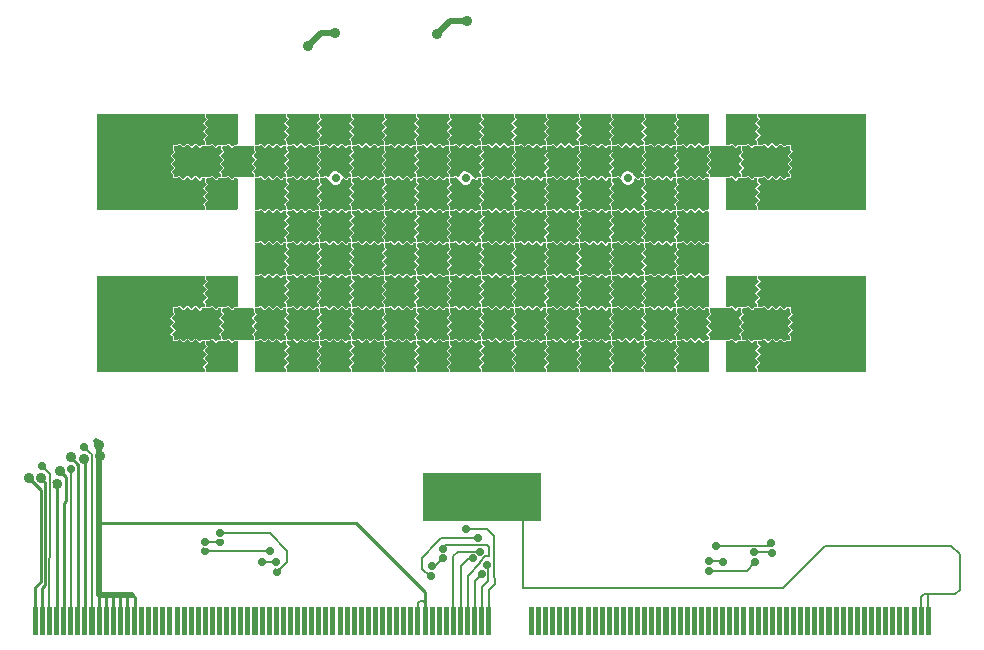
<source format=gbr>
*
%FSLAX26Y26*%
%MOIN*%
%ADD10C,0.031625*%
%ADD11C,0.031650*%
%ADD12C,0.031675*%
%ADD13C,0.031600*%
%ADD14C,0.031575*%
%ADD15R,0.158480X0.158480*%
%ADD16R,0.016748X0.016748*%
%ADD17C,0.037550*%
%ADD18C,0.037500*%
%ADD19C,0.037525*%
%ADD20C,0.005331*%
%ADD21C,0.020685*%
%ADD22C,0.008874*%
%ADD23C,0.027550*%
%ADD24C,0.035425*%
%ADD25C,0.001100*%
%ADD26C,0.002025*%
%ADD27C,0.002375*%
%ADD28C,0.001225*%
%ADD29C,0.001300*%
%ADD30C,0.088835*%
%ADD31C,0.018000*%
%IPPOS*%
%LNgtl.gbr*%
%LPD*%
G75*
G36*
X332500Y1208318D02*
G02X334262Y1210446I2288J-101D01*
G01X690579D01*
G02X692355Y1208216I-494J-2215D01*
G01X692352Y1197933D01*
X696942Y1193571D01*
G02X696851Y1190073I-1505J-1711D01*
G01X685069Y1178822D01*
Y1177831D01*
X697016Y1166444D01*
G02X697005Y1163152I-1576J-1641D01*
G01X685069Y1151755D01*
Y1150764D01*
X696942Y1139453D01*
G02X696944Y1136027I-1504J-1714D01*
G01X685069Y1124688D01*
Y1123700D01*
X691600Y1117432D01*
G02X692355Y1115721I-1584J-1721D01*
G01X692352Y1107949D01*
G02X690424Y1105591I-2266J-114D01*
G01X679764Y1105529D01*
X675338Y1100887D01*
G02X671901Y1101095I-1627J1617D01*
G01X660511Y1113024D01*
X659864D01*
X648200Y1100818D01*
G02X645090Y1100836I-1545J1664D01*
G01X633444Y1113024D01*
X632797D01*
X621132Y1100817D01*
G02X617765Y1101098I-1555J1685D01*
G01X606377Y1113024D01*
X605723D01*
X599150Y1106168D01*
G02X597943Y1105591I-1539J1668D01*
G01X584085Y1105530D01*
X584090Y1089659D01*
X588886Y1085059D01*
G02X588719Y1081910I-1716J-1488D01*
G01X576606Y1070368D01*
X576605Y1069754D01*
X588622Y1058276D01*
G02X588721Y1054852I-1453J-1755D01*
G01X576604Y1043299D01*
Y1042695D01*
X588886Y1030941D01*
G02X588794Y1027865I-1716J-1488D01*
G01X576604Y1016232D01*
Y1015622D01*
X583322Y1009195D01*
G02X584087Y1007481I-1506J-1700D01*
G01X584085Y993974D01*
X599987D01*
X604480Y998682D01*
G02X607643Y998666I1573J-1653D01*
G01X619277Y986478D01*
X619892D01*
X631546Y998682D01*
G02X634710Y998666I1574J-1653D01*
G01X646344Y986478D01*
X646964D01*
X658613Y998682D01*
G02X661777Y998666I1574J-1653D01*
G01X673411Y986478D01*
X674026D01*
X680608Y993344D01*
X681215Y993757D01*
X681661Y993911D01*
X690580D01*
G02X692337Y991978I-498J-2218D01*
G01X692352Y981398D01*
X696943Y977036D01*
G02X696996Y973675I-1505J-1705D01*
G01X685069Y962257D01*
Y961295D01*
X696943Y949976D01*
G02X697006Y946617I-1506J-1708D01*
G01X685069Y935197D01*
Y934228D01*
X696945Y922916D01*
G02X696946Y919493I-1508J-1712D01*
G01X685069Y908138D01*
Y907165D01*
X691802Y900682D01*
G02X692353Y899054I-1718J-1489D01*
G01X692345Y891046D01*
G02X690507Y889056I-2251J235D01*
G01X334380D01*
G02X332508Y891036I419J2272D01*
G01X332500Y1208318D01*
G37*
G36*
Y1749590D02*
G02X334412Y1751809I2284J-35D01*
G01X690442D01*
G02X692355Y1749519I-373J-2255D01*
G01X692352Y1739271D01*
X697090Y1734733D01*
G02X696742Y1731306I-1651J-1563D01*
G01X685069Y1720159D01*
Y1719171D01*
X696957Y1707818D01*
G02X696824Y1704316I-1519J-1696D01*
G01X685075Y1693099D01*
X685070Y1692111D01*
X697087Y1680618D01*
G02X696830Y1677257I-1650J-1564D01*
G01X685069Y1666027D01*
Y1665039D01*
X691663Y1658730D01*
G02X692355Y1657085I-1579J-1632D01*
G01X692352Y1649316D01*
G02X690424Y1646959I-2266J-114D01*
G01X679793Y1646897D01*
X675266Y1642123D01*
G02X671804Y1642536I-1556J1677D01*
G01X660483Y1654392D01*
X659892D01*
X648195Y1642119D01*
G02X644800Y1642470I-1543J1673D01*
G01X633416Y1654392D01*
X632825D01*
X621132Y1642123D01*
G02X617670Y1642536I-1556J1677D01*
G01X606349Y1654392D01*
X605751D01*
X599247Y1647604D01*
G02X597947Y1646959I-1610J1612D01*
G01X584085Y1646898D01*
Y1631004D01*
X588676Y1626639D01*
G02X588781Y1623338I-1506J-1700D01*
G01X576604Y1611674D01*
Y1611089D01*
X588676Y1599580D01*
G02X588735Y1596221I-1506J-1706D01*
G01X576604Y1584615D01*
Y1584023D01*
X588677Y1572520D01*
G02X588675Y1569097I-1507J-1711D01*
G01X576604Y1557556D01*
Y1556960D01*
X583532Y1550288D01*
G02X584087Y1548787I-1716J-1488D01*
G01X584085Y1535341D01*
X600015D01*
X604192Y1539718D01*
G02X607760Y1539910I1860J-1320D01*
G01X619309Y1527783D01*
X619860D01*
X631259Y1539718D01*
G02X634827Y1539910I1860J-1320D01*
G01X646376Y1527783D01*
X646932D01*
X658326Y1539718D01*
G02X661894Y1539910I1860J-1320D01*
G01X673443Y1527783D01*
X673994D01*
X680501Y1534563D01*
G02X681811Y1535279I1992J-2088D01*
G01X690442Y1535274D01*
G02X692355Y1532984I-373J-2256D01*
G01X692360Y1522728D01*
X697154Y1518129D01*
G02X696987Y1514979I-1716J-1488D01*
G01X685069Y1503624D01*
Y1502637D01*
X696960Y1491280D01*
G02X696989Y1487922I-1522J-1692D01*
G01X685069Y1476558D01*
Y1475577D01*
X697154Y1464010D01*
G02X697062Y1460935I-1716J-1488D01*
G01X685069Y1449491D01*
Y1448504D01*
X691589Y1442265D01*
G02X692353Y1440421I-1504J-1703D01*
G01X692345Y1432423D01*
X692117Y1431638D01*
X691466Y1430851D01*
X690496Y1430424D01*
X334380D01*
G02X332508Y1432404I419J2272D01*
G01X332500Y1749590D01*
G37*
G36*
X582771Y1041355D02*
G02X583004Y1044856I1565J1654D01*
G01X594902Y1056217D01*
Y1056808D01*
X582776Y1068412D01*
G02X583187Y1072102I1566J1693D01*
G01X594902Y1083284D01*
Y1083867D01*
X588066Y1090443D01*
G02X587419Y1092018I1624J1588D01*
G01X587421Y1099788D01*
G02X589327Y1102204I2283J159D01*
G01X600026Y1102271D01*
X604145Y1106583D01*
G02X607976Y1106583I1916J-1261D01*
G01X619307Y1094714D01*
X619866D01*
X631415Y1106843D01*
G02X634992Y1106634I1706J-1514D01*
G01X646374Y1094714D01*
X646933D01*
X658482Y1106843D01*
G02X662059Y1106634I1706J-1514D01*
G01X673441Y1094714D01*
X673995D01*
X680468Y1101498D01*
G02X681771Y1102210I1969J-2055D01*
G01X708283Y1102272D01*
X712616Y1106842D01*
G02X716193Y1106634I1706J-1514D01*
G01X727575Y1094714D01*
X728130D01*
X734638Y1101495D01*
G02X735945Y1102210I1975J-2057D01*
G01X744576Y1102205D01*
G02X746489Y1099915I-373J-2255D01*
G01X746492Y1089659D01*
X751288Y1085059D01*
G02X751121Y1081910I-1716J-1488D01*
G01X739008Y1070368D01*
X739006Y1069754D01*
X751023Y1058276D01*
G02X751122Y1054852I-1453J-1755D01*
G01X739006Y1043299D01*
Y1042695D01*
X751288Y1030941D01*
G02X751196Y1027865I-1716J-1488D01*
G01X739006Y1016232D01*
Y1015622D01*
X745723Y1009196D01*
G02X746487Y1007352I-1504J-1703D01*
G01X746476Y999355D01*
G02X744558Y997355I-2255J243D01*
G01X733928Y997293D01*
X729749Y992919D01*
G02X725933Y992935I-1903J1267D01*
G01X714615Y1004788D01*
X714030D01*
X707551Y997996D01*
G02X706252Y997355I-1709J1827D01*
G01X679804Y997293D01*
X675462Y992725D01*
G02X671801Y992933I-1753J1462D01*
G01X660481Y1004788D01*
X659894D01*
X648394Y992724D01*
G02X645034Y992591I-1740J1459D01*
G01X633414Y1004788D01*
X632827D01*
X621294Y992688D01*
G02X618397Y992243I-1699J1411D01*
G01X606347Y1004788D01*
X605765D01*
X599258Y998009D01*
G02X597992Y997355I-1742J1820D01*
G01X589280Y997361D01*
G02X587419Y999581I410J2233D01*
G01X587422Y1009843D01*
X582774Y1014295D01*
G02X583085Y1017867I1564J1663D01*
G01X594902Y1029150D01*
Y1029749D01*
X582771Y1041355D01*
G37*
G36*
X582620Y1558748D02*
X594902Y1570489D01*
Y1571104D01*
X582714Y1582729D01*
G02X582887Y1586084I1623J1598D01*
G01X594901Y1597560D01*
X594898Y1598174D01*
X582786Y1609718D01*
G02X582813Y1613079I1551J1668D01*
G01X594899Y1624620D01*
X594901Y1625235D01*
X588114Y1631749D01*
G02X587432Y1633156I1685J1685D01*
G01X587421Y1641156D01*
G02X589147Y1643504I2269J140D01*
G01X599994Y1643577D01*
X604413Y1648218D01*
G02X607890Y1648010I1649J-1606D01*
G01X619279Y1636082D01*
X619895D01*
X631546Y1648286D01*
G02X634710Y1648270I1574J-1653D01*
G01X646346Y1636082D01*
X646962D01*
X658613Y1648286D01*
G02X661777Y1648270I1574J-1653D01*
G01X673413Y1636082D01*
X674023D01*
X680561Y1642939D01*
G02X681590Y1643504I1571J-1641D01*
G01X708252Y1643577D01*
X712747Y1648286D01*
G02X715910Y1648270I1573J-1653D01*
G01X727547Y1636082D01*
X728157D01*
X734742Y1642948D01*
X735349Y1643361D01*
X735794Y1643515D01*
X744714D01*
G02X746471Y1641581I-498J-2218D01*
G01X746486Y1631004D01*
X751078Y1626639D01*
G02X751182Y1623338I-1506J-1700D01*
G01X739006Y1611674D01*
Y1611089D01*
X751077Y1599580D01*
G02X751137Y1596221I-1506J-1707D01*
G01X739006Y1584615D01*
Y1584023D01*
X751078Y1572520D01*
G02X751077Y1569097I-1507J-1711D01*
G01X739006Y1557556D01*
Y1556960D01*
X745936Y1550286D01*
G02X746487Y1548658I-1718J-1489D01*
G01X746476Y1540660D01*
G02X744558Y1538660I-2255J243D01*
G01X733897Y1538599D01*
X729400Y1533886D01*
G02X726277Y1533904I-1552J1668D01*
G01X714646Y1546094D01*
X713998D01*
X707457Y1539237D01*
G02X706250Y1538660I-1539J1668D01*
G01X679772Y1538598D01*
X675266Y1533886D01*
G02X672143Y1533904I-1552J1668D01*
G01X660512Y1546094D01*
X659862D01*
X648200Y1533887D01*
G02X645090Y1533905I-1545J1664D01*
G01X633445Y1546094D01*
X632795D01*
X621117Y1533869D01*
G02X618040Y1533887I-1529J1608D01*
G01X606378Y1546094D01*
X605733D01*
X599160Y1539246D01*
G02X597992Y1538660I-1595J1723D01*
G01X589280Y1538667D01*
G02X587432Y1540661I410J2233D01*
G01X587422Y1551190D01*
X582787Y1555599D01*
G02X582620Y1558748I1549J1661D01*
G37*
G36*
X691039Y1690958D02*
G02X691340Y1694528I1566J1666D01*
G01X703170Y1705824D01*
Y1706439D01*
X691045Y1718017D01*
G02X691585Y1721836I1570J1726D01*
G01X703170Y1732890D01*
Y1733501D01*
X696334Y1740047D01*
G02X695687Y1741621I1624J1588D01*
G01X695689Y1749392D01*
G02X697594Y1751808I2283J159D01*
G01X798710Y1751809D01*
G02X800623Y1749519I-373J-2255D01*
G01X800620Y1649316D01*
G02X798692Y1646959I-2266J-114D01*
G01X788060Y1646897D01*
X783534Y1642123D01*
G02X780071Y1642536I-1556J1677D01*
G01X768751Y1654392D01*
X768180D01*
X761766Y1647604D01*
G02X760466Y1646959I-1610J1612D01*
G01X733936Y1646897D01*
X729386Y1642107D01*
X728559Y1641623D01*
G02X726664Y1641848I-698J2216D01*
G01X714617Y1654392D01*
X714030D01*
X707493Y1647581D01*
X706586Y1647040D01*
X706257Y1646959D01*
X697547Y1646965D01*
G02X695687Y1649185I410J2233D01*
G01X695689Y1659447D01*
X691043Y1663899D01*
G02X691275Y1667402I1561J1656D01*
G01X703170Y1678757D01*
Y1679372D01*
X691039Y1690958D01*
G37*
G36*
X691038Y1474425D02*
G02X691270Y1477925I1566J1654D01*
G01X703170Y1489288D01*
Y1489904D01*
X691044Y1501482D01*
G02X691521Y1505237I1567J1709D01*
G01X703170Y1516355D01*
Y1516966D01*
X696334Y1523513D01*
G02X695687Y1525087I1624J1588D01*
G01X695689Y1532857D01*
G02X697595Y1535273I2283J159D01*
G01X708292Y1535341D01*
X712411Y1539653D01*
G02X716245Y1539652I1917J-1261D01*
G01X727576Y1527783D01*
X728131D01*
X734595Y1534562D01*
G02X735901Y1535273I1691J-1551D01*
G01X762416Y1535341D01*
X766748Y1539910D01*
G02X770326Y1539705I1708J-1512D01*
G01X781710Y1527783D01*
X782262D01*
X788769Y1534562D01*
G02X790080Y1535274I1692J-1552D01*
G01X798710D01*
G02X800623Y1532984I-373J-2255D01*
G01Y1432617D01*
G02X798741Y1430424I-2257J33D01*
G01X697573D01*
X697270Y1430499D01*
G02X695700Y1432425I688J2163D01*
G01X695689Y1442912D01*
X691043Y1447363D01*
G02X691349Y1450934I1562J1665D01*
G01X703170Y1462221D01*
Y1462837D01*
X691038Y1474425D01*
G37*
G36*
X691054Y933055D02*
G02X691308Y936623I1552J1683D01*
G01X703170Y947957D01*
Y948565D01*
X691053Y960115D01*
G02X691079Y963472I1551J1667D01*
G01X703169Y975016D01*
X703166Y975630D01*
X696388Y982137D01*
G02X695687Y983783I1576J1643D01*
G01X695689Y991552D01*
G02X697414Y993900I2269J140D01*
G01X708264Y993973D01*
X712675Y998609D01*
G02X716156Y998405I1653J-1592D01*
G01X727544Y986478D01*
X728162D01*
X734619Y993260D01*
G02X735724Y993900I1645J-1566D01*
G01X762388Y993973D01*
X766881Y998682D01*
G02X770044Y998666I1573J-1653D01*
G01X781678Y986478D01*
X782294D01*
X788938Y993400D01*
G02X789923Y993911I1524J-1732D01*
G01X797800Y993946D01*
G02X800623Y991679I528J-2233D01*
G01X800620Y891414D01*
G02X798762Y889063I-2269J-117D01*
G01X697573Y889056D01*
X697270Y889131D01*
G02X695687Y891283I687J2164D01*
G01X695689Y901583D01*
X691055Y905995D01*
G02X691099Y909357I1550J1661D01*
G01X703170Y920883D01*
Y921498D01*
X691054Y933055D01*
G37*
G36*
X691055Y1149589D02*
G02X691237Y1153091I1550J1675D01*
G01X703169Y1164491D01*
X703165Y1165105D01*
X691053Y1176649D01*
G02X691081Y1180009I1551J1667D01*
G01X703168Y1191551D01*
X703167Y1192165D01*
X696388Y1198672D01*
G02X695687Y1200318I1576J1643D01*
G01X695689Y1208087D01*
G02X697462Y1210446I2269J140D01*
G01X798847D01*
G02X800623Y1208216I-494J-2215D01*
G01X800620Y1107949D01*
G02X798692Y1105591I-2266J-114D01*
G01X788032Y1105529D01*
X783605Y1100887D01*
G02X780169Y1101095I-1626J1617D01*
G01X768778Y1113024D01*
X768152D01*
X761669Y1106167D01*
G02X760462Y1105591I-1537J1668D01*
G01X733907Y1105529D01*
X729385Y1100800D01*
G02X726307Y1100818I-1530J1608D01*
G01X714644Y1113024D01*
X714002D01*
X707427Y1106177D01*
G02X706260Y1105591I-1596J1724D01*
G01X697547Y1105597D01*
G02X695687Y1107818I410J2233D01*
G01X695689Y1118119D01*
X691051Y1122533D01*
G02X691245Y1126032I1554J1669D01*
G01X703170Y1137418D01*
Y1138033D01*
X691055Y1149589D01*
G37*
G36*
X745173Y1041355D02*
G02X745405Y1044856I1565J1654D01*
G01X757304Y1056217D01*
Y1056808D01*
X745177Y1068412D01*
G02X745589Y1072102I1566J1693D01*
G01X757304Y1083284D01*
Y1083867D01*
X750468Y1090443D01*
G02X749821Y1092018I1624J1588D01*
G01X749823Y1099788D01*
G02X751729Y1102204I2283J159D01*
G01X762427Y1102271D01*
X766547Y1106583D01*
G02X770378Y1106583I1915J-1261D01*
G01X781708Y1094714D01*
X782266D01*
X788731Y1101493D01*
G02X790039Y1102210I1975J-2051D01*
G01X852843Y1102205D01*
G02X854756Y1099915I-373J-2255D01*
G01X854760Y1089659D01*
X859555Y1085059D01*
G02X859388Y1081910I-1716J-1488D01*
G01X847275Y1070368D01*
X847274Y1069754D01*
X859291Y1058276D01*
G02X859390Y1054852I-1453J-1755D01*
G01X847274Y1043299D01*
Y1042695D01*
X859555Y1030941D01*
G02X859463Y1027865I-1716J-1488D01*
G01X847274Y1016232D01*
Y1015622D01*
X853990Y1009196D01*
G02X854754Y1007352I-1504J-1703D01*
G01X854744Y999355D01*
G02X852824Y997355I-2255J243D01*
G01X788072Y997293D01*
X783695Y992688D01*
G02X780799Y992243I-1699J1411D01*
G01X768749Y1004788D01*
X768166D01*
X761659Y998009D01*
G02X760394Y997355I-1743J1820D01*
G01X751681Y997361D01*
G02X749821Y999581I410J2233D01*
G01X749823Y1009843D01*
X745175Y1014295D01*
G02X745486Y1017867I1564J1663D01*
G01X757304Y1029150D01*
Y1029749D01*
X745173Y1041355D01*
G37*
G36*
X745021Y1558748D02*
X757304Y1570489D01*
Y1571104D01*
X745116Y1582729D01*
G02X745289Y1586084I1623J1598D01*
G01X757303Y1597560D01*
X757300Y1598174D01*
X745187Y1609718D01*
G02X745214Y1613079I1551J1668D01*
G01X757301Y1624620D01*
X757302Y1625235D01*
X750516Y1631749D01*
G02X749834Y1633156I1685J1686D01*
G01X749823Y1641156D01*
G02X751548Y1643504I2269J140D01*
G01X762395Y1643577D01*
X766814Y1648218D01*
G02X770291Y1648010I1649J-1606D01*
G01X781681Y1636082D01*
X782294D01*
X788836Y1642948D01*
X789443Y1643361D01*
X789889Y1643515D01*
X852981D01*
G02X854739Y1641581I-498J-2218D01*
G01X854754Y1631004D01*
X859345Y1626639D01*
G02X859450Y1623338I-1506J-1700D01*
G01X847274Y1611674D01*
Y1611089D01*
X859345Y1599580D01*
G02X859405Y1596221I-1506J-1707D01*
G01X847274Y1584615D01*
Y1584023D01*
X859346Y1572520D01*
G02X859345Y1569097I-1507J-1711D01*
G01X847274Y1557556D01*
Y1556960D01*
X854203Y1550286D01*
G02X854754Y1548658I-1718J-1489D01*
G01X854744Y1540660D01*
G02X852824Y1538660I-2255J243D01*
G01X788040Y1538598D01*
X783479Y1533844D01*
G02X780441Y1533887I-1496J1625D01*
G01X768780Y1546094D01*
X768135D01*
X761561Y1539246D01*
G02X760394Y1538660I-1596J1723D01*
G01X751681Y1538667D01*
G02X749833Y1540661I410J2233D01*
G01X749823Y1551190D01*
X745189Y1555599D01*
G02X745021Y1558748I1549J1662D01*
G37*
G36*
X853441Y1041355D02*
G02X853673Y1044856I1565J1654D01*
G01X865571Y1056217D01*
Y1056808D01*
X853445Y1068412D01*
G02X853857Y1072102I1566J1693D01*
G01X865571Y1083284D01*
Y1083867D01*
X858736Y1090443D01*
G02X858088Y1092018I1624J1589D01*
G01X858091Y1099788D01*
G02X859996Y1102204I2283J159D01*
G01X870695Y1102271D01*
X874814Y1106583D01*
G02X878645Y1106583I1916J-1261D01*
G01X889976Y1094714D01*
X890536D01*
X902084Y1106843D01*
G02X905661Y1106634I1706J-1514D01*
G01X917043Y1094714D01*
X917603D01*
X929151Y1106843D01*
G02X932728Y1106634I1706J-1514D01*
G01X944110Y1094714D01*
X944665D01*
X951173Y1101495D01*
G02X952480Y1102210I1975J-2057D01*
G01X961111Y1102205D01*
G02X963024Y1099915I-373J-2255D01*
G01X963027Y1089659D01*
X967823Y1085059D01*
G02X967656Y1081910I-1716J-1488D01*
G01X955543Y1070368D01*
X955542Y1069754D01*
X967559Y1058276D01*
G02X967658Y1054852I-1453J-1755D01*
G01X955541Y1043299D01*
Y1042695D01*
X967823Y1030941D01*
G02X967731Y1027865I-1716J-1488D01*
G01X955541Y1016232D01*
Y1015622D01*
X962258Y1009196D01*
G02X963022Y1007352I-1504J-1703D01*
G01X963011Y999355D01*
G02X961094Y997355I-2255J243D01*
G01X950463Y997293D01*
X946284Y992919D01*
G02X942469Y992935I-1902J1267D01*
G01X931150Y1004788D01*
X930563D01*
X919064Y992724D01*
G02X915703Y992591I-1741J1459D01*
G01X904083Y1004788D01*
X903496D01*
X891963Y992688D01*
G02X889066Y992243I-1699J1411D01*
G01X877016Y1004788D01*
X876434D01*
X869927Y998009D01*
G02X868661Y997355I-1742J1820D01*
G01X859949Y997361D01*
G02X858088Y999581I410J2233D01*
G01X858091Y1009843D01*
X853443Y1014295D01*
G02X853754Y1017867I1564J1663D01*
G01X865571Y1029150D01*
Y1029749D01*
X853441Y1041355D01*
G37*
G36*
X853289Y1558748D02*
X865571Y1570489D01*
Y1571104D01*
X853383Y1582729D01*
G02X853556Y1586084I1623J1598D01*
G01X865571Y1597560D01*
X865568Y1598174D01*
X853455Y1609718D01*
G02X853482Y1613079I1551J1668D01*
G01X865569Y1624620D01*
X865570Y1625235D01*
X858783Y1631749D01*
G02X858102Y1633156I1685J1684D01*
G01X858091Y1641156D01*
G02X859816Y1643504I2269J140D01*
G01X870663Y1643577D01*
X875082Y1648218D01*
G02X878559Y1648010I1649J-1606D01*
G01X889948Y1636082D01*
X890564D01*
X902216Y1648286D01*
G02X905379Y1648270I1573J-1653D01*
G01X917015Y1636082D01*
X917631D01*
X929283Y1648286D01*
G02X932446Y1648270I1573J-1653D01*
G01X944082Y1636082D01*
X944693D01*
X951277Y1642948D01*
X951884Y1643361D01*
X952330Y1643515D01*
X961249D01*
G02X963006Y1641581I-498J-2218D01*
G01X963022Y1631004D01*
X967613Y1626639D01*
G02X967718Y1623338I-1506J-1700D01*
G01X955541Y1611674D01*
Y1611089D01*
X967613Y1599580D01*
G02X967672Y1596221I-1506J-1706D01*
G01X955541Y1584615D01*
Y1584023D01*
X967614Y1572520D01*
G02X967612Y1569097I-1507J-1711D01*
G01X955541Y1557556D01*
Y1556960D01*
X962471Y1550286D01*
G02X963022Y1548658I-1718J-1489D01*
G01X963011Y1540660D01*
G02X961094Y1538660I-2255J243D01*
G01X950432Y1538599D01*
X945935Y1533886D01*
G02X942813Y1533904I-1551J1668D01*
G01X931181Y1546094D01*
X930532D01*
X918869Y1533887D01*
G02X915759Y1533905I-1545J1664D01*
G01X904114Y1546094D01*
X903465D01*
X891786Y1533869D01*
G02X888709Y1533887I-1529J1608D01*
G01X877048Y1546094D01*
X876402D01*
X869829Y1539246D01*
G02X868661Y1538660I-1595J1723D01*
G01X859949Y1538667D01*
G02X858101Y1540661I410J2233D01*
G01X858091Y1551190D01*
X853457Y1555599D01*
G02X853289Y1558748I1549J1662D01*
G37*
G36*
X858088Y1649185D02*
G01X858091Y1749391D01*
G02X859996Y1751808I2283J159D01*
G01X961111Y1751809D01*
G02X963024Y1749519I-373J-2255D01*
G01X963022Y1739271D01*
X967760Y1734733D01*
G02X967411Y1731306I-1651J-1563D01*
G01X955541Y1719972D01*
Y1719358D01*
X967626Y1707818D01*
G02X967493Y1704316I-1519J-1696D01*
G01X955541Y1692906D01*
Y1692299D01*
X967757Y1680618D01*
G02X967500Y1677257I-1650J-1564D01*
G01X955541Y1665839D01*
Y1665228D01*
X962333Y1658730D01*
G02X963024Y1657085I-1579J-1631D01*
G01X963022Y1649316D01*
G02X961094Y1646959I-2266J-114D01*
G01X950462Y1646897D01*
X945935Y1642123D01*
G02X942473Y1642536I-1556J1677D01*
G01X931152Y1654392D01*
X930561D01*
X918865Y1642119D01*
G02X915469Y1642470I-1543J1673D01*
G01X904085Y1654392D01*
X903494D01*
X891788Y1642107D01*
X890960Y1641623D01*
G02X889065Y1641848I-698J2216D01*
G01X877019Y1654392D01*
X876432D01*
X869895Y1647581D01*
X868988Y1647040D01*
X868658Y1646959D01*
X859949Y1646965D01*
G02X858088Y1649185I410J2233D01*
G37*
G36*
Y891283D02*
G01X858091Y991552D01*
G02X859816Y993900I2269J140D01*
G01X870665Y993973D01*
X875077Y998609D01*
G02X878557Y998405I1653J-1592D01*
G01X889946Y986478D01*
X890566D01*
X902216Y998682D01*
G02X905379Y998666I1573J-1653D01*
G01X917013Y986478D01*
X917633D01*
X929283Y998682D01*
G02X932446Y998666I1573J-1653D01*
G01X944080Y986478D01*
X944695D01*
X951339Y993400D01*
G02X952324Y993911I1524J-1732D01*
G01X960201Y993946D01*
G02X963024Y991679I528J-2233D01*
G01X963022Y981398D01*
X967612Y977036D01*
G02X967522Y973538I-1505J-1712D01*
G01X955541Y962098D01*
Y961483D01*
X967686Y949909D01*
G02X967677Y946619I-1576J-1641D01*
G01X955541Y935031D01*
Y934416D01*
X967615Y922916D01*
G02X967613Y919491I-1507J-1712D01*
G01X955541Y907965D01*
Y907354D01*
X962406Y900754D01*
G02X963024Y899183I-1653J-1557D01*
G01X963022Y891414D01*
G02X961164Y889063I-2269J-117D01*
G01X859974Y889056D01*
X859672Y889131D01*
X859473Y889205D01*
G02X858088Y891283I886J2091D01*
G37*
G36*
Y1107818D02*
G01X858091Y1208087D01*
G02X859816Y1210434I2269J140D01*
G01X870665Y1210508D01*
X875077Y1215144D01*
G02X878559Y1214938I1653J-1595D01*
G01X889947Y1203013D01*
X890565D01*
X902216Y1215216D01*
G02X905379Y1215200I1573J-1653D01*
G01X917014Y1203013D01*
X917632D01*
X929283Y1215216D01*
G02X932446Y1215200I1573J-1653D01*
G01X944081Y1203013D01*
X944694D01*
X951277Y1209879D01*
X951884Y1210292D01*
X952330Y1210446D01*
X961249D01*
G02X963024Y1208216I-494J-2215D01*
G01X963022Y1197933D01*
X967612Y1193571D01*
G02X967521Y1190073I-1505J-1711D01*
G01X955541Y1178634D01*
Y1178019D01*
X967686Y1166444D01*
G02X967674Y1163152I-1576J-1640D01*
G01X955541Y1151567D01*
Y1150952D01*
X967611Y1139453D01*
G02X967613Y1136027I-1504J-1714D01*
G01X955541Y1124500D01*
Y1123889D01*
X962269Y1117432D01*
G02X963024Y1115721I-1584J-1721D01*
G01X963022Y1107949D01*
G02X961094Y1105591I-2266J-114D01*
G01X950434Y1105529D01*
X946007Y1100887D01*
G02X942571Y1101095I-1626J1617D01*
G01X931180Y1113024D01*
X930533D01*
X918869Y1100818D01*
G02X915759Y1100836I-1545J1664D01*
G01X904113Y1113024D01*
X903466D01*
X891786Y1100800D01*
G02X888709Y1100818I-1529J1608D01*
G01X877046Y1113024D01*
X876404D01*
X869829Y1106177D01*
G02X868661Y1105591I-1596J1724D01*
G01X859949Y1105597D01*
G02X858088Y1107818I410J2233D01*
G37*
G36*
Y1324352D02*
G01X858091Y1424621D01*
G02X859816Y1426969I2269J140D01*
G01X870664Y1427042D01*
X875084Y1431685D01*
G02X878559Y1431474I1646J-1605D01*
G01X889948Y1419547D01*
X890565D01*
X902216Y1431751D01*
G02X905379Y1431735I1573J-1653D01*
G01X917015Y1419547D01*
X917631D01*
X929283Y1431751D01*
G02X932446Y1431735I1573J-1653D01*
G01X944081Y1419547D01*
X944694D01*
X951277Y1426413D01*
X951884Y1426827D01*
X952330Y1426981D01*
X961249D01*
G02X963024Y1424750I-494J-2215D01*
G01X963022Y1414469D01*
X967611Y1410106D01*
G02X967378Y1406472I-1506J-1728D01*
G01X955541Y1395169D01*
Y1394554D01*
X967457Y1383177D01*
G02X967673Y1379686I-1350J-1836D01*
G01X955541Y1368102D01*
Y1367487D01*
X967611Y1355988D01*
G02X967615Y1352563I-1504J-1714D01*
G01X955541Y1341035D01*
Y1340425D01*
X962271Y1333965D01*
G02X963024Y1332256I-1593J-1722D01*
G01X963022Y1324483D01*
G02X961094Y1322126I-2266J-114D01*
G01X950433Y1322064D01*
X945932Y1317349D01*
G02X942571Y1317630I-1551J1685D01*
G01X931181Y1329559D01*
X930532D01*
X918869Y1317352D01*
G02X915759Y1317370I-1545J1664D01*
G01X904114Y1329559D01*
X903465D01*
X891747Y1317309D01*
G02X888711Y1317351I-1496J1625D01*
G01X877047Y1329559D01*
X876403D01*
X869835Y1322717D01*
G02X868661Y1322126I-1601J1719D01*
G01X859949Y1322132D01*
G02X858088Y1324352I410J2233D01*
G37*
G36*
X858098Y1215880D02*
G01X858106Y1316745D01*
G02X859998Y1318739I2272J-261D01*
G01X870694Y1318806D01*
X874814Y1323118D01*
G02X878646Y1323118I1916J-1261D01*
G01X889977Y1311249D01*
X890535D01*
X902084Y1323377D01*
G02X905661Y1323170I1707J-1514D01*
G01X917044Y1311249D01*
X917602D01*
X929151Y1323377D01*
G02X932727Y1323170I1706J-1514D01*
G01X944111Y1311249D01*
X944664D01*
X951171Y1318028D01*
G02X952477Y1318738I1690J-1552D01*
G01X961111Y1318739D01*
G02X963024Y1316449I-373J-2255D01*
G01X963022Y1306200D01*
X967756Y1301668D01*
G02X967358Y1298182I-1649J-1577D01*
G01X955542Y1286903D01*
Y1286288D01*
X967625Y1274748D01*
G02X967495Y1271248I-1519J-1696D01*
G01X955541Y1259835D01*
Y1259229D01*
X967823Y1247476D01*
G02X967731Y1244400I-1716J-1488D01*
G01X955541Y1232768D01*
Y1232157D01*
X962258Y1225730D01*
G02X963022Y1223887I-1504J-1703D01*
G01X963011Y1215889D01*
G02X961094Y1213889I-2255J243D01*
G01X950463Y1213828D01*
X946284Y1209454D01*
G02X942469Y1209469I-1903J1267D01*
G01X931151Y1221323D01*
X930563D01*
X919063Y1209258D01*
G02X915639Y1209194I-1740J1460D01*
G01X904084Y1221323D01*
X903496D01*
X891963Y1209223D01*
G02X889066Y1208778I-1699J1411D01*
G01X877017Y1221323D01*
X876433D01*
X869926Y1214544D01*
G02X868614Y1213889I-1728J1819D01*
G01X861014Y1213857D01*
G02X859212Y1214170I-453J2734D01*
G01X858444Y1214894D01*
X858098Y1215880D01*
G37*
G36*
Y1432415D02*
X858106Y1533280D01*
G02X859998Y1535273I2271J-262D01*
G01X870694Y1535341D01*
X874813Y1539653D01*
G02X878647Y1539652I1917J-1261D01*
G01X889978Y1527783D01*
X890534D01*
X902084Y1539912D01*
G02X905661Y1539705I1707J-1514D01*
G01X917045Y1527783D01*
X917601D01*
X929151Y1539912D01*
G02X932728Y1539705I1707J-1514D01*
G01X944112Y1527783D01*
X944663D01*
X951170Y1534562D01*
G02X952482Y1535274I1691J-1552D01*
G01X961111D01*
G02X963024Y1532984I-373J-2255D01*
G01X963022Y1522736D01*
X967757Y1518201D01*
G02X967357Y1514717I-1650J-1575D01*
G01X955542Y1503437D01*
X955541Y1502823D01*
X967629Y1491280D01*
G02X967495Y1487783I-1522J-1693D01*
G01X955541Y1476370D01*
Y1475764D01*
X967823Y1464010D01*
G02X967731Y1460935I-1716J-1488D01*
G01X955541Y1449303D01*
Y1448693D01*
X962258Y1442265D01*
G02X963022Y1440421I-1504J-1703D01*
G01X963011Y1432424D01*
G02X961094Y1430424I-2255J243D01*
G01X950462Y1430363D01*
X946282Y1425988D01*
G02X942471Y1426002I-1901J1268D01*
G01X931151Y1437857D01*
X930562D01*
X919063Y1425793D01*
G02X915639Y1425729I-1740J1460D01*
G01X904084Y1437857D01*
X903495D01*
X891963Y1425757D01*
G02X889066Y1425313I-1699J1411D01*
G01X877018Y1437857D01*
X876432D01*
X869924Y1431076D01*
G02X868615Y1430424I-1720J1814D01*
G01X861014Y1430391D01*
G02X859212Y1430704I-453J2734D01*
G01X858444Y1431429D01*
X858098Y1432415D01*
G37*
G36*
X961708Y1690958D02*
G02X962010Y1694528I1566J1665D01*
G01X973839Y1705824D01*
Y1706439D01*
X961714Y1718017D01*
G02X962254Y1721836I1570J1726D01*
G01X973839Y1732890D01*
Y1733501D01*
X967003Y1740047D01*
G02X966356Y1741621I1624J1588D01*
G01X966358Y1749392D01*
G02X968264Y1751808I2283J159D01*
G01X1069379Y1751809D01*
G02X1071292Y1749519I-373J-2255D01*
G01X1071289Y1739271D01*
X1076027Y1734733D01*
G02X1075679Y1731306I-1651J-1563D01*
G01X1063809Y1719972D01*
Y1719358D01*
X1075894Y1707818D01*
G02X1075761Y1704316I-1519J-1696D01*
G01X1063809Y1692906D01*
Y1692299D01*
X1076024Y1680618D01*
G02X1075767Y1677257I-1650J-1564D01*
G01X1063809Y1665839D01*
Y1665228D01*
X1070600Y1658730D01*
G02X1071292Y1657085I-1579J-1632D01*
G01X1071289Y1649316D01*
G02X1069361Y1646959I-2266J-114D01*
G01X1058730Y1646897D01*
X1054203Y1642123D01*
G02X1050741Y1642536I-1556J1677D01*
G01X1039420Y1654392D01*
X1038829D01*
X1027132Y1642119D01*
G02X1023737Y1642470I-1543J1673D01*
G01X1012353Y1654392D01*
X1011762D01*
X1000055Y1642107D01*
X999228Y1641623D01*
G02X997333Y1641848I-698J2216D01*
G01X985286Y1654392D01*
X984699D01*
X978163Y1647581D01*
X977255Y1647040D01*
X976926Y1646959D01*
X968217Y1646965D01*
G02X966356Y1649185I410J2233D01*
G01X966359Y1659447D01*
X961713Y1663899D01*
G02X961944Y1667402I1561J1656D01*
G01X973839Y1678757D01*
Y1679372D01*
X961708Y1690958D01*
G37*
G36*
X961707Y1474425D02*
G02X961939Y1477925I1566J1654D01*
G01X973839Y1489288D01*
Y1489904D01*
X961713Y1501482D01*
G02X962190Y1505237I1567J1709D01*
G01X973839Y1516355D01*
Y1516966D01*
X967003Y1523513D01*
G02X966356Y1525087I1624J1588D01*
G01X966358Y1532857D01*
G02X968264Y1535273I2283J159D01*
G01X978961Y1535341D01*
X983081Y1539653D01*
G02X986915Y1539652I1917J-1261D01*
G01X998245Y1527783D01*
X998802D01*
X1010352Y1539912D01*
G02X1013929Y1539705I1707J-1514D01*
G01X1025312Y1527783D01*
X1025869D01*
X1037419Y1539912D01*
G02X1040996Y1539705I1707J-1514D01*
G01X1052379Y1527783D01*
X1052931D01*
X1059438Y1534562D01*
G02X1060750Y1535274I1691J-1552D01*
G01X1069379D01*
G02X1071292Y1532984I-373J-2255D01*
G01X1071289Y1522736D01*
X1076025Y1518201D01*
G02X1075625Y1514717I-1650J-1575D01*
G01X1063809Y1503437D01*
Y1502823D01*
X1075896Y1491280D01*
G02X1075763Y1487783I-1522J-1693D01*
G01X1063809Y1476370D01*
Y1475764D01*
X1076091Y1464010D01*
G02X1075999Y1460935I-1716J-1488D01*
G01X1063809Y1449303D01*
Y1448693D01*
X1070526Y1442265D01*
G02X1071290Y1440421I-1504J-1703D01*
G01X1071279Y1432424D01*
G02X1069361Y1430424I-2255J243D01*
G01X1058730Y1430363D01*
X1054550Y1425988D01*
G02X1050739Y1426002I-1901J1268D01*
G01X1039419Y1437857D01*
X1038829D01*
X1027331Y1425793D01*
G02X1023906Y1425729I-1740J1460D01*
G01X1012352Y1437857D01*
X1011763D01*
X1000231Y1425757D01*
G02X997334Y1425313I-1699J1411D01*
G01X985286Y1437857D01*
X984700D01*
X978192Y1431077D01*
G02X976929Y1430424I-1734J1807D01*
G01X968217Y1430430D01*
G02X966369Y1432425I410J2233D01*
G01X966359Y1442912D01*
X961713Y1447363D01*
G02X962018Y1450934I1562J1665D01*
G01X973839Y1462221D01*
Y1462837D01*
X961707Y1474425D01*
G37*
G36*
Y1230833D02*
G02X962019Y1234399I1567J1660D01*
G01X973839Y1245686D01*
Y1246283D01*
X961708Y1257890D01*
G02X961940Y1261391I1566J1654D01*
G01X973839Y1272753D01*
Y1273368D01*
X961715Y1284945D01*
G02X962124Y1288637I1563J1695D01*
G01X973839Y1299820D01*
Y1300430D01*
X967003Y1306978D01*
G02X966356Y1308552I1624J1588D01*
G01X966358Y1316322D01*
G02X968264Y1318738I2283J159D01*
G01X978962Y1318806D01*
X983081Y1323118D01*
G02X986914Y1323118I1917J-1261D01*
G01X998245Y1311249D01*
X998803D01*
X1010352Y1323377D01*
G02X1013928Y1323170I1706J-1514D01*
G01X1025312Y1311249D01*
X1025870D01*
X1037419Y1323377D01*
G02X1040995Y1323170I1706J-1514D01*
G01X1052378Y1311249D01*
X1052932D01*
X1059438Y1318028D01*
G02X1060745Y1318738I1689J-1552D01*
G01X1069379Y1318739D01*
G02X1071292Y1316449I-373J-2255D01*
G01X1071289Y1306200D01*
X1076023Y1301668D01*
G02X1075625Y1298182I-1649J-1577D01*
G01X1063810Y1286903D01*
X1063809Y1286288D01*
X1075893Y1274748D01*
G02X1075763Y1271248I-1519J-1696D01*
G01X1063809Y1259835D01*
Y1259229D01*
X1076091Y1247476D01*
G02X1075999Y1244400I-1716J-1488D01*
G01X1063809Y1232768D01*
Y1232157D01*
X1070526Y1225730D01*
G02X1071290Y1223887I-1504J-1703D01*
G01X1071279Y1215889D01*
G02X1069361Y1213889I-2255J243D01*
G01X1058730Y1213828D01*
X1054552Y1209454D01*
G02X1050737Y1209469I-1903J1267D01*
G01X1039418Y1221323D01*
X1038830D01*
X1027331Y1209258D01*
G02X1023906Y1209194I-1740J1460D01*
G01X1012351Y1221323D01*
X1011763D01*
X1000231Y1209223D01*
G02X997334Y1208778I-1700J1411D01*
G01X985285Y1221323D01*
X984701D01*
X978194Y1214543D01*
G02X976929Y1213889I-1739J1813D01*
G01X968217Y1213896D01*
G02X966356Y1216116I410J2233D01*
G01X966359Y1226378D01*
X961707Y1230833D01*
G37*
G36*
X961708Y1041355D02*
G02X961941Y1044856I1565J1654D01*
G01X973839Y1056217D01*
Y1056808D01*
X961713Y1068412D01*
G02X962124Y1072102I1566J1693D01*
G01X973839Y1083284D01*
Y1083867D01*
X967003Y1090443D01*
G02X966356Y1092018I1624J1588D01*
G01X966358Y1099788D01*
G02X968264Y1102204I2283J159D01*
G01X978963Y1102271D01*
X983082Y1106583D01*
G02X986913Y1106583I1916J-1261D01*
G01X998244Y1094714D01*
X998803D01*
X1010352Y1106843D01*
G02X1013929Y1106634I1706J-1514D01*
G01X1025311Y1094714D01*
X1025870D01*
X1037419Y1106843D01*
G02X1040996Y1106634I1706J-1514D01*
G01X1052378Y1094714D01*
X1052933D01*
X1059441Y1101495D01*
G02X1060748Y1102210I1975J-2057D01*
G01X1069379Y1102205D01*
G02X1071292Y1099915I-373J-2255D01*
G01X1071295Y1089659D01*
X1076091Y1085059D01*
G02X1075924Y1081910I-1716J-1488D01*
G01X1063811Y1070368D01*
X1063809Y1069754D01*
X1075826Y1058276D01*
G02X1075925Y1054852I-1453J-1755D01*
G01X1063809Y1043299D01*
Y1042695D01*
X1076091Y1030941D01*
G02X1075999Y1027865I-1716J-1488D01*
G01X1063809Y1016232D01*
Y1015622D01*
X1070526Y1009196D01*
G02X1071290Y1007352I-1504J-1703D01*
G01X1071279Y999355D01*
G02X1069361Y997355I-2255J243D01*
G01X1058731Y997293D01*
X1054552Y992919D01*
G02X1050736Y992935I-1903J1267D01*
G01X1039418Y1004788D01*
X1038831D01*
X1027331Y992724D01*
G02X1023971Y992591I-1740J1459D01*
G01X1012351Y1004788D01*
X1011764D01*
X1000231Y992688D01*
G02X997334Y992243I-1699J1411D01*
G01X985284Y1004788D01*
X984702D01*
X978195Y998009D01*
G02X976929Y997355I-1742J1820D01*
G01X968217Y997361D01*
G02X966356Y999581I410J2233D01*
G01X966359Y1009843D01*
X961711Y1014295D01*
G02X962022Y1017867I1564J1663D01*
G01X973839Y1029150D01*
Y1029749D01*
X961708Y1041355D01*
G37*
G36*
X961723Y933055D02*
G02X961977Y936623I1552J1683D01*
G01X973839Y947957D01*
Y948565D01*
X961722Y960115D01*
G02X961749Y963472I1551J1666D01*
G01X973838Y975016D01*
X973836Y975630D01*
X967057Y982137D01*
G02X966356Y983783I1576J1643D01*
G01X966358Y991552D01*
G02X968084Y993900I2269J140D01*
G01X978933Y993973D01*
X983345Y998609D01*
G02X986825Y998405I1653J-1592D01*
G01X998214Y986478D01*
X998834D01*
X1010483Y998682D01*
G02X1013647Y998666I1574J-1653D01*
G01X1025281Y986478D01*
X1025901D01*
X1037550Y998682D01*
G02X1040714Y998666I1574J-1653D01*
G01X1052348Y986478D01*
X1052963D01*
X1059607Y993400D01*
G02X1060592Y993911I1524J-1732D01*
G01X1068469Y993946D01*
G02X1071292Y991679I528J-2233D01*
G01X1071289Y981398D01*
X1075879Y977036D01*
G02X1075789Y973538I-1505J-1711D01*
G01X1063809Y962098D01*
Y961483D01*
X1075953Y949909D01*
G02X1075945Y946619I-1576J-1641D01*
G01X1063809Y935031D01*
Y934416D01*
X1075882Y922916D01*
G02X1075881Y919491I-1507J-1712D01*
G01X1063809Y907965D01*
Y907354D01*
X1070673Y900754D01*
G02X1071292Y899183I-1653J-1559D01*
G01X1071289Y891414D01*
G02X1069431Y889063I-2269J-117D01*
G01X968242Y889056D01*
X967940Y889131D01*
G02X966356Y891283I687J2164D01*
G01X966359Y901583D01*
X961724Y905995D01*
G02X961768Y909357I1550J1661D01*
G01X973839Y920883D01*
Y921498D01*
X961723Y933055D01*
G37*
G36*
X961649Y1366197D02*
G02X961903Y1369624I1626J1602D01*
G01X973838Y1381026D01*
X973835Y1381640D01*
X961725Y1393181D01*
G02X961750Y1396545I1548J1671D01*
G01X973837Y1408085D01*
Y1408700D01*
X967060Y1415205D01*
G02X966356Y1416853I1573J1646D01*
G01X966358Y1424622D01*
G02X968084Y1426969I2269J140D01*
G01X978932Y1427042D01*
X983351Y1431685D01*
G02X986827Y1431474I1647J-1605D01*
G01X998215Y1419547D01*
X998832D01*
X1010483Y1431751D01*
G02X1013647Y1431735I1574J-1653D01*
G01X1025282Y1419547D01*
X1025899D01*
X1037550Y1431751D01*
G02X1040714Y1431735I1574J-1653D01*
G01X1052349Y1419547D01*
X1052961D01*
X1059545Y1426413D01*
X1060152Y1426827D01*
X1060598Y1426981D01*
X1069516D01*
G02X1071292Y1424750I-494J-2215D01*
G01X1071289Y1414469D01*
X1075879Y1410106D01*
G02X1075646Y1406472I-1506J-1728D01*
G01X1063809Y1395169D01*
Y1394554D01*
X1075725Y1383177D01*
G02X1075940Y1379686I-1350J-1835D01*
G01X1063809Y1368102D01*
Y1367487D01*
X1075879Y1355988D01*
G02X1075882Y1352563I-1504J-1714D01*
G01X1063809Y1341035D01*
Y1340425D01*
X1070539Y1333965D01*
G02X1071292Y1332256I-1593J-1722D01*
G01X1071289Y1324483D01*
G02X1069361Y1322126I-2266J-114D01*
G01X1058700Y1322064D01*
X1054200Y1317349D01*
G02X1050839Y1317630I-1551J1685D01*
G01X1039449Y1329559D01*
X1038800D01*
X1027137Y1317352D01*
G02X1024027Y1317370I-1545J1664D01*
G01X1012381Y1329559D01*
X1011733D01*
X1000015Y1317309D01*
G02X996979Y1317351I-1496J1625D01*
G01X985315Y1329559D01*
X984671D01*
X978102Y1322717D01*
G02X976929Y1322126I-1601J1718D01*
G01X968217Y1322132D01*
G02X966356Y1324352I410J2233D01*
G01X966359Y1334654D01*
X961722Y1339066D01*
G02X961983Y1342633I1554J1679D01*
G01X973839Y1353953D01*
Y1354569D01*
X961649Y1366197D01*
G37*
G36*
X961724Y1149589D02*
G02X961906Y1153091I1550J1675D01*
G01X973838Y1164491D01*
X973834Y1165105D01*
X961722Y1176649D01*
G02X961750Y1180009I1551J1667D01*
G01X973838Y1191551D01*
X973836Y1192165D01*
X967057Y1198672D01*
G02X966356Y1200318I1576J1643D01*
G01X966358Y1208087D01*
G02X968084Y1210434I2269J140D01*
G01X978932Y1210508D01*
X983345Y1215144D01*
G02X986827Y1214938I1653J-1595D01*
G01X998215Y1203013D01*
X998833D01*
X1010483Y1215216D01*
G02X1013647Y1215200I1574J-1653D01*
G01X1025282Y1203013D01*
X1025900D01*
X1037550Y1215216D01*
G02X1040714Y1215200I1574J-1653D01*
G01X1052349Y1203013D01*
X1052962D01*
X1059545Y1209879D01*
X1060152Y1210292D01*
X1060598Y1210446D01*
X1069516D01*
G02X1071292Y1208216I-494J-2215D01*
G01X1071289Y1197933D01*
X1075879Y1193571D01*
G02X1075788Y1190073I-1505J-1711D01*
G01X1063809Y1178634D01*
Y1178019D01*
X1075953Y1166444D01*
G02X1075942Y1163152I-1576J-1641D01*
G01X1063809Y1151567D01*
Y1150952D01*
X1075879Y1139453D01*
G02X1075881Y1136027I-1504J-1714D01*
G01X1063809Y1124500D01*
Y1123889D01*
X1070537Y1117432D01*
G02X1071292Y1115721I-1584J-1721D01*
G01X1071289Y1107949D01*
G02X1069361Y1105591I-2266J-114D01*
G01X1058701Y1105529D01*
X1054275Y1100887D01*
G02X1050838Y1101095I-1627J1617D01*
G01X1039448Y1113024D01*
X1038801D01*
X1027137Y1100818D01*
G02X1024027Y1100836I-1545J1664D01*
G01X1012381Y1113024D01*
X1011734D01*
X1000054Y1100800D01*
G02X996977Y1100818I-1529J1608D01*
G01X985314Y1113024D01*
X984671D01*
X978096Y1106177D01*
G02X976929Y1105591I-1596J1724D01*
G01X968217Y1105597D01*
G02X966356Y1107818I410J2233D01*
G01X966359Y1118119D01*
X961721Y1122533D01*
G02X961914Y1126032I1554J1669D01*
G01X973839Y1137418D01*
Y1138033D01*
X961724Y1149589D01*
G37*
G36*
X961557Y1558748D02*
X973839Y1570489D01*
Y1571104D01*
X961651Y1582729D01*
G02X961824Y1586084I1623J1598D01*
G01X973838Y1597560D01*
X973835Y1598174D01*
X961723Y1609718D01*
G02X961750Y1613079I1551J1668D01*
G01X973836Y1624620D01*
X973838Y1625235D01*
X967051Y1631749D01*
G02X966369Y1633156I1685J1685D01*
G01X966358Y1641156D01*
G02X968084Y1643504I2269J140D01*
G01X978931Y1643577D01*
X983350Y1648218D01*
G02X986827Y1648010I1649J-1606D01*
G01X998216Y1636082D01*
X998832D01*
X1010483Y1648286D01*
G02X1013647Y1648270I1574J-1653D01*
G01X1025283Y1636082D01*
X1025899D01*
X1037550Y1648286D01*
G02X1040714Y1648270I1574J-1653D01*
G01X1052350Y1636082D01*
X1052961D01*
X1059545Y1642948D01*
X1060152Y1643361D01*
X1060598Y1643515D01*
X1069517D01*
G02X1071274Y1641581I-498J-2218D01*
G01X1071289Y1631004D01*
X1075881Y1626639D01*
G02X1075986Y1623338I-1506J-1700D01*
G01X1063809Y1611674D01*
Y1611089D01*
X1075881Y1599580D01*
G02X1075940Y1596221I-1506J-1706D01*
G01X1063809Y1584615D01*
Y1584023D01*
X1075882Y1572520D01*
G02X1075880Y1569097I-1507J-1711D01*
G01X1063809Y1557556D01*
Y1556960D01*
X1070739Y1550286D01*
G02X1071290Y1548658I-1718J-1489D01*
G01X1071279Y1540660D01*
G02X1069361Y1538660I-2255J243D01*
G01X1058700Y1538599D01*
X1054203Y1533886D01*
G02X1051080Y1533904I-1552J1668D01*
G01X1039449Y1546094D01*
X1038799D01*
X1027137Y1533887D01*
G02X1024027Y1533905I-1545J1664D01*
G01X1012382Y1546094D01*
X1011732D01*
X1000054Y1533869D01*
G02X996977Y1533887I-1529J1608D01*
G01X985315Y1546094D01*
X984670D01*
X978097Y1539246D01*
G02X976929Y1538660I-1595J1723D01*
G01X968217Y1538667D01*
G02X966369Y1540661I410J2233D01*
G01X966359Y1551190D01*
X961724Y1555599D01*
G02X961557Y1558748I1549J1661D01*
G37*
G36*
X1069976Y1690958D02*
G02X1070277Y1694528I1566J1666D01*
G01X1082107Y1705824D01*
Y1706439D01*
X1069982Y1718017D01*
G02X1070522Y1721836I1570J1726D01*
G01X1082107Y1732890D01*
Y1733501D01*
X1075271Y1740047D01*
G02X1074624Y1741621I1624J1588D01*
G01X1074626Y1749392D01*
G02X1076531Y1751808I2283J159D01*
G01X1177647Y1751809D01*
G02X1179560Y1749519I-373J-2255D01*
G01X1179557Y1739271D01*
X1184295Y1734733D01*
G02X1183946Y1731306I-1651J-1563D01*
G01X1172077Y1719972D01*
Y1719358D01*
X1184161Y1707818D01*
G02X1184029Y1704316I-1519J-1696D01*
G01X1172077Y1692906D01*
Y1692299D01*
X1184292Y1680618D01*
G02X1184035Y1677257I-1650J-1564D01*
G01X1172077Y1665839D01*
Y1665228D01*
X1178868Y1658730D01*
G02X1179560Y1657085I-1579J-1632D01*
G01X1179557Y1649316D01*
G02X1177629Y1646959I-2266J-114D01*
G01X1166997Y1646897D01*
X1162471Y1642123D01*
G02X1159008Y1642536I-1556J1677D01*
G01X1147688Y1654392D01*
X1147096D01*
X1135400Y1642119D01*
G02X1132005Y1642470I-1543J1673D01*
G01X1120621Y1654392D01*
X1120029D01*
X1108323Y1642107D01*
X1107496Y1641623D01*
G02X1105601Y1641848I-698J2216D01*
G01X1093554Y1654392D01*
X1092967D01*
X1086430Y1647581D01*
X1085523Y1647040D01*
X1085194Y1646959D01*
X1076484Y1646965D01*
G02X1074624Y1649185I410J2233D01*
G01X1074626Y1659447D01*
X1069980Y1663899D01*
G02X1070212Y1667402I1561J1656D01*
G01X1082107Y1678757D01*
Y1679372D01*
X1069976Y1690958D01*
G37*
G36*
X1069975Y1474425D02*
G02X1070207Y1477925I1566J1654D01*
G01X1082107Y1489288D01*
Y1489904D01*
X1069981Y1501482D01*
G02X1070458Y1505237I1567J1709D01*
G01X1082425Y1516659D01*
X1075271Y1523513D01*
G02X1074624Y1525087I1624J1588D01*
G01X1074626Y1532857D01*
G02X1076532Y1535273I2283J159D01*
G01X1087229Y1535341D01*
X1091348Y1539653D01*
G02X1095182Y1539653I1917J-1261D01*
G01X1108444Y1525787D01*
G02X1109026Y1524664I-1753J-1621D01*
G01X1110312Y1522735D01*
X1114408Y1518984D01*
X1118972Y1516530D01*
X1123071Y1515249D01*
X1131305D01*
X1138428Y1517963D01*
X1138514Y1518009D01*
X1142813Y1521316D01*
X1146594Y1526819D01*
X1148810Y1533466D01*
G02X1151082Y1535577I3133J-1094D01*
G02X1153878Y1535244I1189J-1922D01*
G01X1160960Y1527534D01*
X1167706Y1534562D01*
G02X1169017Y1535274I1692J-1552D01*
G01X1177647D01*
G02X1179560Y1532984I-373J-2255D01*
G01X1179557Y1522736D01*
X1184293Y1518201D01*
G02X1183892Y1514717I-1650J-1575D01*
G01X1172077Y1503437D01*
Y1502823D01*
X1184164Y1491280D01*
G02X1184031Y1487783I-1522J-1693D01*
G01X1172077Y1476370D01*
Y1475764D01*
X1184359Y1464010D01*
G02X1184267Y1460935I-1716J-1488D01*
G01X1172077Y1449303D01*
Y1448693D01*
X1178793Y1442265D01*
G02X1179557Y1440421I-1504J-1703D01*
G01X1179547Y1432424D01*
G02X1177629Y1430424I-2255J243D01*
G01X1166997Y1430363D01*
X1162818Y1425988D01*
G02X1159007Y1426002I-1901J1268D01*
G01X1147687Y1437857D01*
X1147097D01*
X1135598Y1425793D01*
G02X1132174Y1425729I-1740J1460D01*
G01X1120620Y1437857D01*
X1120030D01*
X1108498Y1425757D01*
G02X1105602Y1425313I-1698J1411D01*
G01X1093553Y1437857D01*
X1092968D01*
X1086460Y1431077D01*
G02X1085196Y1430424I-1734J1807D01*
G01X1076484Y1430430D01*
G02X1074637Y1432425I411J2232D01*
G01X1074626Y1442912D01*
X1069980Y1447363D01*
G02X1070286Y1450934I1562J1665D01*
G01X1082107Y1462221D01*
Y1462837D01*
X1069975Y1474425D01*
G37*
G36*
Y1230833D02*
G02X1070286Y1234399I1567J1660D01*
G01X1082107Y1245686D01*
Y1246283D01*
X1069975Y1257890D01*
G02X1070207Y1261391I1566J1654D01*
G01X1082107Y1272753D01*
Y1273368D01*
X1069982Y1284945D01*
G02X1070391Y1288637I1563J1695D01*
G01X1082107Y1299820D01*
Y1300430D01*
X1075271Y1306978D01*
G02X1074624Y1308552I1624J1588D01*
G01X1074626Y1316322D01*
G02X1076532Y1318738I2283J159D01*
G01X1087230Y1318806D01*
X1091349Y1323118D01*
G02X1095182Y1323118I1917J-1261D01*
G01X1106512Y1311249D01*
X1107070D01*
X1118620Y1323377D01*
G02X1122196Y1323170I1706J-1514D01*
G01X1133579Y1311249D01*
X1134137D01*
X1145687Y1323377D01*
G02X1149263Y1323170I1706J-1514D01*
G01X1160646Y1311249D01*
X1161200D01*
X1167706Y1318028D01*
G02X1169013Y1318738I1689J-1552D01*
G01X1177647Y1318739D01*
G02X1179560Y1316449I-373J-2255D01*
G01X1179557Y1306200D01*
X1184291Y1301668D01*
G02X1183893Y1298182I-1649J-1577D01*
G01X1172078Y1286903D01*
X1172077Y1286288D01*
X1184161Y1274748D01*
G02X1184031Y1271248I-1519J-1696D01*
G01X1172077Y1259835D01*
Y1259229D01*
X1184359Y1247476D01*
G02X1184267Y1244400I-1716J-1488D01*
G01X1172077Y1232768D01*
Y1232157D01*
X1178793Y1225730D01*
G02X1179557Y1223887I-1504J-1703D01*
G01X1179547Y1215889D01*
G02X1177629Y1213889I-2255J243D01*
G01X1166998Y1213828D01*
X1162819Y1209454D01*
G02X1159005Y1209469I-1902J1267D01*
G01X1147686Y1221323D01*
X1147098D01*
X1135598Y1209258D01*
G02X1132174Y1209194I-1740J1460D01*
G01X1120619Y1221323D01*
X1120031D01*
X1108498Y1209223D01*
G02X1105602Y1208778I-1699J1411D01*
G01X1093553Y1221323D01*
X1092969D01*
X1086462Y1214543D01*
G02X1085197Y1213889I-1739J1813D01*
G01X1076484Y1213896D01*
G02X1074624Y1216116I410J2233D01*
G01X1074626Y1226378D01*
X1069975Y1230833D01*
G37*
G36*
X1069976Y1041355D02*
G02X1070208Y1044856I1565J1654D01*
G01X1082107Y1056217D01*
Y1056808D01*
X1069980Y1068412D01*
G02X1070392Y1072102I1566J1693D01*
G01X1082107Y1083284D01*
Y1083867D01*
X1075271Y1090443D01*
G02X1074624Y1092018I1624J1588D01*
G01X1074626Y1099788D01*
G02X1076532Y1102204I2283J159D01*
G01X1087231Y1102271D01*
X1091350Y1106583D01*
G02X1095181Y1106583I1916J-1261D01*
G01X1106512Y1094714D01*
X1107071D01*
X1118620Y1106843D01*
G02X1122197Y1106634I1706J-1514D01*
G01X1133579Y1094714D01*
X1134138D01*
X1145687Y1106843D01*
G02X1149264Y1106634I1706J-1514D01*
G01X1160645Y1094714D01*
X1161200D01*
X1167708Y1101495D01*
G02X1169016Y1102210I1974J-2057D01*
G01X1177647Y1102205D01*
G02X1179560Y1099915I-373J-2255D01*
G01X1179563Y1089659D01*
X1184359Y1085059D01*
G02X1184192Y1081910I-1716J-1488D01*
G01X1172079Y1070368D01*
X1172077Y1069754D01*
X1184094Y1058276D01*
G02X1184193Y1054852I-1453J-1755D01*
G01X1172077Y1043299D01*
Y1042695D01*
X1184359Y1030941D01*
G02X1184267Y1027865I-1716J-1488D01*
G01X1172077Y1016232D01*
Y1015622D01*
X1178793Y1009196D01*
G02X1179557Y1007352I-1504J-1703D01*
G01X1179547Y999355D01*
G02X1177629Y997355I-2255J243D01*
G01X1166999Y997293D01*
X1162820Y992919D01*
G02X1159004Y992935I-1903J1267D01*
G01X1147685Y1004788D01*
X1147099D01*
X1135599Y992724D01*
G02X1132239Y992591I-1740J1459D01*
G01X1120618Y1004788D01*
X1120032D01*
X1108498Y992688D01*
G02X1105602Y992243I-1699J1411D01*
G01X1093552Y1004788D01*
X1092969D01*
X1086463Y998009D01*
G02X1085197Y997355I-1742J1820D01*
G01X1076484Y997361D01*
G02X1074624Y999581I410J2233D01*
G01X1074626Y1009843D01*
X1069978Y1014295D01*
G02X1070290Y1017867I1564J1663D01*
G01X1082107Y1029150D01*
Y1029749D01*
X1069976Y1041355D01*
G37*
G36*
X1069991Y933055D02*
G02X1070245Y936623I1552J1683D01*
G01X1082107Y947957D01*
Y948565D01*
X1069990Y960115D01*
G02X1070016Y963472I1551J1667D01*
G01X1082106Y975016D01*
X1082103Y975630D01*
X1075325Y982137D01*
G02X1074624Y983783I1576J1643D01*
G01X1074626Y991552D01*
G02X1076351Y993900I2269J140D01*
G01X1087201Y993973D01*
X1091612Y998609D01*
G02X1095093Y998405I1653J-1592D01*
G01X1106481Y986478D01*
X1107101D01*
X1118751Y998682D01*
G02X1121914Y998666I1573J-1653D01*
G01X1133549Y986478D01*
X1134168D01*
X1145818Y998682D01*
G02X1148981Y998666I1573J-1653D01*
G01X1160615Y986478D01*
X1161231D01*
X1167875Y993400D01*
G02X1168860Y993911I1524J-1732D01*
G01X1176737Y993946D01*
G02X1179560Y991679I528J-2233D01*
G01X1179557Y981398D01*
X1184147Y977036D01*
G02X1184057Y973538I-1505J-1711D01*
G01X1172077Y962098D01*
Y961483D01*
X1184221Y949909D01*
G02X1184212Y946619I-1576J-1641D01*
G01X1172077Y935031D01*
Y934416D01*
X1184150Y922916D01*
G02X1184148Y919491I-1507J-1712D01*
G01X1172077Y907965D01*
Y907354D01*
X1178941Y900754D01*
G02X1179560Y899183I-1653J-1559D01*
G01X1179557Y891414D01*
G02X1177699Y889063I-2269J-117D01*
G01X1076510Y889056D01*
X1076207Y889131D01*
G02X1074624Y891283I687J2164D01*
G01X1074626Y901583D01*
X1069992Y905995D01*
G02X1070036Y909357I1550J1661D01*
G01X1082107Y920883D01*
Y921498D01*
X1069991Y933055D01*
G37*
G36*
X1069916Y1366197D02*
G02X1070171Y1369624I1626J1602D01*
G01X1082106Y1381026D01*
X1082103Y1381640D01*
X1069993Y1393181D01*
G02X1070018Y1396545I1548J1671D01*
G01X1082105Y1408085D01*
Y1408700D01*
X1075328Y1415205D01*
G02X1074624Y1416853I1573J1646D01*
G01X1074626Y1424622D01*
G02X1076351Y1426969I2269J140D01*
G01X1087199Y1427042D01*
X1091619Y1431685D01*
G02X1095094Y1431474I1646J-1605D01*
G01X1106483Y1419547D01*
X1107100D01*
X1118751Y1431751D01*
G02X1121914Y1431735I1573J-1653D01*
G01X1133550Y1419547D01*
X1134167D01*
X1145818Y1431751D01*
G02X1148981Y1431735I1573J-1653D01*
G01X1160617Y1419547D01*
X1161229D01*
X1167813Y1426413D01*
X1168419Y1426827D01*
X1168865Y1426981D01*
X1177784D01*
G02X1179560Y1424750I-494J-2215D01*
G01X1179557Y1414469D01*
X1184147Y1410106D01*
G02X1183913Y1406472I-1506J-1728D01*
G01X1172077Y1395169D01*
Y1394554D01*
X1183993Y1383177D01*
G02X1184208Y1379686I-1350J-1835D01*
G01X1172077Y1368102D01*
Y1367487D01*
X1184147Y1355988D01*
G02X1184150Y1352563I-1504J-1714D01*
G01X1172077Y1341035D01*
Y1340425D01*
X1178807Y1333965D01*
G02X1179560Y1332256I-1593J-1722D01*
G01X1179557Y1324483D01*
G02X1177629Y1322126I-2266J-114D01*
G01X1166968Y1322064D01*
X1162468Y1317349D01*
G02X1159107Y1317630I-1551J1685D01*
G01X1147716Y1329559D01*
X1147068D01*
X1135404Y1317352D01*
G02X1132294Y1317370I-1545J1664D01*
G01X1120649Y1329559D01*
X1120001D01*
X1108282Y1317309D01*
G02X1105246Y1317351I-1496J1625D01*
G01X1093582Y1329559D01*
X1092938D01*
X1086370Y1322717D01*
G02X1085196Y1322126I-1601J1719D01*
G01X1076484Y1322132D01*
G02X1074624Y1324352I410J2233D01*
G01X1074626Y1334654D01*
X1069990Y1339066D01*
G02X1070251Y1342633I1554J1679D01*
G01X1082107Y1353953D01*
Y1354569D01*
X1069916Y1366197D01*
G37*
G36*
X1069992Y1149589D02*
G02X1070174Y1153091I1550J1675D01*
G01X1082106Y1164491D01*
X1082102Y1165105D01*
X1069990Y1176649D01*
G02X1070018Y1180009I1551J1667D01*
G01X1082105Y1191551D01*
X1082104Y1192165D01*
X1075325Y1198672D01*
G02X1074624Y1200318I1576J1643D01*
G01X1074626Y1208087D01*
G02X1076351Y1210434I2269J140D01*
G01X1087200Y1210508D01*
X1091613Y1215144D01*
G02X1095095Y1214938I1653J-1595D01*
G01X1106482Y1203013D01*
X1107101D01*
X1118751Y1215216D01*
G02X1121914Y1215200I1573J-1653D01*
G01X1133549Y1203013D01*
X1134168D01*
X1145818Y1215216D01*
G02X1148981Y1215200I1573J-1653D01*
G01X1160616Y1203013D01*
X1161230D01*
X1167813Y1209879D01*
X1168419Y1210292D01*
X1168865Y1210446D01*
X1177784D01*
G02X1179560Y1208216I-494J-2215D01*
G01X1179557Y1197933D01*
X1184147Y1193571D01*
G02X1184056Y1190073I-1505J-1711D01*
G01X1172077Y1178634D01*
Y1178019D01*
X1184221Y1166444D01*
G02X1184209Y1163152I-1576J-1640D01*
G01X1172077Y1151567D01*
Y1150952D01*
X1184147Y1139453D01*
G02X1184148Y1136027I-1504J-1713D01*
G01X1172077Y1124500D01*
Y1123889D01*
X1178804Y1117432D01*
G02X1179560Y1115721I-1584J-1722D01*
G01X1179557Y1107949D01*
G02X1177629Y1105591I-2266J-114D01*
G01X1166969Y1105529D01*
X1162542Y1100887D01*
G02X1159106Y1101095I-1626J1617D01*
G01X1147715Y1113024D01*
X1147069D01*
X1135404Y1100818D01*
G02X1132294Y1100836I-1545J1664D01*
G01X1120648Y1113024D01*
X1120002D01*
X1108322Y1100800D01*
G02X1105244Y1100818I-1530J1608D01*
G01X1093581Y1113024D01*
X1092939D01*
X1086364Y1106177D01*
G02X1085197Y1105591I-1596J1724D01*
G01X1076484Y1105597D01*
G02X1074624Y1107818I410J2233D01*
G01X1074626Y1118119D01*
X1069988Y1122533D01*
G02X1070182Y1126032I1554J1669D01*
G01X1082107Y1137418D01*
Y1138033D01*
X1069992Y1149589D01*
G37*
G36*
X1069825Y1558748D02*
X1082107Y1570489D01*
Y1571104D01*
X1069919Y1582729D01*
G02X1070092Y1586084I1623J1598D01*
G01X1082106Y1597560D01*
X1082103Y1598174D01*
X1069990Y1609718D01*
G02X1070017Y1613079I1551J1668D01*
G01X1082104Y1624620D01*
X1082105Y1625235D01*
X1075319Y1631749D01*
G02X1074637Y1633156I1685J1685D01*
G01X1074626Y1641156D01*
G02X1076351Y1643504I2269J140D01*
G01X1087199Y1643577D01*
X1091618Y1648218D01*
G02X1095094Y1648010I1648J-1606D01*
G01X1106484Y1636082D01*
X1107099D01*
X1118751Y1648286D01*
G02X1121914Y1648270I1573J-1653D01*
G01X1133551Y1636082D01*
X1134166D01*
X1145818Y1648286D01*
G02X1148981Y1648270I1573J-1653D01*
G01X1160618Y1636082D01*
X1161228D01*
X1167813Y1642948D01*
X1168419Y1643361D01*
X1168865Y1643515D01*
X1177785D01*
G02X1179542Y1641581I-498J-2218D01*
G01X1179557Y1631004D01*
X1184148Y1626639D01*
G02X1184253Y1623338I-1506J-1700D01*
G01X1172077Y1611674D01*
Y1611089D01*
X1184148Y1599580D01*
G02X1184208Y1596221I-1506J-1707D01*
G01X1172077Y1584615D01*
Y1584023D01*
X1184149Y1572520D01*
G02X1184148Y1569097I-1507J-1711D01*
G01X1171758Y1557266D01*
X1178742Y1550563D01*
G02X1179557Y1548647I-1461J-1753D01*
G01X1179547Y1540660D01*
G02X1177629Y1538660I-2255J243D01*
G01X1166967Y1538599D01*
X1162457Y1533871D01*
X1161629Y1533386D01*
G02X1159720Y1533612I-708J2198D01*
G01X1145539Y1548417D01*
G02X1145172Y1549254I1852J1311D01*
G01X1143900Y1551161D01*
G03X1130156Y1558721I-17460J-15468D01*
G01X1122914Y1558690D01*
X1115681Y1555926D01*
X1111387Y1552623D01*
X1107587Y1547098D01*
X1105381Y1540481D01*
G02X1102881Y1538294I-3099J1020D01*
G02X1100182Y1538820I-1001J2049D01*
G01X1093225Y1546393D01*
X1086364Y1539246D01*
G02X1085197Y1538660I-1596J1723D01*
G01X1076484Y1538667D01*
G02X1074637Y1540661I410J2233D01*
G01X1074626Y1551190D01*
X1069992Y1555599D01*
G02X1069825Y1558748I1549J1661D01*
G37*
G36*
X1178243Y1690958D02*
G02X1178545Y1694528I1566J1665D01*
G01X1190374Y1705824D01*
Y1706439D01*
X1178250Y1718017D01*
G02X1178790Y1721836I1570J1726D01*
G01X1190374Y1732890D01*
Y1733501D01*
X1183539Y1740047D01*
G02X1182892Y1741621I1624J1588D01*
G01X1182894Y1749392D01*
G02X1184799Y1751808I2283J159D01*
G01X1285914Y1751809D01*
G02X1287827Y1749519I-373J-2255D01*
G01X1287825Y1739271D01*
X1292563Y1734733D01*
G02X1292214Y1731306I-1651J-1563D01*
G01X1280344Y1719972D01*
Y1719358D01*
X1292429Y1707818D01*
G02X1292296Y1704316I-1519J-1696D01*
G01X1280344Y1692906D01*
Y1692299D01*
X1292560Y1680618D01*
G02X1292303Y1677257I-1650J-1564D01*
G01X1280344Y1665839D01*
Y1665228D01*
X1287136Y1658730D01*
G02X1287827Y1657085I-1579J-1631D01*
G01X1287825Y1649316D01*
G02X1285897Y1646959I-2266J-114D01*
G01X1275265Y1646897D01*
X1270739Y1642123D01*
G02X1267276Y1642536I-1556J1677D01*
G01X1255955Y1654392D01*
X1255364D01*
X1243668Y1642119D01*
G02X1240272Y1642470I-1543J1673D01*
G01X1228888Y1654392D01*
X1228297D01*
X1216591Y1642107D01*
X1215763Y1641623D01*
G02X1213868Y1641848I-698J2216D01*
G01X1201822Y1654392D01*
X1201235D01*
X1194698Y1647581D01*
X1193791Y1647040D01*
X1193461Y1646959D01*
X1184752Y1646965D01*
G02X1182892Y1649185I410J2233D01*
G01X1182894Y1659447D01*
X1178248Y1663899D01*
G02X1178480Y1667402I1561J1656D01*
G01X1190374Y1678757D01*
Y1679372D01*
X1178243Y1690958D01*
G37*
G36*
X1178242Y1474425D02*
G02X1178474Y1477925I1566J1654D01*
G01X1190374Y1489288D01*
Y1489904D01*
X1178249Y1501482D01*
G02X1178725Y1505237I1567J1709D01*
G01X1190374Y1516355D01*
Y1516966D01*
X1183539Y1523513D01*
G02X1182892Y1525087I1624J1588D01*
G01X1182894Y1532857D01*
G02X1184800Y1535273I2283J159D01*
G01X1195497Y1535341D01*
X1199616Y1539653D01*
G02X1203450Y1539652I1917J-1261D01*
G01X1214781Y1527783D01*
X1215337D01*
X1226887Y1539912D01*
G02X1230464Y1539705I1707J-1514D01*
G01X1241848Y1527783D01*
X1242404D01*
X1253954Y1539912D01*
G02X1257531Y1539705I1707J-1514D01*
G01X1268915Y1527783D01*
X1269467D01*
X1275973Y1534562D01*
G02X1277285Y1535274I1691J-1552D01*
G01X1285914D01*
G02X1287827Y1532984I-373J-2255D01*
G01X1287825Y1522736D01*
X1292561Y1518201D01*
G02X1292160Y1514717I-1650J-1575D01*
G01X1280345Y1503437D01*
Y1502823D01*
X1292432Y1491280D01*
G02X1292298Y1487783I-1522J-1693D01*
G01X1280344Y1476370D01*
Y1475764D01*
X1292626Y1464010D01*
G02X1292534Y1460935I-1716J-1488D01*
G01X1280344Y1449303D01*
Y1448693D01*
X1287061Y1442265D01*
G02X1287825Y1440421I-1504J-1703D01*
G01X1287815Y1432424D01*
G02X1285897Y1430424I-2255J243D01*
G01X1275265Y1430363D01*
X1271086Y1425988D01*
G02X1267275Y1426002I-1901J1268D01*
G01X1255955Y1437857D01*
X1255365D01*
X1243866Y1425793D01*
G02X1240442Y1425729I-1740J1460D01*
G01X1228888Y1437857D01*
X1228298D01*
X1216766Y1425757D01*
G02X1213869Y1425313I-1699J1411D01*
G01X1201821Y1437857D01*
X1201236D01*
X1194727Y1431077D01*
G02X1193464Y1430424I-1734J1807D01*
G01X1184752Y1430430D01*
G02X1182904Y1432425I410J2233D01*
G01X1182894Y1442912D01*
X1178248Y1447363D01*
G02X1178553Y1450934I1562J1665D01*
G01X1190374Y1462221D01*
Y1462837D01*
X1178242Y1474425D01*
G37*
G36*
X1178243Y1230833D02*
G02X1178554Y1234399I1567J1660D01*
G01X1190374Y1245686D01*
Y1246283D01*
X1178243Y1257890D01*
G02X1178475Y1261391I1566J1654D01*
G01X1190374Y1272753D01*
Y1273368D01*
X1178250Y1284945D01*
G02X1178659Y1288637I1563J1696D01*
G01X1190374Y1299820D01*
Y1300430D01*
X1183539Y1306978D01*
G02X1182892Y1308552I1624J1588D01*
G01X1182894Y1316322D01*
G02X1184800Y1318738I2283J159D01*
G01X1195498Y1318806D01*
X1199617Y1323118D01*
G02X1203449Y1323118I1916J-1261D01*
G01X1214780Y1311249D01*
X1215338D01*
X1226888Y1323377D01*
G02X1230464Y1323170I1706J-1514D01*
G01X1241847Y1311249D01*
X1242405D01*
X1253954Y1323377D01*
G02X1257531Y1323170I1707J-1514D01*
G01X1268914Y1311249D01*
X1269467D01*
X1275974Y1318028D01*
G02X1277280Y1318738I1690J-1552D01*
G01X1285914Y1318739D01*
G02X1287827Y1316449I-373J-2255D01*
G01X1287825Y1306200D01*
X1292559Y1301668D01*
G02X1292161Y1298182I-1649J-1577D01*
G01X1280346Y1286903D01*
X1280345Y1286288D01*
X1292429Y1274748D01*
G02X1292298Y1271248I-1519J-1696D01*
G01X1280344Y1259835D01*
Y1259229D01*
X1292626Y1247476D01*
G02X1292534Y1244400I-1716J-1488D01*
G01X1280344Y1232768D01*
Y1232157D01*
X1287061Y1225730D01*
G02X1287825Y1223887I-1504J-1703D01*
G01X1287815Y1215889D01*
G02X1285897Y1213889I-2255J243D01*
G01X1275266Y1213828D01*
X1271087Y1209454D01*
G02X1267272Y1209469I-1903J1267D01*
G01X1255954Y1221323D01*
X1255366D01*
X1243866Y1209258D01*
G02X1240442Y1209194I-1740J1460D01*
G01X1228887Y1221323D01*
X1228299D01*
X1216766Y1209223D01*
G02X1213869Y1208778I-1700J1411D01*
G01X1201820Y1221323D01*
X1201236D01*
X1194729Y1214543D01*
G02X1193464Y1213889I-1739J1813D01*
G01X1184752Y1213896D01*
G02X1182892Y1216116I410J2233D01*
G01X1182894Y1226378D01*
X1178243Y1230833D01*
G37*
G36*
X1178244Y1041355D02*
G02X1178476Y1044856I1565J1654D01*
G01X1190374Y1056217D01*
Y1056808D01*
X1178248Y1068412D01*
G02X1178660Y1072102I1566J1693D01*
G01X1190374Y1083284D01*
Y1083867D01*
X1183539Y1090443D01*
G02X1182892Y1092018I1624J1588D01*
G01X1182894Y1099788D01*
G02X1184800Y1102204I2283J159D01*
G01X1195498Y1102271D01*
X1199617Y1106583D01*
G02X1203449Y1106583I1916J-1261D01*
G01X1214779Y1094714D01*
X1215339D01*
X1226888Y1106843D01*
G02X1230464Y1106634I1706J-1514D01*
G01X1241846Y1094714D01*
X1242406D01*
X1253954Y1106843D01*
G02X1257531Y1106634I1706J-1514D01*
G01X1268913Y1094714D01*
X1269468D01*
X1275976Y1101495D01*
G02X1277283Y1102210I1975J-2057D01*
G01X1285914Y1102205D01*
G02X1287827Y1099915I-373J-2255D01*
G01X1287831Y1089659D01*
X1292626Y1085059D01*
G02X1292459Y1081910I-1716J-1488D01*
G01X1280346Y1070368D01*
X1280345Y1069754D01*
X1292362Y1058276D01*
G02X1292461Y1054852I-1453J-1755D01*
G01X1280344Y1043299D01*
Y1042695D01*
X1292626Y1030941D01*
G02X1292534Y1027865I-1716J-1488D01*
G01X1280344Y1016232D01*
Y1015622D01*
X1287061Y1009196D01*
G02X1287825Y1007352I-1504J-1703D01*
G01X1287815Y999355D01*
G02X1285897Y997355I-2255J243D01*
G01X1275267Y997293D01*
X1271088Y992919D01*
G02X1267272Y992935I-1903J1267D01*
G01X1255953Y1004788D01*
X1255366D01*
X1243867Y992724D01*
G02X1240507Y992591I-1740J1459D01*
G01X1228886Y1004788D01*
X1228299D01*
X1216766Y992688D01*
G02X1213869Y992243I-1699J1411D01*
G01X1201820Y1004788D01*
X1201237D01*
X1194730Y998009D01*
G02X1193464Y997355I-1742J1820D01*
G01X1184752Y997361D01*
G02X1182892Y999581I410J2233D01*
G01X1182894Y1009843D01*
X1178246Y1014295D01*
G02X1178557Y1017867I1564J1663D01*
G01X1190374Y1029150D01*
Y1029749D01*
X1178244Y1041355D01*
G37*
G36*
X1178258Y933055D02*
G02X1178513Y936623I1552J1682D01*
G01X1190374Y947957D01*
Y948565D01*
X1178258Y960115D01*
G02X1178284Y963472I1551J1667D01*
G01X1190374Y975016D01*
X1190371Y975630D01*
X1183593Y982137D01*
G02X1182892Y983783I1576J1643D01*
G01X1182894Y991552D01*
G02X1184619Y993900I2269J140D01*
G01X1195469Y993973D01*
X1199880Y998609D01*
G02X1203360Y998405I1653J-1592D01*
G01X1214749Y986478D01*
X1215369D01*
X1227019Y998682D01*
G02X1230182Y998666I1573J-1653D01*
G01X1241816Y986478D01*
X1242436D01*
X1254086Y998682D01*
G02X1257249Y998666I1573J-1653D01*
G01X1268883Y986478D01*
X1269498D01*
X1276142Y993400D01*
G02X1277127Y993911I1524J-1732D01*
G01X1285005Y993946D01*
G02X1287827Y991679I528J-2233D01*
G01X1287825Y981398D01*
X1292415Y977036D01*
G02X1292325Y973538I-1505J-1712D01*
G01X1280344Y962098D01*
Y961483D01*
X1292489Y949909D01*
G02X1292480Y946619I-1576J-1641D01*
G01X1280344Y935031D01*
Y934416D01*
X1292418Y922916D01*
G02X1292416Y919491I-1507J-1712D01*
G01X1280344Y907965D01*
Y907354D01*
X1287209Y900754D01*
G02X1287827Y899183I-1653J-1557D01*
G01X1287825Y891414D01*
G02X1285967Y889063I-2269J-117D01*
G01X1184777Y889056D01*
X1184475Y889131D01*
G02X1182892Y891283I687J2164D01*
G01X1182894Y901583D01*
X1178260Y905995D01*
G02X1178303Y909357I1550J1662D01*
G01X1190374Y920883D01*
Y921498D01*
X1178258Y933055D01*
G37*
G36*
X1178184Y1366197D02*
G02X1178439Y1369624I1626J1602D01*
G01X1190374Y1381026D01*
X1190370Y1381640D01*
X1178261Y1393181D01*
G02X1178286Y1396545I1548J1671D01*
G01X1190372Y1408085D01*
Y1408700D01*
X1183595Y1415205D01*
G02X1182892Y1416853I1573J1645D01*
G01X1182894Y1424622D01*
G02X1184619Y1426969I2269J140D01*
G01X1195467Y1427042D01*
X1199887Y1431685D01*
G02X1203362Y1431474I1646J-1605D01*
G01X1214751Y1419547D01*
X1215368D01*
X1227019Y1431751D01*
G02X1230182Y1431735I1573J-1653D01*
G01X1241818Y1419547D01*
X1242435D01*
X1254086Y1431751D01*
G02X1257249Y1431735I1573J-1653D01*
G01X1268885Y1419547D01*
X1269497D01*
X1276080Y1426413D01*
X1276687Y1426827D01*
X1277133Y1426981D01*
X1286052D01*
G02X1287827Y1424750I-494J-2215D01*
G01X1287825Y1414469D01*
X1292415Y1410106D01*
G02X1292181Y1406472I-1506J-1728D01*
G01X1280344Y1395169D01*
Y1394554D01*
X1292261Y1383177D01*
G02X1292476Y1379686I-1350J-1835D01*
G01X1280344Y1368102D01*
Y1367487D01*
X1292414Y1355988D01*
G02X1292418Y1352563I-1504J-1714D01*
G01X1280344Y1341035D01*
Y1340425D01*
X1287074Y1333965D01*
G02X1287827Y1332256I-1593J-1722D01*
G01X1287825Y1324483D01*
G02X1285897Y1322126I-2266J-114D01*
G01X1275236Y1322064D01*
X1270736Y1317349D01*
G02X1267374Y1317630I-1552J1685D01*
G01X1255984Y1329559D01*
X1255335D01*
X1243672Y1317352D01*
G02X1240562Y1317370I-1545J1664D01*
G01X1228917Y1329559D01*
X1228269D01*
X1216550Y1317309D01*
G02X1213514Y1317351I-1496J1625D01*
G01X1201850Y1329559D01*
X1201206D01*
X1194638Y1322717D01*
G02X1193464Y1322126I-1601J1719D01*
G01X1184752Y1322132D01*
G02X1182892Y1324352I410J2233D01*
G01X1182894Y1334654D01*
X1178257Y1339066D01*
G02X1178518Y1342633I1554J1679D01*
G01X1190374Y1353953D01*
Y1354569D01*
X1178184Y1366197D01*
G37*
G36*
X1178259Y1149589D02*
G02X1178442Y1153091I1550J1675D01*
G01X1190374Y1164491D01*
X1190369Y1165105D01*
X1178258Y1176649D01*
G02X1178285Y1180009I1551J1668D01*
G01X1190373Y1191551D01*
X1190372Y1192165D01*
X1183593Y1198672D01*
G02X1182892Y1200318I1576J1643D01*
G01X1182894Y1208087D01*
G02X1184619Y1210434I2269J140D01*
G01X1195468Y1210508D01*
X1199880Y1215144D01*
G02X1203363Y1214938I1653J-1595D01*
G01X1214750Y1203013D01*
X1215368D01*
X1227019Y1215216D01*
G02X1230182Y1215200I1573J-1653D01*
G01X1241817Y1203013D01*
X1242435D01*
X1254086Y1215216D01*
G02X1257249Y1215200I1573J-1653D01*
G01X1268884Y1203013D01*
X1269498D01*
X1276080Y1209879D01*
X1276687Y1210292D01*
X1277133Y1210446D01*
X1286052D01*
G02X1287827Y1208216I-494J-2215D01*
G01X1287825Y1197933D01*
X1292415Y1193571D01*
G02X1292324Y1190073I-1505J-1711D01*
G01X1280344Y1178634D01*
Y1178019D01*
X1292489Y1166444D01*
G02X1292477Y1163152I-1576J-1640D01*
G01X1280344Y1151567D01*
Y1150952D01*
X1292414Y1139453D01*
G02X1292416Y1136027I-1504J-1714D01*
G01X1280344Y1124500D01*
Y1123889D01*
X1287072Y1117432D01*
G02X1287827Y1115721I-1584J-1721D01*
G01X1287825Y1107949D01*
G02X1285897Y1105591I-2266J-114D01*
G01X1275237Y1105529D01*
X1270810Y1100887D01*
G02X1267374Y1101095I-1626J1617D01*
G01X1255983Y1113024D01*
X1255336D01*
X1243672Y1100818D01*
G02X1240562Y1100836I-1545J1664D01*
G01X1228916Y1113024D01*
X1228269D01*
X1216589Y1100800D01*
G02X1213512Y1100818I-1529J1608D01*
G01X1201849Y1113024D01*
X1201207D01*
X1194632Y1106177D01*
G02X1193464Y1105591I-1596J1724D01*
G01X1184752Y1105597D01*
G02X1182892Y1107818I410J2233D01*
G01X1182894Y1118119D01*
X1178256Y1122533D01*
G02X1178450Y1126032I1554J1669D01*
G01X1190374Y1137418D01*
Y1138033D01*
X1178259Y1149589D01*
G37*
G36*
X1178092Y1558748D02*
X1190374Y1570489D01*
Y1571104D01*
X1178187Y1582729D01*
G02X1178359Y1586084I1623J1599D01*
G01X1190374Y1597560D01*
X1190371Y1598174D01*
X1178258Y1609718D01*
G02X1178285Y1613079I1551J1668D01*
G01X1190372Y1624620D01*
X1190373Y1625235D01*
X1183586Y1631749D01*
G02X1182905Y1633156I1685J1684D01*
G01X1182894Y1641156D01*
G02X1184619Y1643504I2269J140D01*
G01X1195466Y1643577D01*
X1199885Y1648218D01*
G02X1203362Y1648010I1649J-1606D01*
G01X1214751Y1636082D01*
X1215367D01*
X1227019Y1648286D01*
G02X1230182Y1648270I1573J-1653D01*
G01X1241818Y1636082D01*
X1242434D01*
X1254086Y1648286D01*
G02X1257249Y1648270I1573J-1653D01*
G01X1268885Y1636082D01*
X1269496D01*
X1276080Y1642948D01*
X1276687Y1643361D01*
X1277133Y1643515D01*
X1286052D01*
G02X1287810Y1641581I-498J-2218D01*
G01X1287825Y1631004D01*
X1292416Y1626639D01*
G02X1292521Y1623338I-1506J-1700D01*
G01X1280344Y1611674D01*
Y1611089D01*
X1292416Y1599580D01*
G02X1292475Y1596221I-1506J-1706D01*
G01X1280344Y1584615D01*
Y1584023D01*
X1292417Y1572520D01*
G02X1292415Y1569097I-1507J-1711D01*
G01X1280344Y1557556D01*
Y1556960D01*
X1287274Y1550286D01*
G02X1287825Y1548658I-1718J-1489D01*
G01X1287815Y1540660D01*
G02X1285897Y1538660I-2255J243D01*
G01X1275235Y1538599D01*
X1270738Y1533886D01*
G02X1267616Y1533904I-1551J1668D01*
G01X1255985Y1546094D01*
X1255335D01*
X1243672Y1533887D01*
G02X1240562Y1533905I-1545J1664D01*
G01X1228918Y1546094D01*
X1228268D01*
X1216589Y1533869D01*
G02X1213512Y1533887I-1529J1608D01*
G01X1201851Y1546094D01*
X1201205D01*
X1194632Y1539246D01*
G02X1193464Y1538660I-1595J1723D01*
G01X1184752Y1538667D01*
G02X1182904Y1540661I410J2233D01*
G01X1182894Y1551190D01*
X1178260Y1555599D01*
G02X1178092Y1558748I1549J1662D01*
G37*
G36*
X1286511Y1690958D02*
G02X1286813Y1694528I1566J1665D01*
G01X1298642Y1705824D01*
Y1706439D01*
X1286517Y1718017D01*
G02X1287057Y1721836I1570J1726D01*
G01X1298642Y1732890D01*
Y1733501D01*
X1291806Y1740047D01*
G02X1291159Y1741621I1624J1588D01*
G01X1291162Y1749392D01*
G02X1293067Y1751808I2283J159D01*
G01X1394182Y1751809D01*
G02X1396095Y1749519I-373J-2255D01*
G01X1396093Y1739271D01*
X1400831Y1734733D01*
G02X1400482Y1731306I-1651J-1563D01*
G01X1388612Y1719972D01*
Y1719358D01*
X1400697Y1707818D01*
G02X1400564Y1704316I-1519J-1696D01*
G01X1388612Y1692906D01*
Y1692299D01*
X1400827Y1680618D01*
G02X1400570Y1677257I-1650J-1564D01*
G01X1388612Y1665839D01*
Y1665228D01*
X1395404Y1658730D01*
G02X1396095Y1657085I-1579J-1631D01*
G01X1396093Y1649316D01*
G02X1394165Y1646959I-2266J-114D01*
G01X1383533Y1646897D01*
X1379006Y1642123D01*
G02X1375544Y1642536I-1556J1677D01*
G01X1364223Y1654392D01*
X1363632D01*
X1351936Y1642119D01*
G02X1348540Y1642470I-1543J1673D01*
G01X1337156Y1654392D01*
X1336565D01*
X1324858Y1642107D01*
X1324031Y1641623D01*
G02X1322136Y1641848I-698J2216D01*
G01X1310090Y1654392D01*
X1309503D01*
X1302966Y1647581D01*
X1302058Y1647040D01*
X1301729Y1646959D01*
X1293020Y1646965D01*
G02X1291159Y1649185I410J2233D01*
G01X1291162Y1659447D01*
X1286516Y1663899D01*
G02X1286747Y1667402I1561J1656D01*
G01X1298642Y1678757D01*
Y1679372D01*
X1286511Y1690958D01*
G37*
G36*
X1286510Y1474425D02*
G02X1286742Y1477925I1566J1654D01*
G01X1298642Y1489288D01*
Y1489904D01*
X1286517Y1501482D01*
G02X1286993Y1505237I1567J1709D01*
G01X1298642Y1516355D01*
Y1516966D01*
X1291806Y1523513D01*
G02X1291159Y1525087I1624J1588D01*
G01X1291162Y1532857D01*
G02X1293067Y1535273I2283J159D01*
G01X1303764Y1535341D01*
X1307884Y1539653D01*
G02X1311718Y1539652I1917J-1261D01*
G01X1323049Y1527783D01*
X1323605D01*
X1335155Y1539912D01*
G02X1338732Y1539705I1707J-1514D01*
G01X1350115Y1527783D01*
X1350672D01*
X1362222Y1539912D01*
G02X1365799Y1539705I1707J-1514D01*
G01X1377182Y1527783D01*
X1377734D01*
X1384241Y1534562D01*
G02X1385553Y1535274I1691J-1552D01*
G01X1394182D01*
G02X1396095Y1532984I-373J-2255D01*
G01X1396093Y1522736D01*
X1400828Y1518201D01*
G02X1400428Y1514717I-1650J-1575D01*
G01X1388613Y1503437D01*
X1388612Y1502823D01*
X1400700Y1491280D01*
G02X1400566Y1487783I-1522J-1693D01*
G01X1388612Y1476370D01*
Y1475764D01*
X1400894Y1464010D01*
G02X1400802Y1460935I-1716J-1488D01*
G01X1388612Y1449303D01*
Y1448693D01*
X1395329Y1442265D01*
G02X1396093Y1440421I-1504J-1703D01*
G01X1396082Y1432424D01*
G02X1394165Y1430424I-2255J243D01*
G01X1383533Y1430363D01*
X1379353Y1425988D01*
G02X1375542Y1426002I-1901J1268D01*
G01X1364222Y1437857D01*
X1363633D01*
X1352134Y1425793D01*
G02X1348710Y1425729I-1740J1460D01*
G01X1337155Y1437857D01*
X1336566D01*
X1325034Y1425757D01*
G02X1322137Y1425313I-1699J1411D01*
G01X1310089Y1437857D01*
X1309503D01*
X1302995Y1431077D01*
G02X1301732Y1430424I-1734J1807D01*
G01X1293020Y1430430D01*
G02X1291172Y1432425I410J2233D01*
G01X1291162Y1442912D01*
X1286516Y1447363D01*
G02X1286821Y1450934I1562J1665D01*
G01X1298642Y1462221D01*
Y1462837D01*
X1286510Y1474425D01*
G37*
G36*
Y1230833D02*
G02X1286822Y1234399I1567J1660D01*
G01X1298642Y1245686D01*
Y1246283D01*
X1286511Y1257890D01*
G02X1286743Y1261391I1566J1654D01*
G01X1298642Y1272753D01*
Y1273368D01*
X1286518Y1284945D01*
G02X1286927Y1288637I1563J1696D01*
G01X1298642Y1299820D01*
Y1300430D01*
X1291806Y1306978D01*
G02X1291159Y1308552I1624J1588D01*
G01X1291162Y1316322D01*
G02X1293067Y1318738I2283J159D01*
G01X1303765Y1318806D01*
X1307885Y1323118D01*
G02X1311717Y1323118I1916J-1261D01*
G01X1323048Y1311249D01*
X1323606D01*
X1335155Y1323377D01*
G02X1338731Y1323170I1706J-1514D01*
G01X1350115Y1311249D01*
X1350673D01*
X1362222Y1323377D01*
G02X1365798Y1323170I1706J-1514D01*
G01X1377182Y1311249D01*
X1377735D01*
X1384242Y1318028D01*
G02X1385548Y1318738I1690J-1552D01*
G01X1394182Y1318739D01*
G02X1396095Y1316449I-373J-2255D01*
G01X1396093Y1306200D01*
X1400827Y1301668D01*
G02X1400429Y1298182I-1649J-1577D01*
G01X1388613Y1286903D01*
X1388612Y1286288D01*
X1400696Y1274748D01*
G02X1400566Y1271248I-1519J-1696D01*
G01X1388612Y1259835D01*
Y1259229D01*
X1400894Y1247476D01*
G02X1400802Y1244400I-1716J-1488D01*
G01X1388612Y1232768D01*
Y1232157D01*
X1395329Y1225730D01*
G02X1396093Y1223887I-1504J-1703D01*
G01X1396082Y1215889D01*
G02X1394165Y1213889I-2255J243D01*
G01X1383533Y1213828D01*
X1379355Y1209454D01*
G02X1375540Y1209469I-1903J1267D01*
G01X1364222Y1221323D01*
X1363633D01*
X1352134Y1209258D01*
G02X1348710Y1209194I-1740J1460D01*
G01X1337154Y1221323D01*
X1336566D01*
X1325034Y1209223D01*
G02X1322137Y1208778I-1699J1411D01*
G01X1310088Y1221323D01*
X1309504D01*
X1302997Y1214543D01*
G02X1301732Y1213889I-1739J1813D01*
G01X1293020Y1213896D01*
G02X1291159Y1216116I410J2233D01*
G01X1291162Y1226378D01*
X1286510Y1230833D01*
G37*
G36*
X1286511Y1041355D02*
G02X1286744Y1044856I1565J1654D01*
G01X1298642Y1056217D01*
Y1056808D01*
X1286516Y1068412D01*
G02X1286928Y1072102I1566J1693D01*
G01X1298642Y1083284D01*
Y1083867D01*
X1291806Y1090443D01*
G02X1291159Y1092018I1624J1588D01*
G01X1291162Y1099788D01*
G02X1293067Y1102204I2283J159D01*
G01X1303766Y1102271D01*
X1307885Y1106583D01*
G02X1311716Y1106583I1916J-1261D01*
G01X1323047Y1094714D01*
X1323607D01*
X1335155Y1106843D01*
G02X1338732Y1106634I1706J-1514D01*
G01X1350114Y1094714D01*
X1350674D01*
X1362222Y1106843D01*
G02X1365799Y1106634I1706J-1514D01*
G01X1377181Y1094714D01*
X1377736D01*
X1384244Y1101495D01*
G02X1385551Y1102210I1975J-2057D01*
G01X1394182Y1102205D01*
G02X1396095Y1099915I-373J-2255D01*
G01X1396098Y1089659D01*
X1400894Y1085059D01*
G02X1400727Y1081910I-1716J-1488D01*
G01X1388614Y1070368D01*
X1388613Y1069754D01*
X1400630Y1058276D01*
G02X1400728Y1054852I-1453J-1755D01*
G01X1388612Y1043299D01*
Y1042695D01*
X1400894Y1030941D01*
G02X1400802Y1027865I-1716J-1488D01*
G01X1388612Y1016232D01*
Y1015622D01*
X1395329Y1009196D01*
G02X1396093Y1007352I-1504J-1703D01*
G01X1396082Y999355D01*
G02X1394165Y997355I-2255J243D01*
G01X1383534Y997293D01*
X1379355Y992919D01*
G02X1375539Y992935I-1903J1267D01*
G01X1364221Y1004788D01*
X1363634D01*
X1352135Y992724D01*
G02X1348774Y992591I-1741J1459D01*
G01X1337154Y1004788D01*
X1336567D01*
X1325034Y992688D01*
G02X1322137Y992243I-1699J1411D01*
G01X1310087Y1004788D01*
X1309505D01*
X1302998Y998009D01*
G02X1301732Y997355I-1742J1820D01*
G01X1293020Y997361D01*
G02X1291159Y999581I410J2233D01*
G01X1291162Y1009843D01*
X1286514Y1014295D01*
G02X1286825Y1017867I1564J1663D01*
G01X1298642Y1029150D01*
Y1029749D01*
X1286511Y1041355D01*
G37*
G36*
X1286526Y933055D02*
G02X1286781Y936623I1552J1682D01*
G01X1298642Y947957D01*
Y948565D01*
X1286525Y960115D01*
G02X1286552Y963472I1551J1666D01*
G01X1298641Y975016D01*
X1298639Y975630D01*
X1291860Y982137D01*
G02X1291159Y983783I1576J1644D01*
G01X1291162Y991552D01*
G02X1292887Y993900I2269J140D01*
G01X1303736Y993973D01*
X1308148Y998609D01*
G02X1311628Y998405I1653J-1592D01*
G01X1323017Y986478D01*
X1323637D01*
X1335287Y998682D01*
G02X1338450Y998666I1573J-1653D01*
G01X1350084Y986478D01*
X1350704D01*
X1362354Y998682D01*
G02X1365517Y998666I1573J-1653D01*
G01X1377151Y986478D01*
X1377766D01*
X1384410Y993400D01*
G02X1385395Y993911I1524J-1732D01*
G01X1393272Y993946D01*
G02X1396095Y991679I528J-2233D01*
G01X1396093Y981398D01*
X1400682Y977036D01*
G02X1400593Y973538I-1505J-1712D01*
G01X1388612Y962098D01*
Y961483D01*
X1400757Y949909D01*
G02X1400748Y946619I-1576J-1641D01*
G01X1388612Y935031D01*
Y934416D01*
X1400686Y922916D01*
G02X1400684Y919491I-1507J-1712D01*
G01X1388612Y907965D01*
Y907354D01*
X1395476Y900754D01*
G02X1396095Y899183I-1653J-1559D01*
G01X1396093Y891414D01*
G02X1394234Y889063I-2269J-117D01*
G01X1293045Y889056D01*
X1292743Y889131D01*
G02X1291159Y891283I687J2164D01*
G01X1291162Y901583D01*
X1286527Y905995D01*
G02X1286571Y909357I1550J1661D01*
G01X1298642Y920883D01*
Y921498D01*
X1286526Y933055D01*
G37*
G36*
X1286452Y1366197D02*
G02X1286706Y1369624I1626J1602D01*
G01X1298641Y1381026D01*
X1298638Y1381640D01*
X1286529Y1393181D01*
G02X1286554Y1396545I1548J1671D01*
G01X1298640Y1408085D01*
Y1408700D01*
X1291863Y1415205D01*
G02X1291159Y1416853I1573J1646D01*
G01X1291162Y1424622D01*
G02X1292887Y1426969I2269J140D01*
G01X1303735Y1427042D01*
X1308155Y1431685D01*
G02X1311630Y1431474I1646J-1605D01*
G01X1323019Y1419547D01*
X1323635D01*
X1335287Y1431751D01*
G02X1338450Y1431735I1573J-1653D01*
G01X1350085Y1419547D01*
X1350702D01*
X1362354Y1431751D01*
G02X1365517Y1431735I1573J-1653D01*
G01X1377152Y1419547D01*
X1377764D01*
X1384348Y1426413D01*
X1384955Y1426827D01*
X1385401Y1426981D01*
X1394319D01*
G02X1396095Y1424750I-494J-2215D01*
G01X1396093Y1414469D01*
X1400682Y1410106D01*
G02X1400449Y1406472I-1506J-1728D01*
G01X1388612Y1395169D01*
Y1394554D01*
X1400528Y1383177D01*
G02X1400744Y1379686I-1350J-1836D01*
G01X1388612Y1368102D01*
Y1367487D01*
X1400682Y1355988D01*
G02X1400685Y1352563I-1504J-1714D01*
G01X1388612Y1341035D01*
Y1340425D01*
X1395342Y1333965D01*
G02X1396095Y1332256I-1593J-1722D01*
G01X1396093Y1324483D01*
G02X1394165Y1322126I-2266J-114D01*
G01X1383504Y1322064D01*
X1379003Y1317349D01*
G02X1375642Y1317630I-1551J1685D01*
G01X1364252Y1329559D01*
X1363603D01*
X1351940Y1317352D01*
G02X1348830Y1317370I-1545J1664D01*
G01X1337185Y1329559D01*
X1336536D01*
X1324818Y1317309D01*
G02X1321782Y1317351I-1496J1625D01*
G01X1310118Y1329559D01*
X1309474D01*
X1302906Y1322717D01*
G02X1301732Y1322126I-1601J1719D01*
G01X1293020Y1322132D01*
G02X1291159Y1324352I410J2233D01*
G01X1291162Y1334654D01*
X1286525Y1339066D01*
G02X1286786Y1342633I1554J1679D01*
G01X1298642Y1353953D01*
Y1354569D01*
X1286452Y1366197D01*
G37*
G36*
X1286527Y1149589D02*
G02X1286709Y1153091I1550J1675D01*
G01X1298641Y1164491D01*
X1298637Y1165105D01*
X1286525Y1176649D01*
G02X1286553Y1180009I1551J1667D01*
G01X1298641Y1191551D01*
X1298639Y1192165D01*
X1291860Y1198672D01*
G02X1291159Y1200318I1576J1644D01*
G01X1291162Y1208087D01*
G02X1292887Y1210434I2269J140D01*
G01X1303736Y1210508D01*
X1308148Y1215144D01*
G02X1311630Y1214938I1653J-1595D01*
G01X1323018Y1203013D01*
X1323636D01*
X1335287Y1215216D01*
G02X1338450Y1215200I1573J-1653D01*
G01X1350085Y1203013D01*
X1350703D01*
X1362354Y1215216D01*
G02X1365517Y1215200I1573J-1653D01*
G01X1377152Y1203013D01*
X1377765D01*
X1384348Y1209879D01*
X1384955Y1210292D01*
X1385401Y1210446D01*
X1394319D01*
G02X1396095Y1208216I-494J-2215D01*
G01X1396093Y1197933D01*
X1400682Y1193571D01*
G02X1400592Y1190073I-1505J-1711D01*
G01X1388612Y1178634D01*
Y1178019D01*
X1400757Y1166444D01*
G02X1400745Y1163152I-1576J-1640D01*
G01X1388612Y1151567D01*
Y1150952D01*
X1400682Y1139453D01*
G02X1400684Y1136027I-1504J-1714D01*
G01X1388612Y1124500D01*
Y1123889D01*
X1395340Y1117432D01*
G02X1396095Y1115721I-1584J-1721D01*
G01X1396093Y1107949D01*
G02X1394165Y1105591I-2266J-114D01*
G01X1383504Y1105529D01*
X1379078Y1100887D01*
G02X1375642Y1101095I-1626J1617D01*
G01X1364251Y1113024D01*
X1363604D01*
X1351940Y1100818D01*
G02X1348830Y1100836I-1545J1664D01*
G01X1337184Y1113024D01*
X1336537D01*
X1324857Y1100800D01*
G02X1321780Y1100818I-1529J1608D01*
G01X1310117Y1113024D01*
X1309475D01*
X1302899Y1106177D01*
G02X1301732Y1105591I-1596J1724D01*
G01X1293020Y1105597D01*
G02X1291159Y1107818I410J2233D01*
G01X1291162Y1118119D01*
X1286524Y1122533D01*
G02X1286717Y1126032I1554J1669D01*
G01X1298642Y1137418D01*
Y1138033D01*
X1286527Y1149589D01*
G37*
G36*
X1286360Y1558748D02*
X1298642Y1570489D01*
Y1571104D01*
X1286454Y1582729D01*
G02X1286627Y1586084I1623J1598D01*
G01X1298642Y1597560D01*
X1298639Y1598174D01*
X1286526Y1609718D01*
G02X1286553Y1613079I1551J1668D01*
G01X1298639Y1624620D01*
X1298641Y1625235D01*
X1291854Y1631749D01*
G02X1291172Y1633156I1685J1685D01*
G01X1291162Y1641156D01*
G02X1292887Y1643504I2269J140D01*
G01X1303734Y1643577D01*
X1308153Y1648218D01*
G02X1311630Y1648010I1649J-1606D01*
G01X1323019Y1636082D01*
X1323635D01*
X1335287Y1648286D01*
G02X1338450Y1648270I1573J-1653D01*
G01X1350086Y1636082D01*
X1350702D01*
X1362354Y1648286D01*
G02X1365517Y1648270I1573J-1653D01*
G01X1377153Y1636082D01*
X1377764D01*
X1384348Y1642948D01*
X1384955Y1643361D01*
X1385401Y1643515D01*
X1394320D01*
G02X1396077Y1641581I-498J-2218D01*
G01X1396092Y1631004D01*
X1400684Y1626639D01*
G02X1400789Y1623338I-1506J-1700D01*
G01X1388612Y1611674D01*
Y1611089D01*
X1400684Y1599580D01*
G02X1400743Y1596221I-1506J-1706D01*
G01X1388612Y1584615D01*
Y1584023D01*
X1400685Y1572520D01*
G02X1400683Y1569097I-1507J-1711D01*
G01X1388612Y1557556D01*
Y1556960D01*
X1395542Y1550286D01*
G02X1396093Y1548658I-1718J-1489D01*
G01X1396082Y1540660D01*
G02X1394165Y1538660I-2255J243D01*
G01X1383503Y1538599D01*
X1379006Y1533886D01*
G02X1375883Y1533904I-1552J1668D01*
G01X1364252Y1546094D01*
X1363602D01*
X1351940Y1533887D01*
G02X1348830Y1533905I-1545J1664D01*
G01X1337185Y1546094D01*
X1336536D01*
X1324857Y1533869D01*
G02X1321780Y1533887I-1529J1608D01*
G01X1310118Y1546094D01*
X1309473D01*
X1302900Y1539246D01*
G02X1301732Y1538660I-1595J1723D01*
G01X1293020Y1538667D01*
G02X1291172Y1540661I410J2233D01*
G01X1291162Y1551190D01*
X1286527Y1555599D01*
G02X1286360Y1558748I1549J1661D01*
G37*
G36*
X1394779Y1690958D02*
G02X1395081Y1694528I1566J1665D01*
G01X1406910Y1705824D01*
Y1706439D01*
X1394785Y1718017D01*
G02X1395325Y1721836I1570J1726D01*
G01X1406910Y1732890D01*
Y1733501D01*
X1400074Y1740047D01*
G02X1399427Y1741621I1624J1588D01*
G01X1399429Y1749392D01*
G02X1401335Y1751808I2283J159D01*
G01X1502450Y1751809D01*
G02X1504363Y1749519I-373J-2255D01*
G01X1504360Y1739271D01*
X1509098Y1734733D01*
G02X1508750Y1731306I-1651J-1563D01*
G01X1496880Y1719972D01*
Y1719358D01*
X1508965Y1707818D01*
G02X1508832Y1704316I-1519J-1696D01*
G01X1496880Y1692906D01*
Y1692299D01*
X1509095Y1680618D01*
G02X1508838Y1677257I-1650J-1564D01*
G01X1496880Y1665839D01*
Y1665228D01*
X1503671Y1658730D01*
G02X1504363Y1657085I-1579J-1632D01*
G01X1504360Y1649316D01*
G02X1502432Y1646959I-2266J-114D01*
G01X1491800Y1646897D01*
X1487274Y1642123D01*
G02X1483811Y1642536I-1556J1677D01*
G01X1472491Y1654392D01*
X1471900D01*
X1460203Y1642119D01*
G02X1456808Y1642470I-1543J1673D01*
G01X1445424Y1654392D01*
X1444833D01*
X1433126Y1642107D01*
X1432299Y1641623D01*
G02X1430404Y1641848I-698J2216D01*
G01X1418357Y1654392D01*
X1417770D01*
X1411233Y1647581D01*
X1410326Y1647040D01*
X1409997Y1646959D01*
X1401288Y1646965D01*
G02X1399427Y1649185I410J2233D01*
G01X1399430Y1659447D01*
X1394784Y1663899D01*
G02X1395015Y1667402I1561J1656D01*
G01X1406910Y1678757D01*
Y1679372D01*
X1394779Y1690958D01*
G37*
G36*
X1394778Y1474425D02*
G02X1395010Y1477925I1566J1654D01*
G01X1406910Y1489288D01*
Y1489904D01*
X1394784Y1501482D01*
G02X1395261Y1505237I1567J1709D01*
G01X1406910Y1516355D01*
Y1516966D01*
X1400074Y1523513D01*
G02X1399427Y1525087I1624J1588D01*
G01X1399429Y1532857D01*
G02X1401335Y1535273I2283J159D01*
G01X1412032Y1535341D01*
X1416151Y1539653D01*
G02X1419986Y1539652I1917J-1261D01*
G01X1431316Y1527783D01*
X1431873D01*
X1443423Y1539912D01*
G02X1447000Y1539705I1707J-1514D01*
G01X1458383Y1527783D01*
X1458940D01*
X1470490Y1539912D01*
G02X1474067Y1539705I1707J-1514D01*
G01X1485450Y1527783D01*
X1486002D01*
X1492509Y1534562D01*
G02X1493820Y1535274I1692J-1552D01*
G01X1502450D01*
G02X1504363Y1532984I-373J-2255D01*
G01X1504360Y1522736D01*
X1509096Y1518201D01*
G02X1508696Y1514717I-1650J-1575D01*
G01X1496880Y1503437D01*
Y1502823D01*
X1508967Y1491280D01*
G02X1508834Y1487783I-1522J-1693D01*
G01X1496880Y1476370D01*
Y1475764D01*
X1509162Y1464010D01*
G02X1509070Y1460935I-1716J-1488D01*
G01X1496880Y1449303D01*
Y1448693D01*
X1503597Y1442265D01*
G02X1504361Y1440421I-1504J-1703D01*
G01X1504350Y1432424D01*
G02X1502432Y1430424I-2255J243D01*
G01X1491800Y1430363D01*
X1487621Y1425988D01*
G02X1483810Y1426002I-1901J1268D01*
G01X1472490Y1437857D01*
X1471900D01*
X1460401Y1425793D01*
G02X1456977Y1425729I-1740J1460D01*
G01X1445423Y1437857D01*
X1444833D01*
X1433301Y1425757D01*
G02X1430405Y1425313I-1698J1411D01*
G01X1418356Y1437857D01*
X1417771D01*
X1411263Y1431077D01*
G02X1409999Y1430424I-1734J1807D01*
G01X1401288Y1430430D01*
G02X1399440Y1432425I410J2233D01*
G01X1399430Y1442912D01*
X1394783Y1447363D01*
G02X1395089Y1450934I1562J1665D01*
G01X1406910Y1462221D01*
Y1462837D01*
X1394778Y1474425D01*
G37*
G36*
Y1230833D02*
G02X1395090Y1234399I1567J1660D01*
G01X1406910Y1245686D01*
Y1246283D01*
X1394779Y1257890D01*
G02X1395011Y1261391I1566J1654D01*
G01X1406910Y1272753D01*
Y1273368D01*
X1394785Y1284945D01*
G02X1395194Y1288637I1563J1696D01*
G01X1406910Y1299820D01*
Y1300430D01*
X1400074Y1306978D01*
G02X1399427Y1308552I1624J1588D01*
G01X1399429Y1316322D01*
G02X1401335Y1318738I2283J159D01*
G01X1412033Y1318806D01*
X1416152Y1323118D01*
G02X1419985Y1323118I1917J-1261D01*
G01X1431315Y1311249D01*
X1431874D01*
X1443423Y1323377D01*
G02X1446999Y1323170I1706J-1514D01*
G01X1458382Y1311249D01*
X1458941D01*
X1470490Y1323377D01*
G02X1474066Y1323170I1706J-1514D01*
G01X1485449Y1311249D01*
X1486003D01*
X1492509Y1318028D01*
G02X1493816Y1318738I1689J-1552D01*
G01X1502450Y1318739D01*
G02X1504363Y1316449I-373J-2255D01*
G01X1504360Y1306200D01*
X1509094Y1301668D01*
G02X1508696Y1298182I-1649J-1577D01*
G01X1496881Y1286903D01*
X1496880Y1286288D01*
X1508964Y1274748D01*
G02X1508834Y1271248I-1519J-1696D01*
G01X1496880Y1259835D01*
Y1259229D01*
X1509162Y1247476D01*
G02X1509070Y1244400I-1716J-1488D01*
G01X1496880Y1232768D01*
Y1232157D01*
X1503597Y1225730D01*
G02X1504361Y1223887I-1504J-1703D01*
G01X1504350Y1215889D01*
G02X1502432Y1213889I-2255J243D01*
G01X1491801Y1213828D01*
X1487623Y1209454D01*
G02X1483808Y1209469I-1903J1267D01*
G01X1472489Y1221323D01*
X1471901D01*
X1460401Y1209258D01*
G02X1456977Y1209194I-1740J1460D01*
G01X1445422Y1221323D01*
X1444834D01*
X1433301Y1209223D01*
G02X1430405Y1208778I-1699J1411D01*
G01X1418356Y1221323D01*
X1417772D01*
X1411265Y1214543D01*
G02X1410000Y1213889I-1739J1813D01*
G01X1401288Y1213896D01*
G02X1399427Y1216116I410J2233D01*
G01X1399430Y1226378D01*
X1394778Y1230833D01*
G37*
G36*
X1394779Y1041355D02*
G02X1395012Y1044856I1565J1654D01*
G01X1406910Y1056217D01*
Y1056808D01*
X1394784Y1068412D01*
G02X1395195Y1072102I1566J1693D01*
G01X1406910Y1083284D01*
Y1083867D01*
X1400074Y1090443D01*
G02X1399427Y1092018I1624J1588D01*
G01X1399429Y1099788D01*
G02X1401335Y1102204I2283J159D01*
G01X1412034Y1102271D01*
X1416153Y1106583D01*
G02X1419984Y1106583I1916J-1261D01*
G01X1431315Y1094714D01*
X1431874D01*
X1443423Y1106843D01*
G02X1447000Y1106634I1706J-1514D01*
G01X1458382Y1094714D01*
X1458941D01*
X1470490Y1106843D01*
G02X1474067Y1106634I1706J-1514D01*
G01X1485449Y1094714D01*
X1486004D01*
X1492512Y1101495D01*
G02X1493819Y1102210I1975J-2057D01*
G01X1502450Y1102205D01*
G02X1504363Y1099915I-373J-2255D01*
G01X1504366Y1089659D01*
X1509162Y1085059D01*
G02X1508995Y1081910I-1716J-1488D01*
G01X1496882Y1070368D01*
X1496880Y1069754D01*
X1508897Y1058276D01*
G02X1508996Y1054852I-1453J-1755D01*
G01X1496880Y1043299D01*
Y1042695D01*
X1509162Y1030941D01*
G02X1509070Y1027865I-1716J-1488D01*
G01X1496880Y1016232D01*
Y1015622D01*
X1503597Y1009196D01*
G02X1504361Y1007352I-1504J-1703D01*
G01X1504350Y999355D01*
G02X1502432Y997355I-2255J243D01*
G01X1491802Y997293D01*
X1487623Y992919D01*
G02X1483807Y992935I-1903J1267D01*
G01X1472489Y1004788D01*
X1471902D01*
X1460402Y992724D01*
G02X1457042Y992591I-1740J1459D01*
G01X1445421Y1004788D01*
X1444835D01*
X1433301Y992688D01*
G02X1430405Y992243I-1699J1411D01*
G01X1418355Y1004788D01*
X1417773D01*
X1411266Y998009D01*
G02X1410000Y997355I-1742J1820D01*
G01X1401288Y997361D01*
G02X1399427Y999581I410J2233D01*
G01X1399430Y1009843D01*
X1394781Y1014295D01*
G02X1395093Y1017867I1564J1663D01*
G01X1406910Y1029150D01*
Y1029749D01*
X1394779Y1041355D01*
G37*
G36*
X1394794Y933055D02*
G02X1395048Y936623I1552J1683D01*
G01X1406910Y947957D01*
Y948565D01*
X1394793Y960115D01*
G02X1394819Y963472I1551J1667D01*
G01X1406909Y975016D01*
X1406907Y975630D01*
X1400128Y982137D01*
G02X1399427Y983783I1576J1643D01*
G01X1399429Y991552D01*
G02X1401154Y993900I2269J140D01*
G01X1412004Y993973D01*
X1416416Y998609D01*
G02X1419896Y998405I1653J-1592D01*
G01X1431285Y986478D01*
X1431905D01*
X1443554Y998682D01*
G02X1446718Y998666I1574J-1653D01*
G01X1458352Y986478D01*
X1458972D01*
X1470621Y998682D01*
G02X1473784Y998666I1573J-1653D01*
G01X1485419Y986478D01*
X1486034D01*
X1492678Y993400D01*
G02X1493663Y993911I1524J-1732D01*
G01X1501540Y993946D01*
G02X1504363Y991679I528J-2233D01*
G01X1504360Y981398D01*
X1508950Y977036D01*
G02X1508860Y973538I-1505J-1712D01*
G01X1496880Y962098D01*
Y961483D01*
X1509024Y949909D01*
G02X1509015Y946619I-1576J-1641D01*
G01X1496880Y935031D01*
Y934416D01*
X1508953Y922916D01*
G02X1508952Y919491I-1507J-1712D01*
G01X1496880Y907965D01*
Y907354D01*
X1503744Y900754D01*
G02X1504363Y899183I-1653J-1559D01*
G01X1504360Y891414D01*
G02X1502502Y889063I-2269J-117D01*
G01X1401313Y889056D01*
X1401011Y889131D01*
G02X1399427Y891283I687J2164D01*
G01X1399430Y901583D01*
X1394795Y905995D01*
G02X1394839Y909357I1550J1661D01*
G01X1406910Y920883D01*
Y921498D01*
X1394794Y933055D01*
G37*
G36*
X1394720Y1366197D02*
G02X1394974Y1369624I1626J1602D01*
G01X1406909Y1381026D01*
X1406906Y1381640D01*
X1394796Y1393181D01*
G02X1394821Y1396545I1548J1671D01*
G01X1406908Y1408085D01*
Y1408700D01*
X1400131Y1415205D01*
G02X1399427Y1416853I1573J1646D01*
G01X1399429Y1424622D01*
G02X1401154Y1426969I2269J140D01*
G01X1412002Y1427042D01*
X1416422Y1431685D01*
G02X1419898Y1431474I1647J-1605D01*
G01X1431286Y1419547D01*
X1431903D01*
X1443554Y1431751D01*
G02X1446718Y1431735I1574J-1653D01*
G01X1458353Y1419547D01*
X1458970D01*
X1470621Y1431751D01*
G02X1473784Y1431735I1573J-1653D01*
G01X1485420Y1419547D01*
X1486032D01*
X1492616Y1426413D01*
X1493223Y1426827D01*
X1493668Y1426981D01*
X1502587D01*
G02X1504363Y1424750I-494J-2215D01*
G01X1504360Y1414469D01*
X1508950Y1410106D01*
G02X1508717Y1406472I-1506J-1728D01*
G01X1496880Y1395169D01*
Y1394554D01*
X1508796Y1383177D01*
G02X1509011Y1379686I-1350J-1835D01*
G01X1496880Y1368102D01*
Y1367487D01*
X1508950Y1355988D01*
G02X1508953Y1352563I-1504J-1714D01*
G01X1496880Y1341035D01*
Y1340425D01*
X1503610Y1333965D01*
G02X1504363Y1332256I-1593J-1722D01*
G01X1504360Y1324483D01*
G02X1502432Y1322126I-2266J-114D01*
G01X1491771Y1322064D01*
X1487271Y1317349D01*
G02X1483910Y1317630I-1551J1685D01*
G01X1472519Y1329559D01*
X1471871D01*
X1460207Y1317352D01*
G02X1457097Y1317370I-1545J1664D01*
G01X1445452Y1329559D01*
X1444804D01*
X1433085Y1317309D01*
G02X1430049Y1317351I-1496J1625D01*
G01X1418385Y1329559D01*
X1417742D01*
X1411173Y1322717D01*
G02X1410000Y1322126I-1601J1718D01*
G01X1401288Y1322132D01*
G02X1399427Y1324352I410J2233D01*
G01X1399430Y1334654D01*
X1394793Y1339066D01*
G02X1395054Y1342633I1554J1679D01*
G01X1406910Y1353953D01*
Y1354569D01*
X1394720Y1366197D01*
G37*
G36*
X1394795Y1149589D02*
G02X1394977Y1153091I1550J1675D01*
G01X1406909Y1164491D01*
X1406905Y1165105D01*
X1394793Y1176649D01*
G02X1394821Y1180009I1551J1667D01*
G01X1406908Y1191551D01*
X1406907Y1192165D01*
X1400128Y1198672D01*
G02X1399427Y1200318I1576J1643D01*
G01X1399429Y1208087D01*
G02X1401154Y1210434I2269J140D01*
G01X1412003Y1210508D01*
X1416416Y1215144D01*
G02X1419898Y1214938I1653J-1595D01*
G01X1431285Y1203013D01*
X1431904D01*
X1443554Y1215216D01*
G02X1446718Y1215200I1574J-1653D01*
G01X1458352Y1203013D01*
X1458971D01*
X1470621Y1215216D01*
G02X1473784Y1215200I1573J-1653D01*
G01X1485419Y1203013D01*
X1486033D01*
X1492616Y1209879D01*
X1493223Y1210292D01*
X1493668Y1210446D01*
X1502587D01*
G02X1504363Y1208216I-494J-2215D01*
G01X1504360Y1197933D01*
X1508950Y1193571D01*
G02X1508859Y1190073I-1505J-1711D01*
G01X1496880Y1178634D01*
Y1178019D01*
X1509024Y1166444D01*
G02X1509013Y1163152I-1576J-1641D01*
G01X1496880Y1151567D01*
Y1150952D01*
X1508950Y1139453D01*
G02X1508952Y1136027I-1504J-1714D01*
G01X1496880Y1124500D01*
Y1123889D01*
X1503608Y1117432D01*
G02X1504363Y1115721I-1584J-1721D01*
G01X1504360Y1107949D01*
G02X1502432Y1105591I-2266J-114D01*
G01X1491772Y1105529D01*
X1487345Y1100887D01*
G02X1483909Y1101095I-1626J1617D01*
G01X1472519Y1113024D01*
X1471872D01*
X1460207Y1100818D01*
G02X1457097Y1100836I-1545J1664D01*
G01X1445452Y1113024D01*
X1444805D01*
X1433125Y1100800D01*
G02X1430048Y1100818I-1529J1608D01*
G01X1418385Y1113024D01*
X1417742D01*
X1411167Y1106177D01*
G02X1410000Y1105591I-1596J1724D01*
G01X1401288Y1105597D01*
G02X1399427Y1107818I410J2233D01*
G01X1399430Y1118119D01*
X1394792Y1122533D01*
G02X1394985Y1126032I1554J1669D01*
G01X1406910Y1137418D01*
Y1138033D01*
X1394795Y1149589D01*
G37*
G36*
X1394628Y1558748D02*
X1406910Y1570489D01*
Y1571104D01*
X1394722Y1582729D01*
G02X1394895Y1586084I1623J1598D01*
G01X1406909Y1597560D01*
X1406906Y1598174D01*
X1394794Y1609718D01*
G02X1394820Y1613079I1551J1669D01*
G01X1406907Y1624620D01*
X1406908Y1625235D01*
X1400122Y1631749D01*
G02X1399440Y1633156I1685J1686D01*
G01X1399429Y1641156D01*
G02X1401154Y1643504I2269J140D01*
G01X1412002Y1643577D01*
X1416421Y1648218D01*
G02X1419897Y1648010I1648J-1606D01*
G01X1431287Y1636082D01*
X1431902D01*
X1443554Y1648286D01*
G02X1446718Y1648270I1574J-1653D01*
G01X1458354Y1636082D01*
X1458969D01*
X1470621Y1648286D01*
G02X1473784Y1648270I1573J-1653D01*
G01X1485421Y1636082D01*
X1486031D01*
X1492616Y1642948D01*
X1493223Y1643361D01*
X1493668Y1643515D01*
X1502588D01*
G02X1504345Y1641581I-498J-2218D01*
G01X1504360Y1631004D01*
X1508952Y1626639D01*
G02X1509056Y1623338I-1506J-1700D01*
G01X1496880Y1611674D01*
Y1611089D01*
X1508951Y1599580D01*
G02X1509011Y1596221I-1506J-1707D01*
G01X1496880Y1584615D01*
Y1584023D01*
X1508952Y1572520D01*
G02X1508951Y1569097I-1507J-1711D01*
G01X1496880Y1557556D01*
Y1556960D01*
X1503810Y1550286D01*
G02X1504361Y1548658I-1718J-1489D01*
G01X1504350Y1540660D01*
G02X1502432Y1538660I-2255J243D01*
G01X1491771Y1538599D01*
X1487274Y1533886D01*
G02X1484151Y1533904I-1552J1668D01*
G01X1472520Y1546094D01*
X1471870D01*
X1460207Y1533887D01*
G02X1457097Y1533905I-1545J1664D01*
G01X1445453Y1546094D01*
X1444803D01*
X1433125Y1533869D01*
G02X1430048Y1533887I-1529J1608D01*
G01X1418386Y1546094D01*
X1417741D01*
X1411168Y1539246D01*
G02X1410000Y1538660I-1595J1723D01*
G01X1401288Y1538667D01*
G02X1399440Y1540661I410J2233D01*
G01X1399430Y1551190D01*
X1394795Y1555599D01*
G02X1394628Y1558748I1549J1661D01*
G37*
G36*
X1503046Y1690958D02*
G02X1503348Y1694528I1566J1665D01*
G01X1515178Y1705824D01*
Y1706439D01*
X1503053Y1718017D01*
G02X1503593Y1721836I1570J1726D01*
G01X1515178Y1732890D01*
Y1733501D01*
X1508342Y1740047D01*
G02X1507695Y1741621I1624J1588D01*
G01X1507697Y1749392D01*
G02X1509602Y1751808I2283J159D01*
G01X1610717Y1751809D01*
G02X1612630Y1749519I-373J-2255D01*
G01X1612628Y1739271D01*
X1617366Y1734733D01*
G02X1617017Y1731306I-1651J-1563D01*
G01X1605148Y1719972D01*
Y1719358D01*
X1617232Y1707818D01*
G02X1617100Y1704316I-1519J-1696D01*
G01X1605148Y1692906D01*
Y1692299D01*
X1617363Y1680618D01*
G02X1617106Y1677257I-1650J-1564D01*
G01X1605148Y1665839D01*
Y1665228D01*
X1611939Y1658730D01*
G02X1612630Y1657085I-1579J-1631D01*
G01X1612628Y1649316D01*
G02X1610700Y1646959I-2266J-114D01*
G01X1600068Y1646897D01*
X1595542Y1642123D01*
G02X1592079Y1642536I-1556J1677D01*
G01X1580759Y1654392D01*
X1580167D01*
X1568471Y1642119D01*
G02X1565075Y1642470I-1543J1673D01*
G01X1553692Y1654392D01*
X1553100D01*
X1541394Y1642107D01*
X1540566Y1641623D01*
G02X1538671Y1641848I-698J2216D01*
G01X1526625Y1654392D01*
X1526038D01*
X1519501Y1647581D01*
X1518594Y1647040D01*
X1518264Y1646959D01*
X1509555Y1646965D01*
G02X1507695Y1649185I410J2233D01*
G01X1507697Y1659447D01*
X1503051Y1663899D01*
G02X1503283Y1667402I1561J1656D01*
G01X1515178Y1678757D01*
Y1679372D01*
X1503046Y1690958D01*
G37*
G36*
X1503045Y1474425D02*
G02X1503278Y1477925I1566J1654D01*
G01X1515178Y1489288D01*
Y1489904D01*
X1503052Y1501482D01*
G02X1503529Y1505237I1567J1709D01*
G01X1515496Y1516659D01*
X1508342Y1523513D01*
G02X1507695Y1525087I1624J1588D01*
G01X1507697Y1532857D01*
G02X1509603Y1535273I2283J159D01*
G01X1520300Y1535341D01*
X1524419Y1539653D01*
G02X1528253Y1539653I1917J-1261D01*
G01X1541515Y1525787D01*
G02X1542096Y1524664I-1753J-1619D01*
G01X1543382Y1522735D01*
X1547479Y1518984D01*
X1552043Y1516530D01*
X1556142Y1515249D01*
X1564376D01*
X1571499Y1517963D01*
X1571585Y1518009D01*
X1575884Y1521316D01*
X1579665Y1526819D01*
X1581881Y1533466D01*
G02X1584153Y1535577I3133J-1094D01*
G02X1586948Y1535244I1188J-1922D01*
G01X1594031Y1527534D01*
X1600776Y1534562D01*
G02X1602088Y1535274I1691J-1552D01*
G01X1610717D01*
G02X1612630Y1532984I-373J-2255D01*
G01X1612628Y1522736D01*
X1617364Y1518201D01*
G02X1616963Y1514717I-1650J-1575D01*
G01X1605148Y1503437D01*
Y1502823D01*
X1617235Y1491280D01*
G02X1617101Y1487783I-1522J-1693D01*
G01X1605148Y1476370D01*
Y1475764D01*
X1617429Y1464010D01*
G02X1617338Y1460935I-1716J-1488D01*
G01X1605148Y1449303D01*
Y1448693D01*
X1611864Y1442265D01*
G02X1612628Y1440421I-1504J-1703D01*
G01X1612618Y1432424D01*
G02X1610700Y1430424I-2255J243D01*
G01X1600068Y1430363D01*
X1595889Y1425988D01*
G02X1592078Y1426002I-1901J1268D01*
G01X1580758Y1437857D01*
X1580168D01*
X1568669Y1425793D01*
G02X1565245Y1425729I-1740J1460D01*
G01X1553691Y1437857D01*
X1553101D01*
X1541569Y1425757D01*
G02X1538673Y1425313I-1698J1411D01*
G01X1526624Y1437857D01*
X1526039D01*
X1519531Y1431077D01*
G02X1518267Y1430424I-1734J1807D01*
G01X1509555Y1430430D01*
G02X1507707Y1432425I410J2233D01*
G01X1507697Y1442912D01*
X1503051Y1447363D01*
G02X1503356Y1450934I1562J1665D01*
G01X1515178Y1462221D01*
Y1462837D01*
X1503045Y1474425D01*
G37*
G36*
X1503046Y1230833D02*
G02X1503357Y1234399I1567J1660D01*
G01X1515178Y1245686D01*
Y1246283D01*
X1503046Y1257890D01*
G02X1503278Y1261391I1566J1654D01*
G01X1515178Y1272753D01*
Y1273368D01*
X1503053Y1284945D01*
G02X1503462Y1288637I1563J1695D01*
G01X1515178Y1299820D01*
Y1300430D01*
X1508342Y1306978D01*
G02X1507695Y1308552I1624J1588D01*
G01X1507697Y1316322D01*
G02X1509603Y1318738I2283J159D01*
G01X1520301Y1318806D01*
X1524420Y1323118D01*
G02X1528252Y1323118I1916J-1261D01*
G01X1539583Y1311249D01*
X1540141D01*
X1551691Y1323377D01*
G02X1555267Y1323170I1706J-1514D01*
G01X1566650Y1311249D01*
X1567208D01*
X1578758Y1323377D01*
G02X1582334Y1323170I1706J-1514D01*
G01X1593717Y1311249D01*
X1594271D01*
X1600777Y1318028D01*
G02X1602083Y1318738I1690J-1552D01*
G01X1610718Y1318739D01*
G02X1612630Y1316449I-373J-2255D01*
G01X1612628Y1306200D01*
X1617362Y1301668D01*
G02X1616964Y1298182I-1649J-1577D01*
G01X1605149Y1286903D01*
X1605148Y1286288D01*
X1617232Y1274748D01*
G02X1617101Y1271248I-1519J-1696D01*
G01X1605148Y1259835D01*
Y1259229D01*
X1617429Y1247476D01*
G02X1617338Y1244400I-1716J-1489D01*
G01X1605148Y1232768D01*
Y1232157D01*
X1611864Y1225730D01*
G02X1612628Y1223887I-1504J-1703D01*
G01X1612618Y1215889D01*
G02X1610700Y1213889I-2255J243D01*
G01X1600069Y1213828D01*
X1595890Y1209454D01*
G02X1592075Y1209469I-1903J1267D01*
G01X1580757Y1221323D01*
X1580169D01*
X1568669Y1209258D01*
G02X1565245Y1209194I-1740J1460D01*
G01X1553690Y1221323D01*
X1553102D01*
X1541569Y1209223D01*
G02X1538673Y1208778I-1699J1411D01*
G01X1526623Y1221323D01*
X1526040D01*
X1519532Y1214543D01*
G02X1518268Y1213889I-1739J1813D01*
G01X1509555Y1213896D01*
G02X1507695Y1216116I410J2233D01*
G01X1507697Y1226378D01*
X1503046Y1230833D01*
G37*
G36*
X1503047Y1041355D02*
G02X1503279Y1044856I1565J1654D01*
G01X1515178Y1056217D01*
Y1056808D01*
X1503051Y1068412D01*
G02X1503463Y1072102I1566J1693D01*
G01X1515178Y1083284D01*
Y1083867D01*
X1508342Y1090443D01*
G02X1507695Y1092018I1624J1588D01*
G01X1507697Y1099788D01*
G02X1509603Y1102204I2283J159D01*
G01X1520301Y1102271D01*
X1524421Y1106583D01*
G02X1528252Y1106583I1916J-1261D01*
G01X1539582Y1094714D01*
X1540142D01*
X1551691Y1106843D01*
G02X1555268Y1106634I1706J-1514D01*
G01X1566649Y1094714D01*
X1567209D01*
X1578758Y1106843D01*
G02X1582335Y1106634I1706J-1514D01*
G01X1593716Y1094714D01*
X1594271D01*
X1600779Y1101495D01*
G02X1602087Y1102210I1974J-2057D01*
G01X1610717Y1102205D01*
G02X1612630Y1099915I-373J-2255D01*
G01X1612634Y1089659D01*
X1617429Y1085059D01*
G02X1617263Y1081910I-1716J-1488D01*
G01X1605149Y1070368D01*
X1605148Y1069754D01*
X1617165Y1058276D01*
G02X1617264Y1054852I-1453J-1755D01*
G01X1605148Y1043299D01*
Y1042695D01*
X1617429Y1030941D01*
G02X1617338Y1027865I-1716J-1489D01*
G01X1605148Y1016232D01*
Y1015622D01*
X1611864Y1009196D01*
G02X1612628Y1007352I-1504J-1703D01*
G01X1612618Y999355D01*
G02X1610700Y997355I-2255J243D01*
G01X1600070Y997293D01*
X1595891Y992919D01*
G02X1592075Y992935I-1903J1267D01*
G01X1580756Y1004788D01*
X1580169D01*
X1568670Y992724D01*
G02X1565310Y992591I-1740J1459D01*
G01X1553689Y1004788D01*
X1553103D01*
X1541569Y992688D01*
G02X1538673Y992243I-1699J1411D01*
G01X1526623Y1004788D01*
X1526040D01*
X1519533Y998009D01*
G02X1518268Y997355I-1743J1820D01*
G01X1509555Y997361D01*
G02X1507695Y999581I410J2233D01*
G01X1507697Y1009843D01*
X1503049Y1014295D01*
G02X1503360Y1017867I1564J1663D01*
G01X1515178Y1029150D01*
Y1029749D01*
X1503047Y1041355D01*
G37*
G36*
X1503062Y933055D02*
G02X1503316Y936623I1552J1683D01*
G01X1515178Y947957D01*
Y948565D01*
X1503061Y960115D01*
G02X1503087Y963472I1551J1667D01*
G01X1515177Y975016D01*
X1515174Y975630D01*
X1508396Y982137D01*
G02X1507695Y983783I1576J1643D01*
G01X1507697Y991552D01*
G02X1509422Y993900I2269J140D01*
G01X1520272Y993973D01*
X1524683Y998609D01*
G02X1528163Y998405I1653J-1592D01*
G01X1539552Y986478D01*
X1540172D01*
X1551822Y998682D01*
G02X1554985Y998666I1573J-1653D01*
G01X1566619Y986478D01*
X1567239D01*
X1578889Y998682D01*
G02X1582052Y998666I1573J-1653D01*
G01X1593686Y986478D01*
X1594301D01*
X1600945Y993400D01*
G02X1601930Y993911I1524J-1732D01*
G01X1609808Y993946D01*
G02X1612630Y991679I528J-2233D01*
G01X1612628Y981398D01*
X1617218Y977036D01*
G02X1617128Y973538I-1505J-1711D01*
G01X1605148Y962098D01*
Y961483D01*
X1617292Y949909D01*
G02X1617283Y946619I-1576J-1641D01*
G01X1605148Y935031D01*
Y934416D01*
X1617221Y922916D01*
G02X1617219Y919491I-1507J-1712D01*
G01X1605148Y907965D01*
Y907354D01*
X1612012Y900754D01*
G02X1612630Y899183I-1653J-1557D01*
G01X1612628Y891414D01*
G02X1610770Y889063I-2269J-117D01*
G01X1509580Y889056D01*
X1509278Y889131D01*
G02X1507695Y891283I687J2164D01*
G01X1507697Y901583D01*
X1503063Y905995D01*
G02X1503106Y909357I1550J1661D01*
G01X1515178Y920883D01*
Y921498D01*
X1503062Y933055D01*
G37*
G36*
X1502987Y1366197D02*
G02X1503242Y1369624I1626J1602D01*
G01X1515177Y1381026D01*
X1515173Y1381640D01*
X1503064Y1393181D01*
G02X1503089Y1396545I1548J1671D01*
G01X1515175Y1408085D01*
Y1408700D01*
X1508399Y1415205D01*
G02X1507695Y1416853I1573J1646D01*
G01X1507697Y1424622D01*
G02X1509422Y1426969I2269J140D01*
G01X1520270Y1427042D01*
X1524690Y1431685D01*
G02X1528165Y1431474I1646J-1605D01*
G01X1539554Y1419547D01*
X1540171D01*
X1551822Y1431751D01*
G02X1554985Y1431735I1573J-1653D01*
G01X1566621Y1419547D01*
X1567238D01*
X1578889Y1431751D01*
G02X1582052Y1431735I1573J-1653D01*
G01X1593688Y1419547D01*
X1594300D01*
X1600883Y1426413D01*
X1601490Y1426827D01*
X1601936Y1426981D01*
X1610855D01*
G02X1612630Y1424750I-494J-2215D01*
G01X1612628Y1414469D01*
X1617218Y1410106D01*
G02X1616984Y1406472I-1506J-1728D01*
G01X1605148Y1395169D01*
Y1394554D01*
X1617064Y1383177D01*
G02X1617279Y1379686I-1350J-1835D01*
G01X1605148Y1368102D01*
Y1367487D01*
X1617218Y1355988D01*
G02X1617221Y1352563I-1504J-1714D01*
G01X1605148Y1341035D01*
Y1340425D01*
X1611877Y1333965D01*
G02X1612630Y1332256I-1593J-1722D01*
G01X1612628Y1324483D01*
G02X1610700Y1322126I-2266J-114D01*
G01X1600039Y1322064D01*
X1595539Y1317349D01*
G02X1592178Y1317630I-1551J1685D01*
G01X1580787Y1329559D01*
X1580139D01*
X1568475Y1317352D01*
G02X1565365Y1317370I-1545J1664D01*
G01X1553720Y1329559D01*
X1553072D01*
X1541353Y1317309D01*
G02X1538317Y1317351I-1496J1625D01*
G01X1526653Y1329559D01*
X1526009D01*
X1519441Y1322717D01*
G02X1518267Y1322126I-1601J1719D01*
G01X1509555Y1322132D01*
G02X1507695Y1324352I410J2233D01*
G01X1507697Y1334654D01*
X1503061Y1339066D01*
G02X1503322Y1342633I1554J1679D01*
G01X1515178Y1353953D01*
Y1354569D01*
X1502987Y1366197D01*
G37*
G36*
X1503063Y1149589D02*
G02X1503245Y1153091I1550J1675D01*
G01X1515177Y1164491D01*
X1515173Y1165105D01*
X1503061Y1176649D01*
G02X1503089Y1180009I1551J1667D01*
G01X1515176Y1191551D01*
X1515175Y1192165D01*
X1508396Y1198672D01*
G02X1507695Y1200318I1576J1643D01*
G01X1507697Y1208087D01*
G02X1509422Y1210434I2269J140D01*
G01X1520271Y1210508D01*
X1524683Y1215144D01*
G02X1528166Y1214938I1653J-1595D01*
G01X1539553Y1203013D01*
X1540172D01*
X1551822Y1215216D01*
G02X1554985Y1215200I1573J-1653D01*
G01X1566620Y1203013D01*
X1567238D01*
X1578889Y1215216D01*
G02X1582052Y1215200I1573J-1653D01*
G01X1593687Y1203013D01*
X1594301D01*
X1600883Y1209879D01*
X1601490Y1210292D01*
X1601936Y1210446D01*
X1610855D01*
G02X1612630Y1208216I-494J-2215D01*
G01X1612628Y1197933D01*
X1617218Y1193571D01*
G02X1617127Y1190073I-1505J-1711D01*
G01X1605148Y1178634D01*
Y1178019D01*
X1617292Y1166444D01*
G02X1617280Y1163152I-1576J-1640D01*
G01X1605148Y1151567D01*
Y1150952D01*
X1617218Y1139453D01*
G02X1617219Y1136027I-1504J-1713D01*
G01X1605148Y1124500D01*
Y1123889D01*
X1611875Y1117432D01*
G02X1612630Y1115721I-1584J-1721D01*
G01X1612628Y1107949D01*
G02X1610700Y1105591I-2266J-114D01*
G01X1600040Y1105529D01*
X1595613Y1100887D01*
G02X1592177Y1101095I-1626J1617D01*
G01X1580786Y1113024D01*
X1580139D01*
X1568475Y1100818D01*
G02X1565365Y1100836I-1545J1664D01*
G01X1553719Y1113024D01*
X1553072D01*
X1541392Y1100800D01*
G02X1538315Y1100818I-1529J1608D01*
G01X1526652Y1113024D01*
X1526010D01*
X1519435Y1106177D01*
G02X1518267Y1105591I-1596J1724D01*
G01X1509555Y1105597D01*
G02X1507695Y1107818I410J2233D01*
G01X1507697Y1118119D01*
X1503059Y1122533D01*
G02X1503253Y1126032I1554J1669D01*
G01X1515178Y1137418D01*
Y1138033D01*
X1503063Y1149589D01*
G37*
G36*
X1502895Y1558748D02*
X1515178Y1570489D01*
Y1571104D01*
X1502990Y1582729D01*
G02X1503163Y1586084I1623J1598D01*
G01X1515177Y1597560D01*
X1515174Y1598174D01*
X1503061Y1609718D01*
G02X1503088Y1613079I1551J1668D01*
G01X1515175Y1624620D01*
X1515176Y1625235D01*
X1508390Y1631749D01*
G02X1507708Y1633156I1685J1685D01*
G01X1507697Y1641156D01*
G02X1509422Y1643504I2269J140D01*
G01X1520269Y1643577D01*
X1524688Y1648218D01*
G02X1528165Y1648010I1649J-1606D01*
G01X1539555Y1636082D01*
X1540170D01*
X1551822Y1648286D01*
G02X1554985Y1648270I1573J-1653D01*
G01X1566622Y1636082D01*
X1567237D01*
X1578889Y1648286D01*
G02X1582052Y1648270I1573J-1653D01*
G01X1593688Y1636082D01*
X1594299D01*
X1600883Y1642948D01*
X1601490Y1643361D01*
X1601936Y1643515D01*
X1610855D01*
G02X1612613Y1641581I-498J-2218D01*
G01X1612628Y1631004D01*
X1617219Y1626639D01*
G02X1617324Y1623338I-1506J-1700D01*
G01X1605148Y1611674D01*
Y1611089D01*
X1617219Y1599580D01*
G02X1617279Y1596221I-1506J-1707D01*
G01X1605148Y1584615D01*
Y1584023D01*
X1617220Y1572520D01*
G02X1617219Y1569097I-1507J-1711D01*
G01X1604829Y1557266D01*
X1611813Y1550563D01*
G02X1612628Y1548647I-1461J-1753D01*
G01X1612618Y1540660D01*
G02X1610700Y1538660I-2255J243D01*
G01X1600038Y1538599D01*
X1595528Y1533871D01*
X1594700Y1533386D01*
G02X1592791Y1533612I-708J2198D01*
G01X1578610Y1548417D01*
G02X1578243Y1549254I1852J1311D01*
G01X1576971Y1551161D01*
G03X1563227Y1558721I-17460J-15468D01*
G01X1555985Y1558690D01*
X1548752Y1555926D01*
X1544458Y1552623D01*
X1540657Y1547098D01*
X1538451Y1540481D01*
G02X1535951Y1538294I-3099J1020D01*
G02X1533253Y1538820I-1001J2049D01*
G01X1526296Y1546393D01*
X1519435Y1539246D01*
G02X1518268Y1538660I-1596J1723D01*
G01X1509555Y1538667D01*
G02X1507707Y1540661I410J2233D01*
G01X1507697Y1551190D01*
X1503063Y1555599D01*
G02X1502895Y1558748I1549J1662D01*
G37*
G36*
X1611314Y1690958D02*
G02X1611616Y1694528I1566J1665D01*
G01X1623445Y1705824D01*
Y1706439D01*
X1611320Y1718017D01*
G02X1611861Y1721836I1570J1725D01*
G01X1623445Y1732890D01*
Y1733501D01*
X1616610Y1740047D01*
G02X1615963Y1741621I1624J1588D01*
G01X1615965Y1749392D01*
G02X1617870Y1751808I2283J159D01*
G01X1718985Y1751809D01*
G02X1720898Y1749519I-373J-2255D01*
G01X1720896Y1739271D01*
X1725634Y1734733D01*
G02X1725285Y1731306I-1651J-1563D01*
G01X1713415Y1719972D01*
Y1719358D01*
X1725500Y1707818D01*
G02X1725367Y1704316I-1519J-1696D01*
G01X1713415Y1692906D01*
Y1692299D01*
X1725631Y1680618D01*
G02X1725374Y1677257I-1650J-1564D01*
G01X1713415Y1665839D01*
Y1665228D01*
X1720207Y1658730D01*
G02X1720898Y1657085I-1579J-1631D01*
G01X1720896Y1649316D01*
G02X1718968Y1646959I-2266J-114D01*
G01X1708336Y1646897D01*
X1703809Y1642123D01*
G02X1700347Y1642536I-1556J1677D01*
G01X1689026Y1654392D01*
X1688435D01*
X1676739Y1642119D01*
G02X1673343Y1642470I-1543J1673D01*
G01X1661959Y1654392D01*
X1661368D01*
X1649662Y1642107D01*
X1648834Y1641623D01*
G02X1646939Y1641848I-698J2216D01*
G01X1634893Y1654392D01*
X1634306D01*
X1627769Y1647581D01*
X1626862Y1647040D01*
X1626532Y1646959D01*
X1617823Y1646965D01*
G02X1615963Y1649185I410J2233D01*
G01X1615965Y1659447D01*
X1611319Y1663899D01*
G02X1611550Y1667402I1561J1656D01*
G01X1623445Y1678757D01*
Y1679372D01*
X1611314Y1690958D01*
G37*
G36*
X1611313Y1474425D02*
G02X1611545Y1477925I1566J1654D01*
G01X1623445Y1489288D01*
Y1489904D01*
X1611320Y1501482D01*
G02X1611796Y1505237I1567J1709D01*
G01X1623445Y1516355D01*
Y1516966D01*
X1616610Y1523513D01*
G02X1615963Y1525087I1624J1588D01*
G01X1615965Y1532857D01*
G02X1617870Y1535273I2283J159D01*
G01X1628568Y1535341D01*
X1632687Y1539653D01*
G02X1636521Y1539652I1917J-1261D01*
G01X1647852Y1527783D01*
X1648408D01*
X1659958Y1539912D01*
G02X1663535Y1539705I1707J-1514D01*
G01X1674919Y1527783D01*
X1675475D01*
X1687025Y1539912D01*
G02X1690602Y1539705I1707J-1514D01*
G01X1701986Y1527783D01*
X1702538D01*
X1709044Y1534562D01*
G02X1710356Y1535274I1691J-1552D01*
G01X1718985D01*
G02X1720898Y1532984I-373J-2255D01*
G01X1720896Y1522736D01*
X1725631Y1518201D01*
G02X1725231Y1514717I-1650J-1575D01*
G01X1713416Y1503437D01*
X1713415Y1502823D01*
X1725503Y1491280D01*
G02X1725369Y1487783I-1522J-1693D01*
G01X1713415Y1476370D01*
Y1475764D01*
X1725697Y1464010D01*
G02X1725605Y1460935I-1716J-1488D01*
G01X1713415Y1449303D01*
Y1448693D01*
X1720132Y1442265D01*
G02X1720896Y1440421I-1504J-1703D01*
G01X1720885Y1432424D01*
G02X1718968Y1430424I-2255J243D01*
G01X1708336Y1430363D01*
X1704156Y1425988D01*
G02X1700345Y1426002I-1901J1268D01*
G01X1689025Y1437857D01*
X1688436D01*
X1676937Y1425793D01*
G02X1673513Y1425729I-1740J1460D01*
G01X1661958Y1437857D01*
X1661369D01*
X1649837Y1425757D01*
G02X1646940Y1425313I-1699J1411D01*
G01X1634892Y1437857D01*
X1634306D01*
X1627798Y1431077D01*
G02X1626535Y1430424I-1734J1807D01*
G01X1617823Y1430430D01*
G02X1615975Y1432425I410J2233D01*
G01X1615965Y1442912D01*
X1611319Y1447363D01*
G02X1611624Y1450934I1562J1665D01*
G01X1623445Y1462221D01*
Y1462837D01*
X1611313Y1474425D01*
G37*
G36*
X1611314Y1230833D02*
G02X1611625Y1234399I1567J1660D01*
G01X1623445Y1245686D01*
Y1246283D01*
X1611314Y1257890D01*
G02X1611546Y1261391I1566J1654D01*
G01X1623445Y1272753D01*
Y1273368D01*
X1611321Y1284945D01*
G02X1611730Y1288637I1563J1695D01*
G01X1623445Y1299820D01*
Y1300430D01*
X1616610Y1306978D01*
G02X1615963Y1308552I1624J1588D01*
G01X1615965Y1316322D01*
G02X1617870Y1318738I2283J159D01*
G01X1628568Y1318806D01*
X1632688Y1323118D01*
G02X1636520Y1323118I1916J-1261D01*
G01X1647851Y1311249D01*
X1648409D01*
X1659958Y1323377D01*
G02X1663535Y1323170I1707J-1514D01*
G01X1674918Y1311249D01*
X1675476D01*
X1687025Y1323377D01*
G02X1690601Y1323170I1706J-1514D01*
G01X1701985Y1311249D01*
X1702538D01*
X1709045Y1318028D01*
G02X1710351Y1318738I1690J-1552D01*
G01X1718985Y1318739D01*
G02X1720898Y1316449I-373J-2255D01*
G01X1720896Y1306200D01*
X1725630Y1301668D01*
G02X1725232Y1298182I-1649J-1577D01*
G01X1713416Y1286903D01*
Y1286288D01*
X1725499Y1274748D01*
G02X1725369Y1271248I-1519J-1696D01*
G01X1713415Y1259835D01*
Y1259229D01*
X1725697Y1247476D01*
G02X1725605Y1244400I-1716J-1488D01*
G01X1713415Y1232768D01*
Y1232157D01*
X1720132Y1225730D01*
G02X1720896Y1223887I-1504J-1703D01*
G01X1720885Y1215889D01*
G02X1718968Y1213889I-2255J243D01*
G01X1708337Y1213828D01*
X1704158Y1209454D01*
G02X1700343Y1209469I-1903J1267D01*
G01X1689025Y1221323D01*
X1688437D01*
X1676937Y1209258D01*
G02X1673513Y1209194I-1740J1460D01*
G01X1661958Y1221323D01*
X1661370D01*
X1649837Y1209223D01*
G02X1646940Y1208778I-1700J1411D01*
G01X1634891Y1221323D01*
X1634307D01*
X1627800Y1214543D01*
G02X1626535Y1213889I-1739J1813D01*
G01X1617823Y1213896D01*
G02X1615963Y1216116I410J2233D01*
G01X1615965Y1226378D01*
X1611314Y1230833D01*
G37*
G36*
X1611315Y1041355D02*
G02X1611547Y1044856I1565J1654D01*
G01X1623445Y1056217D01*
Y1056808D01*
X1611319Y1068412D01*
G02X1611731Y1072102I1566J1693D01*
G01X1623445Y1083284D01*
Y1083867D01*
X1616610Y1090443D01*
G02X1615963Y1092018I1624J1588D01*
G01X1615965Y1099788D01*
G02X1617870Y1102204I2283J159D01*
G01X1628569Y1102271D01*
X1632688Y1106583D01*
G02X1636519Y1106583I1916J-1261D01*
G01X1647850Y1094714D01*
X1648410D01*
X1659958Y1106843D01*
G02X1663535Y1106634I1706J-1514D01*
G01X1674917Y1094714D01*
X1675477D01*
X1687025Y1106843D01*
G02X1690602Y1106634I1706J-1514D01*
G01X1701984Y1094714D01*
X1702539D01*
X1709047Y1101495D01*
G02X1710354Y1102210I1975J-2057D01*
G01X1718985Y1102205D01*
G02X1720898Y1099915I-373J-2255D01*
G01X1720901Y1089659D01*
X1725697Y1085059D01*
G02X1725530Y1081910I-1716J-1488D01*
G01X1713417Y1070368D01*
X1713416Y1069754D01*
X1725433Y1058276D01*
G02X1725532Y1054852I-1453J-1755D01*
G01X1713415Y1043299D01*
Y1042695D01*
X1725697Y1030941D01*
G02X1725605Y1027865I-1716J-1488D01*
G01X1713415Y1016232D01*
Y1015622D01*
X1720132Y1009196D01*
G02X1720896Y1007352I-1504J-1703D01*
G01X1720885Y999355D01*
G02X1718968Y997355I-2255J243D01*
G01X1708337Y997293D01*
X1704158Y992919D01*
G02X1700343Y992935I-1902J1267D01*
G01X1689024Y1004788D01*
X1688437D01*
X1676938Y992724D01*
G02X1673577Y992591I-1741J1459D01*
G01X1661957Y1004788D01*
X1661370D01*
X1649837Y992688D01*
G02X1646940Y992243I-1699J1411D01*
G01X1634890Y1004788D01*
X1634308D01*
X1627801Y998009D01*
G02X1626535Y997355I-1742J1820D01*
G01X1617823Y997361D01*
G02X1615963Y999581I410J2233D01*
G01X1615965Y1009843D01*
X1611317Y1014295D01*
G02X1611628Y1017867I1564J1663D01*
G01X1623445Y1029150D01*
Y1029749D01*
X1611315Y1041355D01*
G37*
G36*
X1611329Y933055D02*
G02X1611584Y936623I1552J1682D01*
G01X1623445Y947957D01*
Y948565D01*
X1611329Y960115D01*
G02X1611355Y963472I1551J1667D01*
G01X1623444Y975016D01*
X1623442Y975630D01*
X1616663Y982137D01*
G02X1615963Y983783I1576J1642D01*
G01X1615965Y991552D01*
G02X1617690Y993900I2269J140D01*
G01X1628539Y993973D01*
X1632951Y998609D01*
G02X1636431Y998405I1653J-1592D01*
G01X1647820Y986478D01*
X1648440D01*
X1660090Y998682D01*
G02X1663253Y998666I1573J-1653D01*
G01X1674887Y986478D01*
X1675507D01*
X1687157Y998682D01*
G02X1690320Y998666I1573J-1653D01*
G01X1701954Y986478D01*
X1702569D01*
X1709213Y993400D01*
G02X1710198Y993911I1524J-1732D01*
G01X1718075Y993946D01*
G02X1720898Y991679I528J-2233D01*
G01X1720896Y981398D01*
X1725486Y977036D01*
G02X1725396Y973538I-1505J-1711D01*
G01X1713415Y962098D01*
Y961483D01*
X1725560Y949909D01*
G02X1725551Y946619I-1576J-1641D01*
G01X1713415Y935031D01*
Y934416D01*
X1725489Y922916D01*
G02X1725487Y919491I-1507J-1712D01*
G01X1713415Y907965D01*
Y907354D01*
X1720280Y900754D01*
G02X1720898Y899183I-1653J-1557D01*
G01X1720896Y891414D01*
G02X1719038Y889063I-2269J-117D01*
G01X1617848Y889056D01*
X1617546Y889131D01*
G02X1615963Y891283I687J2164D01*
G01X1615965Y901583D01*
X1611331Y905995D01*
G02X1611374Y909357I1550J1661D01*
G01X1623445Y920883D01*
Y921498D01*
X1611329Y933055D01*
G37*
G36*
X1611255Y1366197D02*
G02X1611510Y1369624I1626J1602D01*
G01X1623444Y1381026D01*
X1623441Y1381640D01*
X1611332Y1393181D01*
G02X1611357Y1396545I1548J1671D01*
G01X1623443Y1408085D01*
Y1408700D01*
X1616666Y1415205D01*
G02X1615963Y1416853I1573J1645D01*
G01X1615965Y1424622D01*
G02X1617690Y1426969I2269J140D01*
G01X1628538Y1427042D01*
X1632958Y1431685D01*
G02X1636433Y1431474I1646J-1605D01*
G01X1647822Y1419547D01*
X1648439D01*
X1660090Y1431751D01*
G02X1663253Y1431735I1573J-1653D01*
G01X1674889Y1419547D01*
X1675506D01*
X1687157Y1431751D01*
G02X1690320Y1431735I1573J-1653D01*
G01X1701956Y1419547D01*
X1702568D01*
X1709151Y1426413D01*
X1709758Y1426827D01*
X1710204Y1426981D01*
X1719123D01*
G02X1720898Y1424750I-494J-2215D01*
G01X1720896Y1414469D01*
X1725485Y1410106D01*
G02X1725252Y1406472I-1506J-1728D01*
G01X1713415Y1395169D01*
Y1394554D01*
X1725331Y1383177D01*
G02X1725547Y1379686I-1350J-1836D01*
G01X1713415Y1368102D01*
Y1367487D01*
X1725485Y1355988D01*
G02X1725489Y1352563I-1504J-1714D01*
G01X1713415Y1341035D01*
Y1340425D01*
X1720145Y1333965D01*
G02X1720898Y1332256I-1593J-1722D01*
G01X1720896Y1324483D01*
G02X1718968Y1322126I-2266J-114D01*
G01X1708307Y1322064D01*
X1703806Y1317349D01*
G02X1700445Y1317630I-1551J1685D01*
G01X1689055Y1329559D01*
X1688406D01*
X1676743Y1317352D01*
G02X1673633Y1317370I-1545J1664D01*
G01X1661988Y1329559D01*
X1661339D01*
X1649621Y1317309D01*
G02X1646585Y1317351I-1496J1625D01*
G01X1634921Y1329559D01*
X1634277D01*
X1627709Y1322717D01*
G02X1626535Y1322126I-1601J1719D01*
G01X1617823Y1322132D01*
G02X1615963Y1324352I410J2233D01*
G01X1615965Y1334654D01*
X1611328Y1339066D01*
G02X1611589Y1342633I1554J1679D01*
G01X1623445Y1353953D01*
Y1354569D01*
X1611255Y1366197D01*
G37*
G36*
X1611330Y1149589D02*
G02X1611513Y1153091I1550J1675D01*
G01X1623444Y1164491D01*
X1623440Y1165105D01*
X1611329Y1176649D01*
G02X1611356Y1180009I1551J1668D01*
G01X1623444Y1191551D01*
X1623443Y1192165D01*
X1616663Y1198672D01*
G02X1615963Y1200318I1576J1642D01*
G01X1615965Y1208087D01*
G02X1617690Y1210434I2269J140D01*
G01X1628539Y1210508D01*
X1632951Y1215144D01*
G02X1636433Y1214938I1653J-1595D01*
G01X1647821Y1203013D01*
X1648439D01*
X1660090Y1215216D01*
G02X1663253Y1215200I1573J-1653D01*
G01X1674888Y1203013D01*
X1675506D01*
X1687157Y1215216D01*
G02X1690320Y1215200I1573J-1653D01*
G01X1701955Y1203013D01*
X1702568D01*
X1709151Y1209879D01*
X1709758Y1210292D01*
X1710204Y1210446D01*
X1719123D01*
G02X1720898Y1208216I-494J-2215D01*
G01X1720896Y1197933D01*
X1725486Y1193571D01*
G02X1725395Y1190073I-1505J-1711D01*
G01X1713415Y1178634D01*
Y1178019D01*
X1725560Y1166444D01*
G02X1725548Y1163152I-1576J-1640D01*
G01X1713415Y1151567D01*
Y1150952D01*
X1725485Y1139453D01*
G02X1725487Y1136027I-1504J-1714D01*
G01X1713415Y1124500D01*
Y1123889D01*
X1720143Y1117432D01*
G02X1720898Y1115721I-1584J-1721D01*
G01X1720896Y1107949D01*
G02X1718968Y1105591I-2266J-114D01*
G01X1708308Y1105529D01*
X1703881Y1100887D01*
G02X1700445Y1101095I-1626J1617D01*
G01X1689054Y1113024D01*
X1688407D01*
X1676743Y1100818D01*
G02X1673633Y1100836I-1545J1664D01*
G01X1661987Y1113024D01*
X1661340D01*
X1649660Y1100800D01*
G02X1646583Y1100818I-1529J1608D01*
G01X1634920Y1113024D01*
X1634278D01*
X1627703Y1106177D01*
G02X1626535Y1105591I-1596J1724D01*
G01X1617823Y1105597D01*
G02X1615963Y1107818I410J2233D01*
G01X1615965Y1118119D01*
X1611327Y1122533D01*
G02X1611521Y1126032I1554J1669D01*
G01X1623445Y1137418D01*
Y1138033D01*
X1611330Y1149589D01*
G37*
G36*
X1611163Y1558748D02*
X1623445Y1570489D01*
Y1571104D01*
X1611257Y1582729D01*
G02X1611430Y1586084I1623J1598D01*
G01X1623445Y1597560D01*
X1623442Y1598174D01*
X1611329Y1609718D01*
G02X1611356Y1613079I1551J1668D01*
G01X1623443Y1624620D01*
X1623444Y1625235D01*
X1616657Y1631749D01*
G02X1615976Y1633156I1685J1684D01*
G01X1615965Y1641156D01*
G02X1617690Y1643504I2269J140D01*
G01X1628537Y1643577D01*
X1632956Y1648218D01*
G02X1636433Y1648010I1649J-1606D01*
G01X1647822Y1636082D01*
X1648438D01*
X1660090Y1648286D01*
G02X1663253Y1648270I1573J-1653D01*
G01X1674889Y1636082D01*
X1675505D01*
X1687157Y1648286D01*
G02X1690320Y1648270I1573J-1653D01*
G01X1701956Y1636082D01*
X1702567D01*
X1709151Y1642948D01*
X1709758Y1643361D01*
X1710204Y1643515D01*
X1719123D01*
G02X1720881Y1641581I-498J-2218D01*
G01X1720896Y1631004D01*
X1725487Y1626639D01*
G02X1725592Y1623338I-1506J-1700D01*
G01X1713415Y1611674D01*
Y1611089D01*
X1725487Y1599580D01*
G02X1725546Y1596221I-1506J-1706D01*
G01X1713415Y1584615D01*
Y1584023D01*
X1725488Y1572520D01*
G02X1725486Y1569097I-1507J-1711D01*
G01X1713415Y1557556D01*
Y1556960D01*
X1720345Y1550286D01*
G02X1720896Y1548658I-1718J-1489D01*
G01X1720885Y1540660D01*
G02X1718968Y1538660I-2255J243D01*
G01X1708306Y1538599D01*
X1703809Y1533886D01*
G02X1700687Y1533904I-1551J1668D01*
G01X1689055Y1546094D01*
X1688406D01*
X1676743Y1533887D01*
G02X1673633Y1533905I-1545J1664D01*
G01X1661988Y1546094D01*
X1661339D01*
X1649660Y1533869D01*
G02X1646583Y1533887I-1529J1608D01*
G01X1634922Y1546094D01*
X1634276D01*
X1627703Y1539246D01*
G02X1626535Y1538660I-1595J1723D01*
G01X1617823Y1538667D01*
G02X1615975Y1540661I410J2233D01*
G01X1615965Y1551190D01*
X1611331Y1555599D01*
G02X1611163Y1558748I1549J1662D01*
G37*
G36*
X1719582Y1690958D02*
G02X1719884Y1694528I1566J1665D01*
G01X1731713Y1705824D01*
Y1706439D01*
X1719588Y1718017D01*
G02X1720128Y1721836I1570J1726D01*
G01X1731713Y1732890D01*
Y1733501D01*
X1724877Y1740047D01*
G02X1724230Y1741621I1624J1588D01*
G01X1724232Y1749392D01*
G02X1726138Y1751808I2283J159D01*
G01X1827253Y1751809D01*
G02X1829166Y1749519I-373J-2255D01*
G01X1829163Y1739271D01*
X1833901Y1734733D01*
G02X1833553Y1731306I-1651J-1563D01*
G01X1821683Y1719972D01*
Y1719358D01*
X1833768Y1707818D01*
G02X1833635Y1704316I-1519J-1696D01*
G01X1821683Y1692906D01*
Y1692299D01*
X1833898Y1680618D01*
G02X1833641Y1677257I-1650J-1564D01*
G01X1821683Y1665839D01*
Y1665228D01*
X1828474Y1658730D01*
G02X1829166Y1657085I-1579J-1632D01*
G01X1829163Y1649316D01*
G02X1827235Y1646959I-2266J-114D01*
G01X1816604Y1646897D01*
X1812077Y1642123D01*
G02X1808615Y1642536I-1556J1677D01*
G01X1797294Y1654392D01*
X1796703D01*
X1785006Y1642119D01*
G02X1781611Y1642470I-1543J1673D01*
G01X1770227Y1654392D01*
X1769636D01*
X1757929Y1642107D01*
X1757102Y1641623D01*
G02X1755207Y1641848I-698J2216D01*
G01X1743160Y1654392D01*
X1742573D01*
X1736037Y1647581D01*
X1735129Y1647040D01*
X1734800Y1646959D01*
X1726091Y1646965D01*
G02X1724230Y1649185I410J2233D01*
G01X1724233Y1659447D01*
X1719587Y1663899D01*
G02X1719818Y1667402I1561J1656D01*
G01X1731713Y1678757D01*
Y1679372D01*
X1719582Y1690958D01*
G37*
G36*
X1719581Y1474425D02*
G02X1719813Y1477925I1566J1654D01*
G01X1731713Y1489288D01*
Y1489904D01*
X1719587Y1501482D01*
G02X1720064Y1505237I1567J1709D01*
G01X1731713Y1516355D01*
Y1516966D01*
X1724877Y1523513D01*
G02X1724230Y1525087I1624J1588D01*
G01X1724232Y1532857D01*
G02X1726138Y1535273I2283J159D01*
G01X1736835Y1535341D01*
X1740955Y1539653D01*
G02X1744789Y1539652I1917J-1261D01*
G01X1756119Y1527783D01*
X1756676D01*
X1768226Y1539912D01*
G02X1771803Y1539705I1707J-1514D01*
G01X1783186Y1527783D01*
X1783743D01*
X1795293Y1539912D01*
G02X1798870Y1539705I1707J-1514D01*
G01X1810253Y1527783D01*
X1810805D01*
X1817312Y1534562D01*
G02X1818624Y1535274I1691J-1552D01*
G01X1827253D01*
G02X1829166Y1532984I-373J-2255D01*
G01X1829163Y1522736D01*
X1833899Y1518201D01*
G02X1833499Y1514717I-1650J-1575D01*
G01X1821683Y1503437D01*
Y1502823D01*
X1833770Y1491280D01*
G02X1833637Y1487783I-1522J-1693D01*
G01X1821683Y1476370D01*
Y1475764D01*
X1833965Y1464010D01*
G02X1833873Y1460935I-1716J-1488D01*
G01X1821683Y1449303D01*
Y1448693D01*
X1828400Y1442265D01*
G02X1829164Y1440421I-1504J-1703D01*
G01X1829153Y1432424D01*
G02X1827235Y1430424I-2255J243D01*
G01X1816604Y1430363D01*
X1812424Y1425988D01*
G02X1808613Y1426002I-1901J1268D01*
G01X1797293Y1437857D01*
X1796703D01*
X1785205Y1425793D01*
G02X1781780Y1425729I-1740J1460D01*
G01X1770226Y1437857D01*
X1769637D01*
X1758105Y1425757D01*
G02X1755208Y1425313I-1699J1411D01*
G01X1743160Y1437857D01*
X1742574D01*
X1736066Y1431077D01*
G02X1734803Y1430424I-1734J1807D01*
G01X1726091Y1430430D01*
G02X1724243Y1432425I410J2233D01*
G01X1724233Y1442912D01*
X1719587Y1447363D01*
G02X1719892Y1450934I1562J1665D01*
G01X1731713Y1462221D01*
Y1462837D01*
X1719581Y1474425D01*
G37*
G36*
Y1230833D02*
G02X1719893Y1234399I1567J1660D01*
G01X1731713Y1245686D01*
Y1246283D01*
X1719582Y1257890D01*
G02X1719814Y1261391I1566J1654D01*
G01X1731713Y1272753D01*
Y1273368D01*
X1719589Y1284945D01*
G02X1719998Y1288637I1563J1695D01*
G01X1731713Y1299820D01*
Y1300430D01*
X1724877Y1306978D01*
G02X1724230Y1308552I1624J1588D01*
G01X1724232Y1316322D01*
G02X1726138Y1318738I2283J159D01*
G01X1736836Y1318806D01*
X1740955Y1323118D01*
G02X1744788Y1323118I1917J-1261D01*
G01X1756119Y1311249D01*
X1756677D01*
X1768226Y1323377D01*
G02X1771802Y1323170I1706J-1514D01*
G01X1783186Y1311249D01*
X1783744D01*
X1795293Y1323377D01*
G02X1798869Y1323170I1706J-1514D01*
G01X1810252Y1311249D01*
X1810806D01*
X1817313Y1318028D01*
G02X1818619Y1318738I1690J-1552D01*
G01X1827253Y1318739D01*
G02X1829166Y1316449I-373J-2255D01*
G01X1829163Y1306200D01*
X1833897Y1301668D01*
G02X1833500Y1298182I-1649J-1578D01*
G01X1821684Y1286903D01*
X1821683Y1286288D01*
X1833767Y1274748D01*
G02X1833637Y1271248I-1519J-1696D01*
G01X1821683Y1259835D01*
Y1259229D01*
X1833965Y1247476D01*
G02X1833873Y1244400I-1716J-1488D01*
G01X1821683Y1232768D01*
Y1232157D01*
X1828400Y1225730D01*
G02X1829164Y1223887I-1504J-1703D01*
G01X1829153Y1215889D01*
G02X1827235Y1213889I-2255J243D01*
G01X1816604Y1213828D01*
X1812426Y1209454D01*
G02X1808611Y1209469I-1903J1267D01*
G01X1797292Y1221323D01*
X1796704D01*
X1785205Y1209258D01*
G02X1781780Y1209194I-1740J1460D01*
G01X1770225Y1221323D01*
X1769637D01*
X1758105Y1209223D01*
G02X1755208Y1208778I-1700J1411D01*
G01X1743159Y1221323D01*
X1742575D01*
X1736068Y1214543D01*
G02X1734803Y1213889I-1739J1813D01*
G01X1726091Y1213896D01*
G02X1724230Y1216116I410J2233D01*
G01X1724233Y1226378D01*
X1719581Y1230833D01*
G37*
G36*
X1719582Y1041355D02*
G02X1719815Y1044856I1565J1654D01*
G01X1731713Y1056217D01*
Y1056808D01*
X1719587Y1068412D01*
G02X1719998Y1072102I1566J1693D01*
G01X1731713Y1083284D01*
Y1083867D01*
X1724877Y1090443D01*
G02X1724230Y1092018I1624J1588D01*
G01X1724232Y1099788D01*
G02X1726138Y1102204I2283J159D01*
G01X1736837Y1102271D01*
X1740956Y1106583D01*
G02X1744787Y1106583I1916J-1261D01*
G01X1756118Y1094714D01*
X1756677D01*
X1768226Y1106843D01*
G02X1771803Y1106634I1706J-1514D01*
G01X1783185Y1094714D01*
X1783744D01*
X1795293Y1106843D01*
G02X1798870Y1106634I1706J-1514D01*
G01X1810252Y1094714D01*
X1810807D01*
X1817315Y1101495D01*
G02X1818622Y1102210I1975J-2057D01*
G01X1827253Y1102205D01*
G02X1829166Y1099915I-373J-2255D01*
G01X1829169Y1089659D01*
X1833965Y1085059D01*
G02X1833798Y1081910I-1716J-1488D01*
G01X1821685Y1070368D01*
X1821683Y1069754D01*
X1833700Y1058276D01*
G02X1833799Y1054852I-1453J-1755D01*
G01X1821683Y1043299D01*
Y1042695D01*
X1833965Y1030941D01*
G02X1833873Y1027865I-1716J-1488D01*
G01X1821683Y1016232D01*
Y1015622D01*
X1828400Y1009196D01*
G02X1829164Y1007352I-1504J-1703D01*
G01X1829153Y999355D01*
G02X1827235Y997355I-2255J243D01*
G01X1816605Y997293D01*
X1812426Y992919D01*
G02X1808610Y992935I-1903J1267D01*
G01X1797292Y1004788D01*
X1796705D01*
X1785206Y992724D01*
G02X1781845Y992591I-1741J1459D01*
G01X1770225Y1004788D01*
X1769638D01*
X1758105Y992688D01*
G02X1755208Y992243I-1699J1411D01*
G01X1743158Y1004788D01*
X1742576D01*
X1736069Y998009D01*
G02X1734803Y997355I-1742J1820D01*
G01X1726091Y997361D01*
G02X1724230Y999581I410J2233D01*
G01X1724233Y1009843D01*
X1719585Y1014295D01*
G02X1719896Y1017867I1564J1663D01*
G01X1731713Y1029150D01*
Y1029749D01*
X1719582Y1041355D01*
G37*
G36*
X1719597Y933055D02*
G02X1719851Y936623I1552J1683D01*
G01X1731713Y947957D01*
Y948565D01*
X1719596Y960115D01*
G02X1719623Y963472I1551J1666D01*
G01X1731712Y975016D01*
X1731710Y975630D01*
X1724931Y982137D01*
G02X1724230Y983783I1576J1643D01*
G01X1724232Y991552D01*
G02X1725958Y993900I2269J140D01*
G01X1736807Y993973D01*
X1741219Y998609D01*
G02X1744699Y998405I1653J-1592D01*
G01X1756088Y986478D01*
X1756708D01*
X1768357Y998682D01*
G02X1771521Y998666I1574J-1653D01*
G01X1783155Y986478D01*
X1783775D01*
X1795424Y998682D01*
G02X1798588Y998666I1574J-1653D01*
G01X1810222Y986478D01*
X1810837D01*
X1817481Y993400D01*
G02X1818466Y993911I1524J-1732D01*
G01X1826343Y993946D01*
G02X1829166Y991679I528J-2233D01*
G01X1829163Y981398D01*
X1833753Y977036D01*
G02X1833663Y973538I-1505J-1712D01*
G01X1821683Y962098D01*
Y961483D01*
X1833827Y949909D01*
G02X1833819Y946619I-1576J-1641D01*
G01X1821683Y935031D01*
Y934416D01*
X1833756Y922916D01*
G02X1833755Y919491I-1507J-1712D01*
G01X1821683Y907965D01*
Y907354D01*
X1828547Y900754D01*
G02X1829166Y899183I-1653J-1559D01*
G01X1829163Y891414D01*
G02X1827305Y889063I-2269J-117D01*
G01X1726116Y889056D01*
X1725814Y889131D01*
G02X1724230Y891283I687J2164D01*
G01X1724233Y901583D01*
X1719598Y905995D01*
G02X1719642Y909357I1550J1661D01*
G01X1731713Y920883D01*
Y921498D01*
X1719597Y933055D01*
G37*
G36*
X1719523Y1366197D02*
G02X1719777Y1369624I1626J1602D01*
G01X1731712Y1381026D01*
X1731709Y1381640D01*
X1719600Y1393181D01*
G02X1719625Y1396545I1548J1671D01*
G01X1731711Y1408085D01*
Y1408700D01*
X1724934Y1415205D01*
G02X1724230Y1416853I1573J1646D01*
G01X1724232Y1424622D01*
G02X1725958Y1426969I2269J140D01*
G01X1736806Y1427042D01*
X1741225Y1431685D01*
G02X1744701Y1431474I1647J-1605D01*
G01X1756089Y1419547D01*
X1756706D01*
X1768357Y1431751D01*
G02X1771521Y1431735I1574J-1653D01*
G01X1783156Y1419547D01*
X1783773D01*
X1795424Y1431751D01*
G02X1798588Y1431735I1574J-1653D01*
G01X1810223Y1419547D01*
X1810835D01*
X1817419Y1426413D01*
X1818026Y1426827D01*
X1818472Y1426981D01*
X1827390D01*
G02X1829166Y1424750I-494J-2215D01*
G01X1829163Y1414469D01*
X1833753Y1410106D01*
G02X1833520Y1406472I-1506J-1728D01*
G01X1821683Y1395169D01*
Y1394554D01*
X1833599Y1383177D01*
G02X1833814Y1379686I-1350J-1835D01*
G01X1821683Y1368102D01*
Y1367487D01*
X1833753Y1355988D01*
G02X1833756Y1352563I-1504J-1714D01*
G01X1821683Y1341035D01*
Y1340425D01*
X1828413Y1333965D01*
G02X1829166Y1332256I-1593J-1722D01*
G01X1829163Y1324483D01*
G02X1827235Y1322126I-2266J-114D01*
G01X1816574Y1322064D01*
X1812074Y1317349D01*
G02X1808713Y1317630I-1551J1685D01*
G01X1797323Y1329559D01*
X1796674D01*
X1785011Y1317352D01*
G02X1781901Y1317370I-1545J1664D01*
G01X1770256Y1329559D01*
X1769607D01*
X1757889Y1317309D01*
G02X1754853Y1317351I-1496J1625D01*
G01X1743189Y1329559D01*
X1742545D01*
X1735976Y1322717D01*
G02X1734803Y1322126I-1601J1718D01*
G01X1726091Y1322132D01*
G02X1724230Y1324352I410J2233D01*
G01X1724233Y1334654D01*
X1719596Y1339066D01*
G02X1719857Y1342633I1554J1679D01*
G01X1731713Y1353953D01*
Y1354569D01*
X1719523Y1366197D01*
G37*
G36*
X1719598Y1149589D02*
G02X1719780Y1153091I1550J1675D01*
G01X1731712Y1164491D01*
X1731708Y1165105D01*
X1719596Y1176649D01*
G02X1719624Y1180009I1551J1667D01*
G01X1731712Y1191551D01*
X1731710Y1192165D01*
X1724931Y1198672D01*
G02X1724230Y1200318I1576J1643D01*
G01X1724232Y1208087D01*
G02X1725958Y1210434I2269J140D01*
G01X1736806Y1210508D01*
X1741219Y1215144D01*
G02X1744701Y1214938I1653J-1595D01*
G01X1756089Y1203013D01*
X1756707D01*
X1768357Y1215216D01*
G02X1771521Y1215200I1574J-1653D01*
G01X1783156Y1203013D01*
X1783774D01*
X1795424Y1215216D01*
G02X1798588Y1215200I1574J-1653D01*
G01X1810223Y1203013D01*
X1810836D01*
X1817419Y1209879D01*
X1818026Y1210292D01*
X1818472Y1210446D01*
X1827390D01*
G02X1829166Y1208216I-494J-2215D01*
G01X1829163Y1197933D01*
X1833753Y1193571D01*
G02X1833663Y1190073I-1505J-1711D01*
G01X1821683Y1178634D01*
Y1178019D01*
X1833827Y1166444D01*
G02X1833816Y1163152I-1576J-1641D01*
G01X1821683Y1151567D01*
Y1150952D01*
X1833753Y1139453D01*
G02X1833755Y1136027I-1504J-1714D01*
G01X1821683Y1124500D01*
Y1123889D01*
X1828411Y1117432D01*
G02X1829166Y1115721I-1584J-1721D01*
G01X1829163Y1107949D01*
G02X1827235Y1105591I-2266J-114D01*
G01X1816575Y1105529D01*
X1812149Y1100887D01*
G02X1808713Y1101095I-1626J1617D01*
G01X1797322Y1113024D01*
X1796675D01*
X1785011Y1100818D01*
G02X1781901Y1100836I-1545J1664D01*
G01X1770255Y1113024D01*
X1769608D01*
X1757928Y1100800D01*
G02X1754851Y1100818I-1529J1608D01*
G01X1743188Y1113024D01*
X1742545D01*
X1735970Y1106177D01*
G02X1734803Y1105591I-1596J1724D01*
G01X1726091Y1105597D01*
G02X1724230Y1107818I410J2233D01*
G01X1724233Y1118119D01*
X1719595Y1122533D01*
G02X1719788Y1126032I1554J1669D01*
G01X1731713Y1137418D01*
Y1138033D01*
X1719598Y1149589D01*
G37*
G36*
X1719431Y1558748D02*
X1731713Y1570489D01*
Y1571104D01*
X1719525Y1582729D01*
G02X1719698Y1586084I1623J1598D01*
G01X1731712Y1597560D01*
X1731709Y1598174D01*
X1719597Y1609718D01*
G02X1719624Y1613079I1551J1668D01*
G01X1731710Y1624620D01*
X1731712Y1625235D01*
X1724925Y1631749D01*
G02X1724243Y1633156I1685J1685D01*
G01X1724232Y1641156D01*
G02X1725958Y1643504I2269J140D01*
G01X1736805Y1643577D01*
X1741224Y1648218D01*
G02X1744701Y1648010I1649J-1606D01*
G01X1756090Y1636082D01*
X1756706D01*
X1768357Y1648286D01*
G02X1771521Y1648270I1574J-1653D01*
G01X1783157Y1636082D01*
X1783773D01*
X1795424Y1648286D01*
G02X1798588Y1648270I1574J-1653D01*
G01X1810224Y1636082D01*
X1810835D01*
X1817419Y1642948D01*
X1818026Y1643361D01*
X1818472Y1643515D01*
X1827391D01*
G02X1829148Y1641581I-498J-2218D01*
G01X1829163Y1631004D01*
X1833755Y1626639D01*
G02X1833860Y1623338I-1506J-1700D01*
G01X1821683Y1611674D01*
Y1611089D01*
X1833755Y1599580D01*
G02X1833814Y1596221I-1506J-1706D01*
G01X1821683Y1584615D01*
Y1584023D01*
X1833756Y1572520D01*
G02X1833754Y1569097I-1507J-1711D01*
G01X1821683Y1557556D01*
Y1556960D01*
X1828613Y1550286D01*
G02X1829164Y1548658I-1718J-1489D01*
G01X1829153Y1540660D01*
G02X1827235Y1538660I-2255J243D01*
G01X1816574Y1538599D01*
X1812077Y1533886D01*
G02X1808954Y1533904I-1552J1668D01*
G01X1797323Y1546094D01*
X1796673D01*
X1785011Y1533887D01*
G02X1781901Y1533905I-1545J1664D01*
G01X1770256Y1546094D01*
X1769606D01*
X1757928Y1533869D01*
G02X1754851Y1533887I-1529J1608D01*
G01X1743189Y1546094D01*
X1742544D01*
X1735971Y1539246D01*
G02X1734803Y1538660I-1595J1723D01*
G01X1726091Y1538667D01*
G02X1724243Y1540661I410J2233D01*
G01X1724233Y1551190D01*
X1719598Y1555599D01*
G02X1719431Y1558748I1549J1661D01*
G37*
G36*
X1827850Y1690958D02*
G02X1828151Y1694528I1566J1666D01*
G01X1839981Y1705824D01*
Y1706439D01*
X1827856Y1718017D01*
G02X1828396Y1721836I1570J1726D01*
G01X1839981Y1732890D01*
Y1733501D01*
X1833145Y1740047D01*
G02X1832498Y1741621I1624J1588D01*
G01X1832500Y1749392D01*
G02X1834405Y1751808I2283J159D01*
G01X1935521Y1751809D01*
G02X1937434Y1749519I-373J-2255D01*
G01X1937431Y1739271D01*
X1942169Y1734733D01*
G02X1941820Y1731306I-1651J-1563D01*
G01X1929951Y1719972D01*
Y1719358D01*
X1942035Y1707818D01*
G02X1941903Y1704316I-1519J-1696D01*
G01X1929951Y1692906D01*
Y1692299D01*
X1942166Y1680618D01*
G02X1941909Y1677257I-1650J-1564D01*
G01X1929951Y1665839D01*
Y1665228D01*
X1936742Y1658730D01*
G02X1937434Y1657085I-1579J-1632D01*
G01X1937431Y1649316D01*
G02X1935503Y1646959I-2266J-114D01*
G01X1924871Y1646897D01*
X1920345Y1642123D01*
G02X1916882Y1642536I-1556J1677D01*
G01X1905562Y1654392D01*
X1904970D01*
X1893274Y1642119D01*
G02X1889879Y1642470I-1543J1673D01*
G01X1878495Y1654392D01*
X1877903D01*
X1866197Y1642107D01*
X1865370Y1641623D01*
G02X1863475Y1641848I-698J2216D01*
G01X1851428Y1654392D01*
X1850841D01*
X1844304Y1647581D01*
X1843397Y1647040D01*
X1843068Y1646959D01*
X1834358Y1646965D01*
G02X1832498Y1649185I410J2233D01*
G01X1832500Y1659447D01*
X1827854Y1663899D01*
G02X1828086Y1667402I1561J1656D01*
G01X1839981Y1678757D01*
Y1679372D01*
X1827850Y1690958D01*
G37*
G36*
X1827849Y1474425D02*
G02X1828081Y1477925I1566J1654D01*
G01X1839981Y1489288D01*
Y1489904D01*
X1827855Y1501482D01*
G02X1828332Y1505237I1567J1709D01*
G01X1839981Y1516355D01*
Y1516966D01*
X1833145Y1523513D01*
G02X1832498Y1525087I1624J1588D01*
G01X1832500Y1532857D01*
G02X1834406Y1535273I2283J159D01*
G01X1845103Y1535341D01*
X1849222Y1539653D01*
G02X1853056Y1539652I1917J-1261D01*
G01X1864387Y1527783D01*
X1864944D01*
X1876494Y1539912D01*
G02X1880070Y1539705I1706J-1514D01*
G01X1891454Y1527783D01*
X1892011D01*
X1903561Y1539912D01*
G02X1907137Y1539705I1706J-1514D01*
G01X1918521Y1527783D01*
X1919073D01*
X1925580Y1534562D01*
G02X1926891Y1535274I1692J-1552D01*
G01X1935521D01*
G02X1937434Y1532984I-373J-2255D01*
G01X1937431Y1522736D01*
X1942167Y1518201D01*
G02X1941766Y1514717I-1650J-1575D01*
G01X1929951Y1503437D01*
Y1502823D01*
X1942038Y1491280D01*
G02X1941905Y1487783I-1522J-1693D01*
G01X1929951Y1476370D01*
Y1475764D01*
X1942233Y1464010D01*
G02X1942141Y1460935I-1716J-1488D01*
G01X1929951Y1449303D01*
Y1448693D01*
X1936667Y1442265D01*
G02X1937431Y1440421I-1504J-1703D01*
G01X1937421Y1432424D01*
G02X1935503Y1430424I-2255J243D01*
G01X1924871Y1430363D01*
X1920692Y1425988D01*
G02X1916881Y1426002I-1901J1268D01*
G01X1905561Y1437857D01*
X1904971D01*
X1893472Y1425793D01*
G02X1890048Y1425729I-1740J1460D01*
G01X1878494Y1437857D01*
X1877904D01*
X1866372Y1425757D01*
G02X1863476Y1425313I-1698J1411D01*
G01X1851427Y1437857D01*
X1850842D01*
X1844334Y1431077D01*
G02X1843070Y1430424I-1734J1807D01*
G01X1834358Y1430430D01*
G02X1832511Y1432425I411J2232D01*
G01X1832500Y1442912D01*
X1827854Y1447363D01*
G02X1828160Y1450934I1562J1665D01*
G01X1839981Y1462221D01*
Y1462837D01*
X1827849Y1474425D01*
G37*
G36*
Y1230833D02*
G02X1828160Y1234399I1567J1660D01*
G01X1839981Y1245686D01*
Y1246283D01*
X1827849Y1257890D01*
G02X1828081Y1261391I1566J1654D01*
G01X1839981Y1272753D01*
Y1273368D01*
X1827856Y1284945D01*
G02X1828265Y1288637I1563J1696D01*
G01X1839981Y1299820D01*
Y1300430D01*
X1833145Y1306978D01*
G02X1832498Y1308552I1624J1588D01*
G01X1832500Y1316322D01*
G02X1834406Y1318738I2283J159D01*
G01X1845104Y1318806D01*
X1849223Y1323118D01*
G02X1853056Y1323118I1917J-1261D01*
G01X1864386Y1311249D01*
X1864944D01*
X1876494Y1323377D01*
G02X1880070Y1323170I1706J-1514D01*
G01X1891453Y1311249D01*
X1892011D01*
X1903561Y1323377D01*
G02X1907137Y1323170I1706J-1514D01*
G01X1918520Y1311249D01*
X1919074D01*
X1925580Y1318028D01*
G02X1926887Y1318738I1689J-1552D01*
G01X1935521Y1318739D01*
G02X1937434Y1316449I-373J-2255D01*
G01X1937431Y1306200D01*
X1942165Y1301668D01*
G02X1941767Y1298182I-1649J-1577D01*
G01X1929952Y1286903D01*
X1929951Y1286288D01*
X1942035Y1274748D01*
G02X1941905Y1271248I-1519J-1696D01*
G01X1929951Y1259835D01*
Y1259229D01*
X1942233Y1247476D01*
G02X1942141Y1244400I-1716J-1488D01*
G01X1929951Y1232768D01*
Y1232157D01*
X1936667Y1225730D01*
G02X1937431Y1223887I-1504J-1703D01*
G01X1937421Y1215889D01*
G02X1935503Y1213889I-2255J243D01*
G01X1924872Y1213828D01*
X1920693Y1209454D01*
G02X1916879Y1209469I-1902J1267D01*
G01X1905560Y1221323D01*
X1904972D01*
X1893472Y1209258D01*
G02X1890048Y1209194I-1740J1460D01*
G01X1878493Y1221323D01*
X1877905D01*
X1866372Y1209223D01*
G02X1863476Y1208778I-1699J1411D01*
G01X1851427Y1221323D01*
X1850843D01*
X1844336Y1214543D01*
G02X1843071Y1213889I-1739J1813D01*
G01X1834358Y1213896D01*
G02X1832498Y1216116I410J2233D01*
G01X1832500Y1226378D01*
X1827849Y1230833D01*
G37*
G36*
X1827850Y1041355D02*
G02X1828082Y1044856I1565J1654D01*
G01X1839981Y1056217D01*
Y1056808D01*
X1827854Y1068412D01*
G02X1828266Y1072102I1566J1693D01*
G01X1839981Y1083284D01*
Y1083867D01*
X1833145Y1090443D01*
G02X1832498Y1092018I1624J1588D01*
G01X1832500Y1099788D01*
G02X1834406Y1102204I2283J159D01*
G01X1845105Y1102271D01*
X1849224Y1106583D01*
G02X1853055Y1106583I1916J-1261D01*
G01X1864386Y1094714D01*
X1864945D01*
X1876494Y1106843D01*
G02X1880071Y1106634I1706J-1514D01*
G01X1891453Y1094714D01*
X1892012D01*
X1903561Y1106843D01*
G02X1907138Y1106634I1706J-1514D01*
G01X1918519Y1094714D01*
X1919074D01*
X1925582Y1101495D01*
G02X1926890Y1102210I1974J-2057D01*
G01X1935521Y1102205D01*
G02X1937434Y1099915I-373J-2255D01*
G01X1937437Y1089659D01*
X1942233Y1085059D01*
G02X1942066Y1081910I-1716J-1488D01*
G01X1929953Y1070368D01*
X1929951Y1069754D01*
X1941968Y1058276D01*
G02X1942067Y1054852I-1453J-1755D01*
G01X1929951Y1043299D01*
Y1042695D01*
X1942233Y1030941D01*
G02X1942141Y1027865I-1716J-1488D01*
G01X1929951Y1016232D01*
Y1015622D01*
X1936667Y1009196D01*
G02X1937431Y1007352I-1504J-1703D01*
G01X1937421Y999355D01*
G02X1935503Y997355I-2255J243D01*
G01X1924873Y997293D01*
X1920694Y992919D01*
G02X1916878Y992935I-1903J1267D01*
G01X1905559Y1004788D01*
X1904973D01*
X1893473Y992724D01*
G02X1890113Y992591I-1740J1459D01*
G01X1878492Y1004788D01*
X1877906D01*
X1866372Y992688D01*
G02X1863476Y992243I-1699J1411D01*
G01X1851426Y1004788D01*
X1850843D01*
X1844337Y998009D01*
G02X1843071Y997355I-1742J1820D01*
G01X1834358Y997361D01*
G02X1832498Y999581I410J2233D01*
G01X1832500Y1009843D01*
X1827852Y1014295D01*
G02X1828164Y1017867I1564J1663D01*
G01X1839981Y1029150D01*
Y1029749D01*
X1827850Y1041355D01*
G37*
G36*
X1827865Y933055D02*
G02X1828119Y936623I1552J1683D01*
G01X1839981Y947957D01*
Y948565D01*
X1827864Y960115D01*
G02X1827890Y963472I1551J1667D01*
G01X1839980Y975016D01*
X1839977Y975630D01*
X1833199Y982137D01*
G02X1832498Y983783I1576J1643D01*
G01X1832500Y991552D01*
G02X1834225Y993900I2269J140D01*
G01X1845075Y993973D01*
X1849486Y998609D01*
G02X1852967Y998405I1653J-1592D01*
G01X1864356Y986478D01*
X1864975D01*
X1876625Y998682D01*
G02X1879788Y998666I1573J-1653D01*
G01X1891423Y986478D01*
X1892042D01*
X1903692Y998682D01*
G02X1906855Y998666I1573J-1653D01*
G01X1918489Y986478D01*
X1919105D01*
X1925749Y993400D01*
G02X1926734Y993911I1524J-1732D01*
G01X1934611Y993946D01*
G02X1937434Y991679I528J-2233D01*
G01X1937431Y981398D01*
X1942021Y977036D01*
G02X1941931Y973538I-1505J-1712D01*
G01X1929951Y962098D01*
Y961483D01*
X1942095Y949909D01*
G02X1942086Y946619I-1576J-1641D01*
G01X1929951Y935031D01*
Y934416D01*
X1942024Y922916D01*
G02X1942022Y919491I-1507J-1712D01*
G01X1929951Y907965D01*
Y907354D01*
X1936815Y900754D01*
G02X1937434Y899183I-1653J-1559D01*
G01X1937431Y891414D01*
G02X1935573Y889063I-2269J-117D01*
G01X1834384Y889056D01*
X1834081Y889131D01*
G02X1832498Y891283I687J2164D01*
G01X1832500Y901583D01*
X1827866Y905995D01*
G02X1827910Y909357I1550J1661D01*
G01X1839981Y920883D01*
Y921498D01*
X1827865Y933055D01*
G37*
G36*
X1827790Y1366197D02*
G02X1828045Y1369624I1626J1602D01*
G01X1839980Y1381026D01*
X1839977Y1381640D01*
X1827867Y1393181D01*
G02X1827892Y1396545I1548J1671D01*
G01X1839979Y1408085D01*
Y1408700D01*
X1833202Y1415205D01*
G02X1832498Y1416853I1573J1646D01*
G01X1832500Y1424622D01*
G02X1834225Y1426969I2269J140D01*
G01X1845073Y1427042D01*
X1849493Y1431685D01*
G02X1852968Y1431474I1646J-1605D01*
G01X1864357Y1419547D01*
X1864974D01*
X1876625Y1431751D01*
G02X1879788Y1431735I1573J-1653D01*
G01X1891424Y1419547D01*
X1892041D01*
X1903692Y1431751D01*
G02X1906855Y1431735I1573J-1653D01*
G01X1918491Y1419547D01*
X1919103D01*
X1925687Y1426413D01*
X1926294Y1426827D01*
X1926739Y1426981D01*
X1935658D01*
G02X1937434Y1424750I-494J-2215D01*
G01X1937431Y1414469D01*
X1942021Y1410106D01*
G02X1941788Y1406472I-1506J-1728D01*
G01X1929951Y1395169D01*
Y1394554D01*
X1941867Y1383177D01*
G02X1942082Y1379686I-1350J-1835D01*
G01X1929951Y1368102D01*
Y1367487D01*
X1942021Y1355988D01*
G02X1942024Y1352563I-1504J-1714D01*
G01X1929951Y1341035D01*
Y1340425D01*
X1936681Y1333965D01*
G02X1937434Y1332256I-1593J-1722D01*
G01X1937431Y1324483D01*
G02X1935503Y1322126I-2266J-114D01*
G01X1924842Y1322064D01*
X1920342Y1317349D01*
G02X1916981Y1317630I-1551J1685D01*
G01X1905590Y1329559D01*
X1904942D01*
X1893278Y1317352D01*
G02X1890168Y1317370I-1545J1664D01*
G01X1878523Y1329559D01*
X1877875D01*
X1866156Y1317309D01*
G02X1863120Y1317351I-1496J1625D01*
G01X1851456Y1329559D01*
X1850812D01*
X1844244Y1322717D01*
G02X1843070Y1322126I-1601J1719D01*
G01X1834358Y1322132D01*
G02X1832498Y1324352I410J2233D01*
G01X1832500Y1334654D01*
X1827864Y1339066D01*
G02X1828125Y1342633I1554J1679D01*
G01X1839981Y1353953D01*
Y1354569D01*
X1827790Y1366197D01*
G37*
G36*
X1827866Y1149589D02*
G02X1828048Y1153091I1550J1675D01*
G01X1839980Y1164491D01*
X1839976Y1165105D01*
X1827864Y1176649D01*
G02X1827892Y1180009I1551J1667D01*
G01X1839979Y1191551D01*
X1839978Y1192165D01*
X1833199Y1198672D01*
G02X1832498Y1200318I1576J1643D01*
G01X1832500Y1208087D01*
G02X1834225Y1210434I2269J140D01*
G01X1845074Y1210508D01*
X1849487Y1215144D01*
G02X1852969Y1214938I1653J-1595D01*
G01X1864356Y1203013D01*
X1864975D01*
X1876625Y1215216D01*
G02X1879788Y1215200I1573J-1653D01*
G01X1891423Y1203013D01*
X1892042D01*
X1903692Y1215216D01*
G02X1906855Y1215200I1573J-1653D01*
G01X1918490Y1203013D01*
X1919104D01*
X1925687Y1209879D01*
X1926294Y1210292D01*
X1926739Y1210446D01*
X1935658D01*
G02X1937434Y1208216I-494J-2215D01*
G01X1937431Y1197933D01*
X1942021Y1193571D01*
G02X1941930Y1190073I-1505J-1711D01*
G01X1929951Y1178634D01*
Y1178019D01*
X1942095Y1166444D01*
G02X1942083Y1163152I-1576J-1640D01*
G01X1929951Y1151567D01*
Y1150952D01*
X1942021Y1139453D01*
G02X1942022Y1136027I-1504J-1713D01*
G01X1929951Y1124500D01*
Y1123889D01*
X1936678Y1117432D01*
G02X1937434Y1115721I-1583J-1722D01*
G01X1937431Y1107949D01*
G02X1935503Y1105591I-2266J-114D01*
G01X1924843Y1105529D01*
X1920416Y1100887D01*
G02X1916980Y1101095I-1626J1617D01*
G01X1905589Y1113024D01*
X1904943D01*
X1893278Y1100818D01*
G02X1890168Y1100836I-1545J1664D01*
G01X1878522Y1113024D01*
X1877876D01*
X1866196Y1100800D01*
G02X1863118Y1100818I-1530J1608D01*
G01X1851456Y1113024D01*
X1850813D01*
X1844238Y1106177D01*
G02X1843071Y1105591I-1596J1724D01*
G01X1834358Y1105597D01*
G02X1832498Y1107818I410J2233D01*
G01X1832500Y1118119D01*
X1827862Y1122533D01*
G02X1828056Y1126032I1554J1669D01*
G01X1839981Y1137418D01*
Y1138033D01*
X1827866Y1149589D01*
G37*
G36*
X1827699Y1558748D02*
X1839981Y1570489D01*
Y1571104D01*
X1827793Y1582729D01*
G02X1827966Y1586084I1623J1598D01*
G01X1839980Y1597560D01*
X1839977Y1598174D01*
X1827864Y1609718D01*
G02X1827891Y1613079I1551J1668D01*
G01X1839978Y1624620D01*
X1839979Y1625235D01*
X1833193Y1631749D01*
G02X1832511Y1633156I1685J1685D01*
G01X1832500Y1641156D01*
G02X1834225Y1643504I2269J140D01*
G01X1845073Y1643577D01*
X1849492Y1648218D01*
G02X1852968Y1648010I1648J-1606D01*
G01X1864358Y1636082D01*
X1864973D01*
X1876625Y1648286D01*
G02X1879788Y1648270I1573J-1653D01*
G01X1891425Y1636082D01*
X1892040D01*
X1903692Y1648286D01*
G02X1906855Y1648270I1573J-1653D01*
G01X1918492Y1636082D01*
X1919102D01*
X1925687Y1642948D01*
X1926294Y1643361D01*
X1926739Y1643515D01*
X1935659D01*
G02X1937416Y1641581I-498J-2218D01*
G01X1937431Y1631004D01*
X1942022Y1626639D01*
G02X1942127Y1623338I-1506J-1700D01*
G01X1929951Y1611674D01*
Y1611089D01*
X1942022Y1599580D01*
G02X1942082Y1596221I-1506J-1707D01*
G01X1929951Y1584615D01*
Y1584023D01*
X1942023Y1572520D01*
G02X1942022Y1569097I-1507J-1711D01*
G01X1929951Y1557556D01*
Y1556960D01*
X1936880Y1550286D01*
G02X1937431Y1548658I-1718J-1489D01*
G01X1937421Y1540660D01*
G02X1935503Y1538660I-2255J243D01*
G01X1924841Y1538599D01*
X1920345Y1533886D01*
G02X1917222Y1533904I-1552J1668D01*
G01X1905591Y1546094D01*
X1904941D01*
X1893278Y1533887D01*
G02X1890168Y1533905I-1545J1664D01*
G01X1878524Y1546094D01*
X1877874D01*
X1866196Y1533869D01*
G02X1863118Y1533887I-1530J1608D01*
G01X1851457Y1546094D01*
X1850812D01*
X1844238Y1539246D01*
G02X1843071Y1538660I-1596J1723D01*
G01X1834358Y1538667D01*
G02X1832511Y1540661I410J2233D01*
G01X1832500Y1551190D01*
X1827866Y1555599D01*
G02X1827699Y1558748I1549J1661D01*
G37*
G36*
X1936117Y1690958D02*
G02X1936419Y1694528I1566J1665D01*
G01X1948248Y1705824D01*
Y1706439D01*
X1936124Y1718017D01*
G02X1936664Y1721836I1570J1726D01*
G01X1948248Y1732890D01*
Y1733501D01*
X1941413Y1740047D01*
G02X1940766Y1741621I1624J1588D01*
G01X1940768Y1749392D01*
G02X1942673Y1751808I2283J159D01*
G01X2043788Y1751809D01*
G02X2045701Y1749519I-373J-2255D01*
G01X2045699Y1739271D01*
X2050437Y1734733D01*
G02X2050088Y1731306I-1651J-1563D01*
G01X2038219Y1719972D01*
Y1719358D01*
X2050303Y1707818D01*
G02X2050170Y1704316I-1519J-1696D01*
G01X2038219Y1692906D01*
Y1692299D01*
X2050434Y1680618D01*
G02X2050177Y1677257I-1650J-1564D01*
G01X2038219Y1665839D01*
Y1665228D01*
X2045010Y1658730D01*
G02X2045701Y1657085I-1579J-1631D01*
G01X2045699Y1649316D01*
G02X2043771Y1646959I-2266J-114D01*
G01X2033139Y1646897D01*
X2028613Y1642123D01*
G02X2025150Y1642536I-1556J1677D01*
G01X2013829Y1654392D01*
X2013238D01*
X2001542Y1642119D01*
G02X1998146Y1642470I-1543J1673D01*
G01X1986763Y1654392D01*
X1986171D01*
X1974465Y1642107D01*
X1973637Y1641623D01*
G02X1971742Y1641848I-698J2216D01*
G01X1959696Y1654392D01*
X1959109D01*
X1952572Y1647581D01*
X1951665Y1647040D01*
X1951335Y1646959D01*
X1942626Y1646965D01*
G02X1940766Y1649185I410J2233D01*
G01X1940768Y1659447D01*
X1936122Y1663899D01*
G02X1936354Y1667402I1561J1656D01*
G01X1948248Y1678757D01*
Y1679372D01*
X1936117Y1690958D01*
G37*
G36*
X1936116Y1474425D02*
G02X1936348Y1477925I1566J1654D01*
G01X1948248Y1489288D01*
Y1489904D01*
X1936123Y1501482D01*
G02X1936600Y1505237I1567J1709D01*
G01X1948248Y1516355D01*
Y1516966D01*
X1941413Y1523513D01*
G02X1940766Y1525087I1624J1588D01*
G01X1940768Y1532857D01*
G02X1942674Y1535273I2283J159D01*
G01X1953371Y1535341D01*
X1957490Y1539653D01*
G02X1961324Y1539652I1917J-1261D01*
G01X1972655Y1527783D01*
X1973211D01*
X1984761Y1539912D01*
G02X1988338Y1539705I1707J-1514D01*
G01X1999722Y1527783D01*
X2000278D01*
X2011828Y1539912D01*
G02X2015405Y1539705I1707J-1514D01*
G01X2026789Y1527783D01*
X2027341D01*
X2033847Y1534562D01*
G02X2035159Y1535274I1691J-1552D01*
G01X2043788D01*
G02X2045701Y1532984I-373J-2255D01*
G01X2045699Y1522736D01*
X2050435Y1518201D01*
G02X2050034Y1514717I-1650J-1575D01*
G01X2038219Y1503437D01*
Y1502823D01*
X2050306Y1491280D01*
G02X2050172Y1487783I-1522J-1693D01*
G01X2038219Y1476370D01*
Y1475764D01*
X2050500Y1464010D01*
G02X2050408Y1460935I-1716J-1488D01*
G01X2038219Y1449303D01*
Y1448693D01*
X2044935Y1442265D01*
G02X2045699Y1440421I-1504J-1703D01*
G01X2045689Y1432424D01*
G02X2043771Y1430424I-2255J243D01*
G01X2033139Y1430363D01*
X2028960Y1425988D01*
G02X2025149Y1426002I-1901J1268D01*
G01X2013829Y1437857D01*
X2013239D01*
X2001740Y1425793D01*
G02X1998316Y1425729I-1740J1460D01*
G01X1986762Y1437857D01*
X1986172D01*
X1974640Y1425757D01*
G02X1971744Y1425313I-1698J1411D01*
G01X1959695Y1437857D01*
X1959110D01*
X1952601Y1431077D01*
G02X1951338Y1430424I-1734J1807D01*
G01X1942626Y1430430D01*
G02X1940778Y1432425I410J2233D01*
G01X1940768Y1442912D01*
X1936122Y1447363D01*
G02X1936427Y1450934I1562J1665D01*
G01X1948248Y1462221D01*
Y1462837D01*
X1936116Y1474425D01*
G37*
G36*
X1936117Y1230833D02*
G02X1936428Y1234399I1567J1660D01*
G01X1948248Y1245686D01*
Y1246283D01*
X1936117Y1257890D01*
G02X1936349Y1261391I1566J1654D01*
G01X1948248Y1272753D01*
Y1273368D01*
X1936124Y1284945D01*
G02X1936533Y1288637I1563J1696D01*
G01X1948248Y1299820D01*
Y1300430D01*
X1941413Y1306978D01*
G02X1940766Y1308552I1624J1588D01*
G01X1940768Y1316322D01*
G02X1942674Y1318738I2283J159D01*
G01X1953372Y1318806D01*
X1957491Y1323118D01*
G02X1961323Y1323118I1916J-1261D01*
G01X1972654Y1311249D01*
X1973212D01*
X1984762Y1323377D01*
G02X1988338Y1323170I1706J-1514D01*
G01X1999721Y1311249D01*
X2000279D01*
X2011828Y1323377D01*
G02X2015405Y1323170I1707J-1514D01*
G01X2026788Y1311249D01*
X2027341D01*
X2033848Y1318028D01*
G02X2035154Y1318738I1690J-1552D01*
G01X2043788Y1318739D01*
G02X2045701Y1316449I-373J-2255D01*
G01X2045699Y1306200D01*
X2050433Y1301668D01*
G02X2050035Y1298182I-1649J-1577D01*
G01X2038220Y1286903D01*
X2038219Y1286288D01*
X2050303Y1274748D01*
G02X2050172Y1271248I-1519J-1696D01*
G01X2038219Y1259835D01*
Y1259229D01*
X2050500Y1247476D01*
G02X2050408Y1244400I-1716J-1488D01*
G01X2038219Y1232768D01*
Y1232157D01*
X2044935Y1225730D01*
G02X2045699Y1223887I-1504J-1703D01*
G01X2045689Y1215889D01*
G02X2043771Y1213889I-2255J243D01*
G01X2033140Y1213828D01*
X2028961Y1209454D01*
G02X2025146Y1209469I-1903J1267D01*
G01X2013828Y1221323D01*
X2013240D01*
X2001740Y1209258D01*
G02X1998316Y1209194I-1740J1460D01*
G01X1986761Y1221323D01*
X1986173D01*
X1974640Y1209223D01*
G02X1971744Y1208778I-1699J1411D01*
G01X1959694Y1221323D01*
X1959110D01*
X1952603Y1214543D01*
G02X1951338Y1213889I-1739J1813D01*
G01X1942626Y1213896D01*
G02X1940766Y1216116I410J2233D01*
G01X1940768Y1226378D01*
X1936117Y1230833D01*
G37*
G36*
X1936118Y1041355D02*
G02X1936350Y1044856I1565J1654D01*
G01X1948248Y1056217D01*
Y1056808D01*
X1936122Y1068412D01*
G02X1936534Y1072102I1566J1693D01*
G01X1948248Y1083284D01*
Y1083867D01*
X1941413Y1090443D01*
G02X1940766Y1092018I1624J1588D01*
G01X1940768Y1099788D01*
G02X1942674Y1102204I2283J159D01*
G01X1953372Y1102271D01*
X1957491Y1106583D01*
G02X1961323Y1106583I1916J-1261D01*
G01X1972653Y1094714D01*
X1973213D01*
X1984762Y1106843D01*
G02X1988338Y1106634I1706J-1514D01*
G01X1999720Y1094714D01*
X2000280D01*
X2011828Y1106843D01*
G02X2015405Y1106634I1706J-1514D01*
G01X2026787Y1094714D01*
X2027342D01*
X2033850Y1101495D01*
G02X2035157Y1102210I1975J-2057D01*
G01X2043788Y1102205D01*
G02X2045701Y1099915I-373J-2255D01*
G01X2045705Y1089659D01*
X2050500Y1085059D01*
G02X2050333Y1081910I-1716J-1488D01*
G01X2038220Y1070368D01*
X2038219Y1069754D01*
X2050236Y1058276D01*
G02X2050335Y1054852I-1453J-1755D01*
G01X2038219Y1043299D01*
Y1042695D01*
X2050500Y1030941D01*
G02X2050408Y1027865I-1716J-1488D01*
G01X2038219Y1016232D01*
Y1015622D01*
X2044935Y1009196D01*
G02X2045699Y1007352I-1504J-1703D01*
G01X2045689Y999355D01*
G02X2043771Y997355I-2255J243D01*
G01X2033141Y997293D01*
X2028962Y992919D01*
G02X2025146Y992935I-1903J1267D01*
G01X2013827Y1004788D01*
X2013240D01*
X2001741Y992724D01*
G02X1998381Y992591I-1740J1459D01*
G01X1986760Y1004788D01*
X1986173D01*
X1974640Y992688D01*
G02X1971744Y992243I-1699J1411D01*
G01X1959694Y1004788D01*
X1959111D01*
X1952604Y998009D01*
G02X1951338Y997355I-1742J1820D01*
G01X1942626Y997361D01*
G02X1940766Y999581I410J2233D01*
G01X1940768Y1009843D01*
X1936120Y1014295D01*
G02X1936431Y1017867I1564J1663D01*
G01X1948248Y1029150D01*
Y1029749D01*
X1936118Y1041355D01*
G37*
G36*
X1936132Y933055D02*
G02X1936387Y936623I1552J1682D01*
G01X1948248Y947957D01*
Y948565D01*
X1936132Y960115D01*
G02X1936158Y963472I1551J1667D01*
G01X1948248Y975016D01*
X1948245Y975630D01*
X1941467Y982137D01*
G02X1940766Y983783I1576J1643D01*
G01X1940768Y991552D01*
G02X1942493Y993900I2269J140D01*
G01X1953343Y993973D01*
X1957754Y998609D01*
G02X1961234Y998405I1653J-1592D01*
G01X1972623Y986478D01*
X1973243D01*
X1984893Y998682D01*
G02X1988056Y998666I1573J-1653D01*
G01X1999690Y986478D01*
X2000310D01*
X2011960Y998682D01*
G02X2015123Y998666I1573J-1653D01*
G01X2026757Y986478D01*
X2027372D01*
X2034016Y993400D01*
G02X2035001Y993911I1524J-1732D01*
G01X2042879Y993946D01*
G02X2045701Y991679I528J-2233D01*
G01X2045699Y981398D01*
X2050289Y977036D01*
G02X2050199Y973538I-1505J-1712D01*
G01X2038219Y962098D01*
Y961483D01*
X2050363Y949909D01*
G02X2050354Y946619I-1576J-1641D01*
G01X2038219Y935031D01*
Y934416D01*
X2050292Y922916D01*
G02X2050290Y919491I-1507J-1712D01*
G01X2038219Y907965D01*
Y907354D01*
X2045083Y900754D01*
G02X2045701Y899183I-1653J-1557D01*
G01X2045699Y891414D01*
G02X2043841Y889063I-2269J-117D01*
G01X1942651Y889056D01*
X1942349Y889131D01*
G02X1940766Y891283I687J2164D01*
G01X1940768Y901583D01*
X1936134Y905995D01*
G02X1936177Y909357I1550J1661D01*
G01X1948248Y920883D01*
Y921498D01*
X1936132Y933055D01*
G37*
G36*
X1936058Y1366197D02*
G02X1936313Y1369624I1626J1602D01*
G01X1948248Y1381026D01*
X1948244Y1381640D01*
X1936135Y1393181D01*
G02X1936160Y1396545I1548J1671D01*
G01X1948246Y1408085D01*
Y1408700D01*
X1941469Y1415205D01*
G02X1940766Y1416853I1573J1645D01*
G01X1940768Y1424622D01*
G02X1942493Y1426969I2269J140D01*
G01X1953341Y1427042D01*
X1957761Y1431685D01*
G02X1961236Y1431474I1646J-1605D01*
G01X1972625Y1419547D01*
X1973242D01*
X1984893Y1431751D01*
G02X1988056Y1431735I1573J-1653D01*
G01X1999692Y1419547D01*
X2000309D01*
X2011960Y1431751D01*
G02X2015123Y1431735I1573J-1653D01*
G01X2026759Y1419547D01*
X2027371D01*
X2033954Y1426413D01*
X2034561Y1426827D01*
X2035007Y1426981D01*
X2043926D01*
G02X2045701Y1424750I-494J-2215D01*
G01X2045699Y1414469D01*
X2050289Y1410106D01*
G02X2050055Y1406472I-1506J-1728D01*
G01X2038219Y1395169D01*
Y1394554D01*
X2050135Y1383177D01*
G02X2050350Y1379686I-1350J-1835D01*
G01X2038219Y1368102D01*
Y1367487D01*
X2050288Y1355988D01*
G02X2050292Y1352563I-1504J-1714D01*
G01X2038219Y1341035D01*
Y1340425D01*
X2044948Y1333965D01*
G02X2045701Y1332256I-1593J-1722D01*
G01X2045699Y1324483D01*
G02X2043771Y1322126I-2266J-114D01*
G01X2033110Y1322064D01*
X2028610Y1317349D01*
G02X2025248Y1317630I-1552J1685D01*
G01X2013858Y1329559D01*
X2013209D01*
X2001546Y1317352D01*
G02X1998436Y1317370I-1545J1664D01*
G01X1986791Y1329559D01*
X1986143D01*
X1974424Y1317309D01*
G02X1971388Y1317351I-1496J1625D01*
G01X1959724Y1329559D01*
X1959080D01*
X1952512Y1322717D01*
G02X1951338Y1322126I-1601J1719D01*
G01X1942626Y1322132D01*
G02X1940766Y1324352I410J2233D01*
G01X1940768Y1334654D01*
X1936131Y1339066D01*
G02X1936392Y1342633I1554J1679D01*
G01X1948248Y1353953D01*
Y1354569D01*
X1936058Y1366197D01*
G37*
G36*
X1936133Y1149589D02*
G02X1936316Y1153091I1550J1675D01*
G01X1948248Y1164491D01*
X1948244Y1165105D01*
X1936132Y1176649D01*
G02X1936159Y1180009I1551J1668D01*
G01X1948247Y1191551D01*
X1948246Y1192165D01*
X1941467Y1198672D01*
G02X1940766Y1200318I1576J1643D01*
G01X1940768Y1208087D01*
G02X1942493Y1210434I2269J140D01*
G01X1953342Y1210508D01*
X1957754Y1215144D01*
G02X1961237Y1214938I1653J-1595D01*
G01X1972624Y1203013D01*
X1973242D01*
X1984893Y1215216D01*
G02X1988056Y1215200I1573J-1653D01*
G01X1999691Y1203013D01*
X2000309D01*
X2011960Y1215216D01*
G02X2015123Y1215200I1573J-1653D01*
G01X2026758Y1203013D01*
X2027372D01*
X2033954Y1209879D01*
X2034561Y1210292D01*
X2035007Y1210446D01*
X2043926D01*
G02X2045701Y1208216I-494J-2215D01*
G01X2045699Y1197933D01*
X2050289Y1193571D01*
G02X2050198Y1190073I-1505J-1711D01*
G01X2038219Y1178634D01*
Y1178019D01*
X2050363Y1166444D01*
G02X2050351Y1163152I-1576J-1640D01*
G01X2038219Y1151567D01*
Y1150952D01*
X2050288Y1139453D01*
G02X2050290Y1136027I-1504J-1714D01*
G01X2038219Y1124500D01*
Y1123889D01*
X2044946Y1117432D01*
G02X2045701Y1115721I-1584J-1721D01*
G01X2045699Y1107949D01*
G02X2043771Y1105591I-2266J-114D01*
G01X2033111Y1105529D01*
X2028684Y1100887D01*
G02X2025248Y1101095I-1626J1617D01*
G01X2013857Y1113024D01*
X2013210D01*
X2001546Y1100818D01*
G02X1998436Y1100836I-1545J1664D01*
G01X1986790Y1113024D01*
X1986143D01*
X1974463Y1100800D01*
G02X1971386Y1100818I-1529J1608D01*
G01X1959723Y1113024D01*
X1959081D01*
X1952506Y1106177D01*
G02X1951338Y1105591I-1596J1724D01*
G01X1942626Y1105597D01*
G02X1940766Y1107818I410J2233D01*
G01X1940768Y1118119D01*
X1936130Y1122533D01*
G02X1936324Y1126032I1554J1669D01*
G01X1948248Y1137418D01*
Y1138033D01*
X1936133Y1149589D01*
G37*
G36*
X1935966Y1558748D02*
X1948248Y1570489D01*
Y1571104D01*
X1936061Y1582729D01*
G02X1936233Y1586084I1623J1599D01*
G01X1948248Y1597560D01*
X1948245Y1598174D01*
X1936132Y1609718D01*
G02X1936159Y1613079I1551J1668D01*
G01X1948246Y1624620D01*
X1948247Y1625235D01*
X1941460Y1631749D01*
G02X1940779Y1633156I1685J1684D01*
G01X1940768Y1641156D01*
G02X1942493Y1643504I2269J140D01*
G01X1953340Y1643577D01*
X1957759Y1648218D01*
G02X1961236Y1648010I1649J-1606D01*
G01X1972625Y1636082D01*
X1973241D01*
X1984893Y1648286D01*
G02X1988056Y1648270I1573J-1653D01*
G01X1999692Y1636082D01*
X2000308D01*
X2011960Y1648286D01*
G02X2015123Y1648270I1573J-1653D01*
G01X2026759Y1636082D01*
X2027370D01*
X2033954Y1642948D01*
X2034561Y1643361D01*
X2035007Y1643515D01*
X2043926D01*
G02X2045684Y1641581I-498J-2218D01*
G01X2045699Y1631004D01*
X2050290Y1626639D01*
G02X2050395Y1623338I-1506J-1700D01*
G01X2038219Y1611674D01*
Y1611089D01*
X2050290Y1599580D01*
G02X2050350Y1596221I-1506J-1707D01*
G01X2038219Y1584615D01*
Y1584023D01*
X2050291Y1572520D01*
G02X2050289Y1569097I-1507J-1711D01*
G01X2038219Y1557556D01*
Y1556960D01*
X2045148Y1550286D01*
G02X2045699Y1548658I-1718J-1489D01*
G01X2045689Y1540660D01*
G02X2043771Y1538660I-2255J243D01*
G01X2033109Y1538599D01*
X2028612Y1533886D01*
G02X2025490Y1533904I-1551J1668D01*
G01X2013859Y1546094D01*
X2013209D01*
X2001546Y1533887D01*
G02X1998436Y1533905I-1545J1664D01*
G01X1986792Y1546094D01*
X1986142D01*
X1974463Y1533869D01*
G02X1971386Y1533887I-1529J1608D01*
G01X1959725Y1546094D01*
X1959079D01*
X1952506Y1539246D01*
G02X1951338Y1538660I-1595J1723D01*
G01X1942626Y1538667D01*
G02X1940778Y1540661I410J2233D01*
G01X1940768Y1551190D01*
X1936134Y1555599D01*
G02X1935966Y1558748I1549J1662D01*
G37*
G36*
X2044385Y1690958D02*
G02X2044687Y1694528I1566J1665D01*
G01X2056516Y1705824D01*
Y1706439D01*
X2044391Y1718017D01*
G02X2044931Y1721836I1570J1726D01*
G01X2056516Y1732890D01*
Y1733501D01*
X2049680Y1740047D01*
G02X2049033Y1741621I1624J1588D01*
G01X2049036Y1749392D01*
G02X2050941Y1751808I2283J159D01*
G01X2152056Y1751809D01*
G02X2153969Y1749519I-373J-2255D01*
G01X2153967Y1739271D01*
X2158705Y1734733D01*
G02X2158356Y1731306I-1651J-1563D01*
G01X2146486Y1719972D01*
Y1719358D01*
X2158571Y1707818D01*
G02X2158438Y1704316I-1519J-1696D01*
G01X2146486Y1692906D01*
Y1692299D01*
X2158701Y1680618D01*
G02X2158444Y1677257I-1650J-1564D01*
G01X2146486Y1665839D01*
Y1665228D01*
X2153278Y1658730D01*
G02X2153969Y1657085I-1579J-1631D01*
G01X2153967Y1649316D01*
G02X2152039Y1646959I-2266J-114D01*
G01X2141407Y1646897D01*
X2136880Y1642123D01*
G02X2133418Y1642536I-1556J1677D01*
G01X2122097Y1654392D01*
X2121506D01*
X2109810Y1642119D01*
G02X2106414Y1642470I-1543J1673D01*
G01X2095030Y1654392D01*
X2094439D01*
X2082732Y1642107D01*
X2081905Y1641623D01*
G02X2080010Y1641848I-698J2216D01*
G01X2067964Y1654392D01*
X2067377D01*
X2060840Y1647581D01*
X2059932Y1647040D01*
X2059603Y1646959D01*
X2050894Y1646965D01*
G02X2049033Y1649185I410J2233D01*
G01X2049036Y1659447D01*
X2044390Y1663899D01*
G02X2044621Y1667402I1561J1656D01*
G01X2056516Y1678757D01*
Y1679372D01*
X2044385Y1690958D01*
G37*
G36*
X2044384Y1474425D02*
G02X2044616Y1477925I1566J1654D01*
G01X2056516Y1489288D01*
Y1489904D01*
X2044391Y1501482D01*
G02X2044867Y1505237I1567J1709D01*
G01X2056835Y1516659D01*
X2049680Y1523513D01*
G02X2049033Y1525087I1624J1588D01*
G01X2049036Y1532857D01*
G02X2050941Y1535273I2283J159D01*
G01X2061638Y1535341D01*
X2065758Y1539653D01*
G02X2069592Y1539653I1917J-1261D01*
G01X2082853Y1525787D01*
G02X2083435Y1524664I-1753J-1621D01*
G01X2084721Y1522735D01*
X2088817Y1518984D01*
X2093381Y1516530D01*
X2097481Y1515249D01*
X2105715D01*
X2112838Y1517963D01*
X2112924Y1518009D01*
X2117222Y1521316D01*
X2121003Y1526819D01*
X2123219Y1533466D01*
G02X2125492Y1535577I3133J-1094D01*
G02X2128287Y1535244I1188J-1922D01*
G01X2135369Y1527534D01*
X2142115Y1534562D01*
G02X2143427Y1535274I1691J-1552D01*
G01X2152056D01*
G02X2153969Y1532984I-373J-2255D01*
G01X2153967Y1522736D01*
X2158702Y1518201D01*
G02X2158302Y1514717I-1650J-1575D01*
G01X2146487Y1503437D01*
X2146486Y1502823D01*
X2158574Y1491280D01*
G02X2158440Y1487783I-1522J-1693D01*
G01X2146486Y1476370D01*
Y1475764D01*
X2158768Y1464010D01*
G02X2158676Y1460935I-1716J-1488D01*
G01X2146486Y1449303D01*
Y1448693D01*
X2153203Y1442265D01*
G02X2153967Y1440421I-1504J-1703D01*
G01X2153956Y1432424D01*
G02X2152039Y1430424I-2255J243D01*
G01X2141407Y1430363D01*
X2137227Y1425988D01*
G02X2133416Y1426002I-1901J1268D01*
G01X2122096Y1437857D01*
X2121507D01*
X2110008Y1425793D01*
G02X2106584Y1425729I-1740J1460D01*
G01X2095029Y1437857D01*
X2094440D01*
X2082908Y1425757D01*
G02X2080011Y1425313I-1699J1411D01*
G01X2067963Y1437857D01*
X2067377D01*
X2060869Y1431077D01*
G02X2059606Y1430424I-1734J1807D01*
G01X2050894Y1430430D01*
G02X2049046Y1432425I410J2233D01*
G01X2049036Y1442912D01*
X2044390Y1447363D01*
G02X2044695Y1450934I1562J1665D01*
G01X2056516Y1462221D01*
Y1462837D01*
X2044384Y1474425D01*
G37*
G36*
Y1230833D02*
G02X2044696Y1234399I1567J1660D01*
G01X2056516Y1245686D01*
Y1246283D01*
X2044385Y1257890D01*
G02X2044617Y1261391I1566J1654D01*
G01X2056516Y1272753D01*
Y1273368D01*
X2044392Y1284945D01*
G02X2044801Y1288637I1563J1696D01*
G01X2056516Y1299820D01*
Y1300430D01*
X2049680Y1306978D01*
G02X2049033Y1308552I1624J1588D01*
G01X2049036Y1316322D01*
G02X2050941Y1318738I2283J159D01*
G01X2061639Y1318806D01*
X2065759Y1323118D01*
G02X2069591Y1323118I1916J-1261D01*
G01X2080922Y1311249D01*
X2081480D01*
X2093029Y1323377D01*
G02X2096605Y1323170I1706J-1514D01*
G01X2107989Y1311249D01*
X2108547D01*
X2120096Y1323377D01*
G02X2123672Y1323170I1706J-1514D01*
G01X2135056Y1311249D01*
X2135609D01*
X2142116Y1318028D01*
G02X2143422Y1318738I1690J-1552D01*
G01X2152056Y1318739D01*
G02X2153969Y1316449I-373J-2255D01*
G01X2153967Y1306200D01*
X2158701Y1301668D01*
G02X2158303Y1298182I-1649J-1577D01*
G01X2146487Y1286903D01*
X2146486Y1286288D01*
X2158570Y1274748D01*
G02X2158440Y1271248I-1519J-1696D01*
G01X2146486Y1259835D01*
Y1259229D01*
X2158768Y1247476D01*
G02X2158676Y1244400I-1716J-1488D01*
G01X2146486Y1232768D01*
Y1232157D01*
X2153203Y1225730D01*
G02X2153967Y1223887I-1504J-1703D01*
G01X2153956Y1215889D01*
G02X2152039Y1213889I-2255J243D01*
G01X2141407Y1213828D01*
X2137229Y1209454D01*
G02X2133414Y1209469I-1903J1267D01*
G01X2122096Y1221323D01*
X2121507D01*
X2110008Y1209258D01*
G02X2106584Y1209194I-1740J1460D01*
G01X2095028Y1221323D01*
X2094440D01*
X2082908Y1209223D01*
G02X2080011Y1208778I-1699J1411D01*
G01X2067962Y1221323D01*
X2067378D01*
X2060871Y1214543D01*
G02X2059606Y1213889I-1739J1813D01*
G01X2050894Y1213896D01*
G02X2049033Y1216116I410J2233D01*
G01X2049036Y1226378D01*
X2044384Y1230833D01*
G37*
G36*
X2044385Y1041355D02*
G02X2044618Y1044856I1565J1654D01*
G01X2056516Y1056217D01*
Y1056808D01*
X2044390Y1068412D01*
G02X2044802Y1072102I1566J1693D01*
G01X2056516Y1083284D01*
Y1083867D01*
X2049681Y1090443D01*
G02X2049033Y1092018I1624J1589D01*
G01X2049036Y1099788D01*
G02X2050941Y1102204I2283J159D01*
G01X2061640Y1102271D01*
X2065759Y1106583D01*
G02X2069590Y1106583I1916J-1261D01*
G01X2080921Y1094714D01*
X2081481D01*
X2093029Y1106843D01*
G02X2096606Y1106634I1706J-1514D01*
G01X2107988Y1094714D01*
X2108548D01*
X2120096Y1106843D01*
G02X2123673Y1106634I1706J-1514D01*
G01X2135055Y1094714D01*
X2135610D01*
X2142118Y1101495D01*
G02X2143425Y1102210I1975J-2057D01*
G01X2152056Y1102205D01*
G02X2153969Y1099915I-373J-2255D01*
G01X2153972Y1089659D01*
X2158768Y1085059D01*
G02X2158601Y1081910I-1716J-1488D01*
G01X2146488Y1070368D01*
X2146487Y1069754D01*
X2158504Y1058276D01*
G02X2158602Y1054852I-1453J-1755D01*
G01X2146486Y1043299D01*
Y1042695D01*
X2158768Y1030941D01*
G02X2158676Y1027865I-1716J-1488D01*
G01X2146486Y1016232D01*
Y1015622D01*
X2153203Y1009196D01*
G02X2153967Y1007352I-1504J-1703D01*
G01X2153956Y999355D01*
G02X2152039Y997355I-2255J243D01*
G01X2141408Y997293D01*
X2137229Y992919D01*
G02X2133413Y992935I-1903J1267D01*
G01X2122095Y1004788D01*
X2121508D01*
X2110009Y992724D01*
G02X2106648Y992591I-1741J1459D01*
G01X2095028Y1004788D01*
X2094441D01*
X2082908Y992688D01*
G02X2080011Y992243I-1699J1411D01*
G01X2067961Y1004788D01*
X2067379D01*
X2060872Y998009D01*
G02X2059606Y997355I-1742J1820D01*
G01X2050894Y997361D01*
G02X2049033Y999581I410J2233D01*
G01X2049036Y1009843D01*
X2044388Y1014295D01*
G02X2044699Y1017867I1564J1663D01*
G01X2056516Y1029150D01*
Y1029749D01*
X2044385Y1041355D01*
G37*
G36*
X2044400Y933055D02*
G02X2044655Y936623I1552J1682D01*
G01X2056516Y947957D01*
Y948565D01*
X2044400Y960115D01*
G02X2044426Y963472I1551J1667D01*
G01X2056515Y975016D01*
X2056513Y975630D01*
X2049734Y982137D01*
G02X2049033Y983783I1576J1643D01*
G01X2049036Y991552D01*
G02X2050761Y993900I2269J140D01*
G01X2061610Y993973D01*
X2066022Y998609D01*
G02X2069502Y998405I1653J-1592D01*
G01X2080891Y986478D01*
X2081511D01*
X2093161Y998682D01*
G02X2096324Y998666I1573J-1653D01*
G01X2107958Y986478D01*
X2108578D01*
X2120228Y998682D01*
G02X2123391Y998666I1573J-1653D01*
G01X2135025Y986478D01*
X2135640D01*
X2142284Y993400D01*
G02X2143269Y993911I1524J-1732D01*
G01X2151146Y993946D01*
G02X2153969Y991679I528J-2233D01*
G01X2153967Y981398D01*
X2158556Y977036D01*
G02X2158467Y973538I-1505J-1712D01*
G01X2146486Y962098D01*
Y961483D01*
X2158631Y949909D01*
G02X2158622Y946619I-1576J-1641D01*
G01X2146486Y935031D01*
Y934416D01*
X2158560Y922916D01*
G02X2158558Y919491I-1507J-1712D01*
G01X2146486Y907965D01*
Y907354D01*
X2153350Y900754D01*
G02X2153969Y899183I-1653J-1559D01*
G01X2153967Y891414D01*
G02X2152108Y889063I-2269J-117D01*
G01X2050919Y889056D01*
X2050617Y889131D01*
G02X2049033Y891283I687J2164D01*
G01X2049036Y901583D01*
X2044401Y905995D01*
G02X2044445Y909357I1550J1661D01*
G01X2056516Y920883D01*
Y921498D01*
X2044400Y933055D01*
G37*
G36*
X2044326Y1366197D02*
G02X2044581Y1369624I1626J1602D01*
G01X2056515Y1381026D01*
X2056512Y1381640D01*
X2044403Y1393181D01*
G02X2044428Y1396545I1548J1671D01*
G01X2056514Y1408085D01*
Y1408700D01*
X2049737Y1415205D01*
G02X2049033Y1416853I1573J1646D01*
G01X2049036Y1424622D01*
G02X2050761Y1426969I2269J140D01*
G01X2061609Y1427042D01*
X2066029Y1431685D01*
G02X2069504Y1431474I1646J-1605D01*
G01X2080893Y1419547D01*
X2081509D01*
X2093161Y1431751D01*
G02X2096324Y1431735I1573J-1653D01*
G01X2107959Y1419547D01*
X2108576D01*
X2120228Y1431751D01*
G02X2123391Y1431735I1573J-1653D01*
G01X2135026Y1419547D01*
X2135638D01*
X2142222Y1426413D01*
X2142829Y1426827D01*
X2143275Y1426981D01*
X2152194D01*
G02X2153969Y1424750I-494J-2215D01*
G01X2153967Y1414469D01*
X2158556Y1410106D01*
G02X2158323Y1406472I-1506J-1728D01*
G01X2146486Y1395169D01*
Y1394554D01*
X2158402Y1383177D01*
G02X2158618Y1379686I-1350J-1836D01*
G01X2146486Y1368102D01*
Y1367487D01*
X2158556Y1355988D01*
G02X2158559Y1352563I-1504J-1714D01*
G01X2146486Y1341035D01*
Y1340425D01*
X2153216Y1333965D01*
G02X2153969Y1332256I-1593J-1722D01*
G01X2153967Y1324483D01*
G02X2152039Y1322126I-2266J-114D01*
G01X2141378Y1322064D01*
X2136877Y1317349D01*
G02X2133516Y1317630I-1551J1685D01*
G01X2122126Y1329559D01*
X2121477D01*
X2109814Y1317352D01*
G02X2106704Y1317370I-1545J1664D01*
G01X2095059Y1329559D01*
X2094410D01*
X2082692Y1317309D01*
G02X2079656Y1317351I-1496J1625D01*
G01X2067992Y1329559D01*
X2067348D01*
X2060780Y1322717D01*
G02X2059606Y1322126I-1601J1719D01*
G01X2050894Y1322132D01*
G02X2049033Y1324352I410J2233D01*
G01X2049036Y1334654D01*
X2044399Y1339066D01*
G02X2044660Y1342633I1554J1679D01*
G01X2056516Y1353953D01*
Y1354569D01*
X2044326Y1366197D01*
G37*
G36*
X2044401Y1149589D02*
G02X2044583Y1153091I1550J1675D01*
G01X2056515Y1164491D01*
X2056511Y1165105D01*
X2044400Y1176649D01*
G02X2044427Y1180009I1551J1668D01*
G01X2056515Y1191551D01*
X2056513Y1192165D01*
X2049734Y1198672D01*
G02X2049033Y1200318I1576J1643D01*
G01X2049036Y1208087D01*
G02X2050761Y1210434I2269J140D01*
G01X2061610Y1210508D01*
X2066022Y1215144D01*
G02X2069504Y1214938I1653J-1595D01*
G01X2080892Y1203013D01*
X2081510D01*
X2093161Y1215216D01*
G02X2096324Y1215200I1573J-1653D01*
G01X2107959Y1203013D01*
X2108577D01*
X2120228Y1215216D01*
G02X2123391Y1215200I1573J-1653D01*
G01X2135026Y1203013D01*
X2135639D01*
X2142222Y1209879D01*
X2142829Y1210292D01*
X2143275Y1210446D01*
X2152194D01*
G02X2153969Y1208216I-494J-2215D01*
G01X2153967Y1197933D01*
X2158556Y1193571D01*
G02X2158466Y1190073I-1505J-1711D01*
G01X2146486Y1178634D01*
Y1178019D01*
X2158631Y1166444D01*
G02X2158619Y1163152I-1576J-1640D01*
G01X2146486Y1151567D01*
Y1150952D01*
X2158556Y1139453D01*
G02X2158558Y1136027I-1504J-1714D01*
G01X2146486Y1124500D01*
Y1123889D01*
X2153214Y1117432D01*
G02X2153969Y1115721I-1584J-1721D01*
G01X2153967Y1107949D01*
G02X2152039Y1105591I-2266J-114D01*
G01X2141378Y1105529D01*
X2136952Y1100887D01*
G02X2133516Y1101095I-1626J1617D01*
G01X2122125Y1113024D01*
X2121478D01*
X2109814Y1100818D01*
G02X2106704Y1100836I-1545J1664D01*
G01X2095058Y1113024D01*
X2094411D01*
X2082731Y1100800D01*
G02X2079654Y1100818I-1529J1608D01*
G01X2067991Y1113024D01*
X2067349D01*
X2060773Y1106177D01*
G02X2059606Y1105591I-1596J1724D01*
G01X2050894Y1105597D01*
G02X2049033Y1107818I410J2233D01*
G01X2049036Y1118119D01*
X2044398Y1122533D01*
G02X2044591Y1126032I1554J1669D01*
G01X2056516Y1137418D01*
Y1138033D01*
X2044401Y1149589D01*
G37*
G36*
X2044234Y1558748D02*
X2056516Y1570489D01*
Y1571104D01*
X2044328Y1582729D01*
G02X2044501Y1586084I1623J1598D01*
G01X2056516Y1597560D01*
X2056513Y1598174D01*
X2044400Y1609718D01*
G02X2044427Y1613079I1551J1668D01*
G01X2056513Y1624620D01*
X2056515Y1625235D01*
X2049728Y1631749D01*
G02X2049046Y1633156I1685J1685D01*
G01X2049036Y1641156D01*
G02X2050761Y1643504I2269J140D01*
G01X2061608Y1643577D01*
X2066027Y1648218D01*
G02X2069504Y1648010I1649J-1606D01*
G01X2080893Y1636082D01*
X2081509D01*
X2093161Y1648286D01*
G02X2096324Y1648270I1573J-1653D01*
G01X2107960Y1636082D01*
X2108576D01*
X2120228Y1648286D01*
G02X2123391Y1648270I1573J-1653D01*
G01X2135027Y1636082D01*
X2135638D01*
X2142222Y1642948D01*
X2142829Y1643361D01*
X2143275Y1643515D01*
X2152194D01*
G02X2153951Y1641581I-498J-2218D01*
G01X2153966Y1631004D01*
X2158558Y1626639D01*
G02X2158663Y1623338I-1506J-1700D01*
G01X2146486Y1611674D01*
Y1611089D01*
X2158558Y1599580D01*
G02X2158617Y1596221I-1506J-1706D01*
G01X2146486Y1584615D01*
Y1584023D01*
X2158559Y1572520D01*
G02X2158557Y1569097I-1507J-1711D01*
G01X2146167Y1557266D01*
X2153151Y1550563D01*
G02X2153967Y1548647I-1461J-1754D01*
G01X2153956Y1540660D01*
G02X2152039Y1538660I-2255J243D01*
G01X2141377Y1538599D01*
X2136866Y1533871D01*
X2136039Y1533386D01*
G02X2134129Y1533612I-708J2198D01*
G01X2119949Y1548417D01*
G02X2119582Y1549254I1852J1311D01*
G01X2118309Y1551161D01*
G03X2104566Y1558721I-17460J-15468D01*
G01X2097323Y1558690D01*
X2090091Y1555926D01*
X2085796Y1552623D01*
X2081996Y1547098D01*
X2079790Y1540481D01*
G02X2077290Y1538294I-3099J1020D01*
G02X2074592Y1538820I-1001J2049D01*
G01X2067634Y1546393D01*
X2060774Y1539246D01*
G02X2059606Y1538660I-1595J1723D01*
G01X2050894Y1538667D01*
G02X2049046Y1540661I410J2233D01*
G01X2049036Y1551190D01*
X2044401Y1555599D01*
G02X2044234Y1558748I1549J1661D01*
G37*
G36*
X2152653Y1690958D02*
G02X2152955Y1694528I1566J1665D01*
G01X2164784Y1705824D01*
Y1706439D01*
X2152659Y1718017D01*
G02X2153199Y1721836I1570J1726D01*
G01X2164784Y1732890D01*
Y1733501D01*
X2157948Y1740047D01*
G02X2157301Y1741621I1624J1588D01*
G01X2157303Y1749392D01*
G02X2159209Y1751808I2283J159D01*
G01X2260324Y1751809D01*
G02X2262237Y1749519I-373J-2255D01*
G01X2262234Y1739271D01*
X2266972Y1734733D01*
G02X2266624Y1731306I-1651J-1563D01*
G01X2254754Y1719972D01*
Y1719358D01*
X2266839Y1707818D01*
G02X2266706Y1704316I-1519J-1696D01*
G01X2254754Y1692906D01*
Y1692299D01*
X2266969Y1680618D01*
G02X2266712Y1677257I-1650J-1564D01*
G01X2254754Y1665839D01*
Y1665228D01*
X2261545Y1658730D01*
G02X2262237Y1657085I-1579J-1632D01*
G01X2262234Y1649316D01*
G02X2260306Y1646959I-2266J-114D01*
G01X2249675Y1646897D01*
X2245148Y1642123D01*
G02X2241685Y1642536I-1556J1677D01*
G01X2230365Y1654392D01*
X2229774D01*
X2218077Y1642119D01*
G02X2214682Y1642470I-1543J1673D01*
G01X2203298Y1654392D01*
X2202707D01*
X2191000Y1642107D01*
X2190173Y1641623D01*
G02X2188278Y1641848I-698J2216D01*
G01X2176231Y1654392D01*
X2175644D01*
X2169107Y1647581D01*
X2168200Y1647040D01*
X2167871Y1646959D01*
X2159162Y1646965D01*
G02X2157301Y1649185I410J2233D01*
G01X2157304Y1659447D01*
X2152658Y1663899D01*
G02X2152889Y1667402I1561J1656D01*
G01X2164784Y1678757D01*
Y1679372D01*
X2152653Y1690958D01*
G37*
G36*
X2152652Y1474425D02*
G02X2152884Y1477925I1566J1654D01*
G01X2164784Y1489288D01*
Y1489904D01*
X2152658Y1501482D01*
G02X2153135Y1505237I1567J1709D01*
G01X2164784Y1516355D01*
Y1516966D01*
X2157948Y1523513D01*
G02X2157301Y1525087I1624J1588D01*
G01X2157303Y1532857D01*
G02X2159209Y1535273I2283J159D01*
G01X2169906Y1535341D01*
X2174025Y1539653D01*
G02X2177860Y1539652I1917J-1261D01*
G01X2189190Y1527783D01*
X2189747D01*
X2201297Y1539912D01*
G02X2204874Y1539705I1707J-1514D01*
G01X2216257Y1527783D01*
X2216814D01*
X2228364Y1539912D01*
G02X2231941Y1539705I1707J-1514D01*
G01X2243324Y1527783D01*
X2243876D01*
X2250383Y1534562D01*
G02X2251694Y1535274I1692J-1552D01*
G01X2260324D01*
G02X2262237Y1532984I-373J-2255D01*
G01X2262234Y1522736D01*
X2266970Y1518201D01*
G02X2266570Y1514717I-1650J-1575D01*
G01X2254754Y1503437D01*
Y1502823D01*
X2266841Y1491280D01*
G02X2266708Y1487783I-1522J-1693D01*
G01X2254754Y1476370D01*
Y1475764D01*
X2267036Y1464010D01*
G02X2266944Y1460935I-1716J-1488D01*
G01X2254754Y1449303D01*
Y1448693D01*
X2261471Y1442265D01*
G02X2262235Y1440421I-1504J-1703D01*
G01X2262224Y1432424D01*
G02X2260306Y1430424I-2255J243D01*
G01X2249675Y1430363D01*
X2245495Y1425988D01*
G02X2241684Y1426002I-1901J1268D01*
G01X2230364Y1437857D01*
X2229774D01*
X2218275Y1425793D01*
G02X2214851Y1425729I-1740J1460D01*
G01X2203297Y1437857D01*
X2202707D01*
X2191175Y1425757D01*
G02X2188279Y1425313I-1698J1411D01*
G01X2176231Y1437857D01*
X2175645D01*
X2169137Y1431077D01*
G02X2167873Y1430424I-1734J1807D01*
G01X2159162Y1430430D01*
G02X2157314Y1432425I410J2233D01*
G01X2157304Y1442912D01*
X2152657Y1447363D01*
G02X2152963Y1450934I1562J1665D01*
G01X2164784Y1462221D01*
Y1462837D01*
X2152652Y1474425D01*
G37*
G36*
Y1230833D02*
G02X2152964Y1234399I1567J1660D01*
G01X2164784Y1245686D01*
Y1246283D01*
X2152653Y1257890D01*
G02X2152885Y1261391I1566J1654D01*
G01X2164784Y1272753D01*
Y1273368D01*
X2152659Y1284945D01*
G02X2153068Y1288637I1563J1695D01*
G01X2164784Y1299820D01*
Y1300430D01*
X2157948Y1306978D01*
G02X2157301Y1308552I1624J1588D01*
G01X2157303Y1316322D01*
G02X2159209Y1318738I2283J159D01*
G01X2169907Y1318806D01*
X2174026Y1323118D01*
G02X2177859Y1323118I1917J-1261D01*
G01X2189189Y1311249D01*
X2189748D01*
X2201297Y1323377D01*
G02X2204873Y1323170I1706J-1514D01*
G01X2216256Y1311249D01*
X2216815D01*
X2228364Y1323377D01*
G02X2231940Y1323170I1706J-1514D01*
G01X2243323Y1311249D01*
X2243877D01*
X2250383Y1318028D01*
G02X2251690Y1318738I1689J-1552D01*
G01X2260324Y1318739D01*
G02X2262237Y1316449I-373J-2255D01*
G01X2262234Y1306200D01*
X2266968Y1301668D01*
G02X2266570Y1298182I-1649J-1577D01*
G01X2254755Y1286903D01*
X2254754Y1286288D01*
X2266838Y1274748D01*
G02X2266708Y1271248I-1519J-1696D01*
G01X2254754Y1259835D01*
Y1259229D01*
X2267036Y1247476D01*
G02X2266944Y1244400I-1716J-1488D01*
G01X2254754Y1232768D01*
Y1232157D01*
X2261471Y1225730D01*
G02X2262235Y1223887I-1504J-1703D01*
G01X2262224Y1215889D01*
G02X2260306Y1213889I-2255J243D01*
G01X2249675Y1213828D01*
X2245497Y1209454D01*
G02X2241682Y1209469I-1903J1267D01*
G01X2230363Y1221323D01*
X2229775D01*
X2218275Y1209258D01*
G02X2214851Y1209194I-1740J1460D01*
G01X2203296Y1221323D01*
X2202708D01*
X2191175Y1209223D01*
G02X2188279Y1208778I-1699J1411D01*
G01X2176230Y1221323D01*
X2175646D01*
X2169139Y1214543D01*
G02X2167874Y1213889I-1739J1813D01*
G01X2159162Y1213896D01*
G02X2157301Y1216116I410J2233D01*
G01X2157304Y1226378D01*
X2152652Y1230833D01*
G37*
G36*
X2152653Y1041355D02*
G02X2152886Y1044856I1565J1654D01*
G01X2164784Y1056217D01*
Y1056808D01*
X2152658Y1068412D01*
G02X2153069Y1072102I1566J1693D01*
G01X2164784Y1083284D01*
Y1083867D01*
X2157948Y1090443D01*
G02X2157301Y1092018I1624J1588D01*
G01X2157303Y1099788D01*
G02X2159209Y1102204I2283J159D01*
G01X2169908Y1102271D01*
X2174027Y1106583D01*
G02X2177858Y1106583I1916J-1261D01*
G01X2189189Y1094714D01*
X2189748D01*
X2201297Y1106843D01*
G02X2204874Y1106634I1706J-1514D01*
G01X2216256Y1094714D01*
X2216815D01*
X2228364Y1106843D01*
G02X2231941Y1106634I1706J-1514D01*
G01X2243323Y1094714D01*
X2243878D01*
X2250386Y1101495D01*
G02X2251693Y1102210I1975J-2057D01*
G01X2260324Y1102205D01*
G02X2262237Y1099915I-373J-2255D01*
G01X2262240Y1089659D01*
X2267036Y1085059D01*
G02X2266869Y1081910I-1716J-1488D01*
G01X2254756Y1070368D01*
X2254754Y1069754D01*
X2266771Y1058276D01*
G02X2266870Y1054852I-1453J-1755D01*
G01X2254754Y1043299D01*
Y1042695D01*
X2267036Y1030941D01*
G02X2266944Y1027865I-1716J-1488D01*
G01X2254754Y1016232D01*
Y1015622D01*
X2261471Y1009196D01*
G02X2262235Y1007352I-1504J-1703D01*
G01X2262224Y999355D01*
G02X2260306Y997355I-2255J243D01*
G01X2249676Y997293D01*
X2245497Y992919D01*
G02X2241681Y992935I-1903J1267D01*
G01X2230363Y1004788D01*
X2229776D01*
X2218276Y992724D01*
G02X2214916Y992591I-1740J1459D01*
G01X2203295Y1004788D01*
X2202709D01*
X2191175Y992688D01*
G02X2188279Y992243I-1699J1411D01*
G01X2176229Y1004788D01*
X2175647D01*
X2169140Y998009D01*
G02X2167874Y997355I-1742J1820D01*
G01X2159162Y997361D01*
G02X2157301Y999581I410J2233D01*
G01X2157304Y1009843D01*
X2152655Y1014295D01*
G02X2152967Y1017867I1564J1663D01*
G01X2164784Y1029150D01*
Y1029749D01*
X2152653Y1041355D01*
G37*
G36*
X2152668Y933055D02*
G02X2152922Y936623I1552J1683D01*
G01X2164784Y947957D01*
Y948565D01*
X2152667Y960115D01*
G02X2152693Y963472I1551J1667D01*
G01X2164783Y975016D01*
X2164781Y975630D01*
X2158002Y982137D01*
G02X2157301Y983783I1576J1643D01*
G01X2157303Y991552D01*
G02X2159028Y993900I2269J140D01*
G01X2169878Y993973D01*
X2174290Y998609D01*
G02X2177770Y998405I1653J-1592D01*
G01X2189159Y986478D01*
X2189779D01*
X2201428Y998682D01*
G02X2204592Y998666I1574J-1653D01*
G01X2216226Y986478D01*
X2216846D01*
X2228495Y998682D01*
G02X2231658Y998666I1573J-1653D01*
G01X2243293Y986478D01*
X2243908D01*
X2250552Y993400D01*
G02X2251537Y993911I1524J-1732D01*
G01X2259414Y993946D01*
G02X2262237Y991679I528J-2233D01*
G01X2262234Y981398D01*
X2266824Y977036D01*
G02X2266734Y973538I-1505J-1711D01*
G01X2254754Y962098D01*
Y961483D01*
X2266898Y949909D01*
G02X2266889Y946619I-1576J-1641D01*
G01X2254754Y935031D01*
Y934416D01*
X2266827Y922916D01*
G02X2266826Y919491I-1507J-1712D01*
G01X2254754Y907965D01*
Y907354D01*
X2261618Y900754D01*
G02X2262237Y899183I-1653J-1559D01*
G01X2262234Y891414D01*
G02X2260376Y889063I-2269J-117D01*
G01X2159187Y889056D01*
X2158885Y889131D01*
G02X2157301Y891283I687J2164D01*
G01X2157304Y901583D01*
X2152669Y905995D01*
G02X2152713Y909357I1550J1661D01*
G01X2164784Y920883D01*
Y921498D01*
X2152668Y933055D01*
G37*
G36*
X2152594Y1366197D02*
G02X2152848Y1369624I1626J1602D01*
G01X2164783Y1381026D01*
X2164780Y1381640D01*
X2152670Y1393181D01*
G02X2152695Y1396545I1548J1671D01*
G01X2164782Y1408085D01*
Y1408700D01*
X2158005Y1415205D01*
G02X2157301Y1416853I1573J1646D01*
G01X2157303Y1424622D01*
G02X2159028Y1426969I2269J140D01*
G01X2169876Y1427042D01*
X2174296Y1431685D01*
G02X2177772Y1431474I1647J-1605D01*
G01X2189160Y1419547D01*
X2189777D01*
X2201428Y1431751D01*
G02X2204592Y1431735I1574J-1653D01*
G01X2216227Y1419547D01*
X2216844D01*
X2228495Y1431751D01*
G02X2231658Y1431735I1573J-1653D01*
G01X2243294Y1419547D01*
X2243906D01*
X2250490Y1426413D01*
X2251097Y1426827D01*
X2251542Y1426981D01*
X2260461D01*
G02X2262237Y1424750I-494J-2215D01*
G01X2262234Y1414469D01*
X2266824Y1410106D01*
G02X2266591Y1406472I-1506J-1728D01*
G01X2254754Y1395169D01*
Y1394554D01*
X2266670Y1383177D01*
G02X2266885Y1379686I-1350J-1835D01*
G01X2254754Y1368102D01*
Y1367487D01*
X2266824Y1355988D01*
G02X2266827Y1352563I-1504J-1714D01*
G01X2254754Y1341035D01*
Y1340425D01*
X2261484Y1333965D01*
G02X2262237Y1332256I-1593J-1722D01*
G01X2262234Y1324483D01*
G02X2260306Y1322126I-2266J-114D01*
G01X2249645Y1322064D01*
X2245145Y1317349D01*
G02X2241784Y1317630I-1551J1685D01*
G01X2230393Y1329559D01*
X2229745D01*
X2218081Y1317352D01*
G02X2214971Y1317370I-1545J1664D01*
G01X2203326Y1329559D01*
X2202678D01*
X2190959Y1317309D01*
G02X2187923Y1317351I-1496J1625D01*
G01X2176259Y1329559D01*
X2175616D01*
X2169047Y1322717D01*
G02X2167874Y1322126I-1601J1718D01*
G01X2159162Y1322132D01*
G02X2157301Y1324352I410J2233D01*
G01X2157304Y1334654D01*
X2152667Y1339066D01*
G02X2152928Y1342633I1554J1679D01*
G01X2164784Y1353953D01*
Y1354569D01*
X2152594Y1366197D01*
G37*
G36*
X2152669Y1149589D02*
G02X2152851Y1153091I1550J1675D01*
G01X2164783Y1164491D01*
X2164779Y1165105D01*
X2152667Y1176649D01*
G02X2152695Y1180009I1551J1667D01*
G01X2164782Y1191551D01*
X2164781Y1192165D01*
X2158002Y1198672D01*
G02X2157301Y1200318I1576J1643D01*
G01X2157303Y1208087D01*
G02X2159028Y1210434I2269J140D01*
G01X2169877Y1210508D01*
X2174290Y1215144D01*
G02X2177772Y1214938I1653J-1595D01*
G01X2189159Y1203013D01*
X2189778D01*
X2201428Y1215216D01*
G02X2204592Y1215200I1574J-1653D01*
G01X2216226Y1203013D01*
X2216845D01*
X2228495Y1215216D01*
G02X2231658Y1215200I1573J-1653D01*
G01X2243293Y1203013D01*
X2243907D01*
X2250490Y1209879D01*
X2251097Y1210292D01*
X2251542Y1210446D01*
X2260461D01*
G02X2262237Y1208216I-494J-2215D01*
G01X2262234Y1197933D01*
X2266824Y1193571D01*
G02X2266733Y1190073I-1505J-1711D01*
G01X2254754Y1178634D01*
Y1178019D01*
X2266898Y1166444D01*
G02X2266887Y1163152I-1576J-1641D01*
G01X2254754Y1151567D01*
Y1150952D01*
X2266824Y1139453D01*
G02X2266826Y1136027I-1504J-1714D01*
G01X2254754Y1124500D01*
Y1123889D01*
X2261482Y1117432D01*
G02X2262237Y1115721I-1584J-1721D01*
G01X2262234Y1107949D01*
G02X2260306Y1105591I-2266J-114D01*
G01X2249646Y1105529D01*
X2245219Y1100887D01*
G02X2241783Y1101095I-1626J1617D01*
G01X2230393Y1113024D01*
X2229746D01*
X2218081Y1100818D01*
G02X2214971Y1100836I-1545J1664D01*
G01X2203326Y1113024D01*
X2202679D01*
X2190999Y1100800D01*
G02X2187922Y1100818I-1529J1608D01*
G01X2176259Y1113024D01*
X2175616D01*
X2169041Y1106177D01*
G02X2167874Y1105591I-1596J1724D01*
G01X2159162Y1105597D01*
G02X2157301Y1107818I410J2233D01*
G01X2157304Y1118119D01*
X2152666Y1122533D01*
G02X2152859Y1126032I1554J1669D01*
G01X2164784Y1137418D01*
Y1138033D01*
X2152669Y1149589D01*
G37*
G36*
X2152502Y1558748D02*
X2164784Y1570489D01*
Y1571104D01*
X2152596Y1582729D01*
G02X2152769Y1586084I1623J1598D01*
G01X2164783Y1597560D01*
X2164780Y1598174D01*
X2152668Y1609718D01*
G02X2152694Y1613079I1551J1669D01*
G01X2164781Y1624620D01*
X2164782Y1625235D01*
X2157996Y1631749D01*
G02X2157314Y1633156I1685J1685D01*
G01X2157303Y1641156D01*
G02X2159028Y1643504I2269J140D01*
G01X2169876Y1643577D01*
X2174295Y1648218D01*
G02X2177771Y1648010I1648J-1606D01*
G01X2189161Y1636082D01*
X2189776D01*
X2201428Y1648286D01*
G02X2204592Y1648270I1574J-1653D01*
G01X2216228Y1636082D01*
X2216843D01*
X2228495Y1648286D01*
G02X2231658Y1648270I1573J-1653D01*
G01X2243295Y1636082D01*
X2243905D01*
X2250490Y1642948D01*
X2251097Y1643361D01*
X2251542Y1643515D01*
X2260462D01*
G02X2262219Y1641581I-498J-2218D01*
G01X2262234Y1631004D01*
X2266826Y1626639D01*
G02X2266930Y1623338I-1506J-1700D01*
G01X2254754Y1611674D01*
Y1611089D01*
X2266825Y1599580D01*
G02X2266885Y1596221I-1506J-1707D01*
G01X2254754Y1584615D01*
Y1584023D01*
X2266826Y1572520D01*
G02X2266825Y1569097I-1507J-1711D01*
G01X2254754Y1557556D01*
Y1556960D01*
X2261684Y1550286D01*
G02X2262235Y1548658I-1718J-1489D01*
G01X2262224Y1540660D01*
G02X2260306Y1538660I-2255J243D01*
G01X2249645Y1538599D01*
X2245148Y1533886D01*
G02X2242025Y1533904I-1552J1668D01*
G01X2230394Y1546094D01*
X2229744D01*
X2218081Y1533887D01*
G02X2214971Y1533905I-1545J1664D01*
G01X2203327Y1546094D01*
X2202677D01*
X2190999Y1533869D01*
G02X2187922Y1533887I-1529J1608D01*
G01X2176260Y1546094D01*
X2175615D01*
X2169042Y1539246D01*
G02X2167874Y1538660I-1595J1723D01*
G01X2159162Y1538667D01*
G02X2157314Y1540661I410J2233D01*
G01X2157304Y1551190D01*
X2152669Y1555599D01*
G02X2152502Y1558748I1549J1661D01*
G37*
G36*
X2260920Y1690958D02*
G02X2261222Y1694528I1566J1665D01*
G01X2273052Y1705824D01*
Y1706439D01*
X2260927Y1718017D01*
G02X2261467Y1721836I1570J1726D01*
G01X2273052Y1732890D01*
Y1733501D01*
X2266216Y1740047D01*
G02X2265569Y1741621I1624J1588D01*
G01X2265571Y1749392D01*
G02X2267476Y1751808I2283J159D01*
G01X2368591Y1751809D01*
G02X2370504Y1749519I-373J-2255D01*
G01X2370502Y1649316D01*
G02X2368574Y1646959I-2266J-114D01*
G01X2357942Y1646897D01*
X2353416Y1642123D01*
G02X2349953Y1642536I-1556J1677D01*
G01X2338633Y1654392D01*
X2338041D01*
X2326345Y1642119D01*
G02X2322949Y1642470I-1543J1673D01*
G01X2311566Y1654392D01*
X2310974D01*
X2299268Y1642107D01*
X2298440Y1641623D01*
G02X2296545Y1641848I-698J2216D01*
G01X2284499Y1654392D01*
X2283912D01*
X2277375Y1647581D01*
X2276468Y1647040D01*
X2276138Y1646959D01*
X2267429Y1646965D01*
G02X2265569Y1649185I410J2233D01*
G01X2265571Y1659447D01*
X2260925Y1663899D01*
G02X2261157Y1667402I1561J1656D01*
G01X2273052Y1678757D01*
Y1679372D01*
X2260920Y1690958D01*
G37*
G36*
X2260919Y1474425D02*
G02X2261152Y1477925I1566J1654D01*
G01X2273052Y1489288D01*
Y1489904D01*
X2260926Y1501482D01*
G02X2261403Y1505237I1567J1709D01*
G01X2273052Y1516355D01*
Y1516966D01*
X2266216Y1523513D01*
G02X2265569Y1525087I1624J1588D01*
G01X2265571Y1532857D01*
G02X2267477Y1535273I2283J159D01*
G01X2278174Y1535341D01*
X2282293Y1539653D01*
G02X2286127Y1539652I1917J-1261D01*
G01X2297458Y1527783D01*
X2298015D01*
X2309565Y1539912D01*
G02X2313141Y1539705I1706J-1514D01*
G01X2324525Y1527783D01*
X2325081D01*
X2336631Y1539912D01*
G02X2340208Y1539705I1707J-1514D01*
G01X2351592Y1527783D01*
X2352144D01*
X2358650Y1534562D01*
G02X2359962Y1535274I1691J-1552D01*
G01X2368591D01*
G02X2370504Y1532984I-373J-2255D01*
G01Y1432651D01*
G02X2368574Y1430424I-2268J16D01*
G01X2357942Y1430363D01*
X2353763Y1425988D01*
G02X2349952Y1426002I-1901J1268D01*
G01X2338632Y1437857D01*
X2338042D01*
X2326543Y1425793D01*
G02X2323119Y1425729I-1740J1460D01*
G01X2311565Y1437857D01*
X2310975D01*
X2299443Y1425757D01*
G02X2296547Y1425313I-1698J1411D01*
G01X2284498Y1437857D01*
X2283913D01*
X2277405Y1431077D01*
G02X2276141Y1430424I-1734J1807D01*
G01X2267429Y1430430D01*
G02X2265581Y1432425I410J2233D01*
G01X2265571Y1442912D01*
X2260925Y1447363D01*
G02X2261230Y1450934I1562J1665D01*
G01X2273052Y1462221D01*
Y1462837D01*
X2260919Y1474425D01*
G37*
G36*
X2260920Y1230833D02*
G02X2261231Y1234399I1567J1660D01*
G01X2273052Y1245686D01*
Y1246283D01*
X2260920Y1257890D01*
G02X2261152Y1261391I1566J1654D01*
G01X2273052Y1272753D01*
Y1273368D01*
X2260927Y1284945D01*
G02X2261336Y1288637I1563J1695D01*
G01X2273052Y1299820D01*
Y1300430D01*
X2266216Y1306978D01*
G02X2265569Y1308552I1624J1588D01*
G01X2265571Y1316322D01*
G02X2267477Y1318738I2283J159D01*
G01X2278175Y1318806D01*
X2282294Y1323118D01*
G02X2286126Y1323118I1916J-1261D01*
G01X2297457Y1311249D01*
X2298015D01*
X2309565Y1323377D01*
G02X2313141Y1323170I1706J-1514D01*
G01X2324524Y1311249D01*
X2325082D01*
X2336632Y1323377D01*
G02X2340208Y1323170I1706J-1514D01*
G01X2351591Y1311249D01*
X2352145D01*
X2358651Y1318028D01*
G02X2359957Y1318738I1690J-1552D01*
G01X2368602Y1318744D01*
X2369650Y1318251D01*
X2370285Y1317458D01*
X2370504Y1316488D01*
Y1216116D01*
G02X2368574Y1213889I-2268J16D01*
G01X2357943Y1213828D01*
X2353764Y1209454D01*
G02X2349949Y1209469I-1903J1267D01*
G01X2338631Y1221323D01*
X2338043D01*
X2326543Y1209258D01*
G02X2323119Y1209194I-1740J1460D01*
G01X2311564Y1221323D01*
X2310976D01*
X2299443Y1209223D01*
G02X2296547Y1208778I-1699J1411D01*
G01X2284497Y1221323D01*
X2283914D01*
X2277406Y1214543D01*
G02X2276142Y1213889I-1739J1813D01*
G01X2267429Y1213896D01*
G02X2265569Y1216116I410J2233D01*
G01X2265571Y1226378D01*
X2260920Y1230833D01*
G37*
G36*
X2260921Y1041355D02*
G02X2261153Y1044856I1565J1654D01*
G01X2273052Y1056217D01*
Y1056808D01*
X2260925Y1068412D01*
G02X2261337Y1072102I1566J1693D01*
G01X2273052Y1083284D01*
Y1083867D01*
X2266216Y1090443D01*
G02X2265569Y1092018I1624J1588D01*
G01X2265571Y1099788D01*
G02X2267477Y1102204I2283J159D01*
G01X2278175Y1102271D01*
X2282295Y1106583D01*
G02X2286126Y1106583I1916J-1261D01*
G01X2297456Y1094714D01*
X2298016D01*
X2309565Y1106843D01*
G02X2313142Y1106634I1706J-1514D01*
G01X2324523Y1094714D01*
X2325083D01*
X2336632Y1106843D01*
G02X2340209Y1106634I1706J-1514D01*
G01X2351590Y1094714D01*
X2352145D01*
X2358653Y1101495D01*
G02X2359961Y1102210I1974J-2057D01*
G01X2368591Y1102205D01*
G02X2370504Y1099915I-373J-2255D01*
G01X2370508Y1089659D01*
X2375303Y1085059D01*
G02X2375137Y1081910I-1716J-1488D01*
G01X2363023Y1070368D01*
X2363022Y1069754D01*
X2375039Y1058276D01*
G02X2375138Y1054852I-1453J-1755D01*
G01X2363022Y1043299D01*
Y1042695D01*
X2375303Y1030941D01*
G02X2375212Y1027865I-1716J-1489D01*
G01X2363022Y1016232D01*
Y1015622D01*
X2369738Y1009196D01*
G02X2370502Y1007352I-1504J-1703D01*
G01X2370492Y999355D01*
G02X2368574Y997355I-2255J243D01*
G01X2357944Y997293D01*
X2353765Y992919D01*
G02X2349949Y992935I-1903J1267D01*
G01X2338630Y1004788D01*
X2338044D01*
X2326544Y992724D01*
G02X2323184Y992591I-1740J1459D01*
G01X2311563Y1004788D01*
X2310977D01*
X2299443Y992688D01*
G02X2296547Y992243I-1699J1411D01*
G01X2284497Y1004788D01*
X2283914D01*
X2277407Y998009D01*
G02X2276142Y997355I-1743J1820D01*
G01X2267429Y997361D01*
G02X2265569Y999581I410J2233D01*
G01X2265571Y1009843D01*
X2260923Y1014295D01*
G02X2261234Y1017867I1564J1663D01*
G01X2273052Y1029150D01*
Y1029749D01*
X2260921Y1041355D01*
G37*
G36*
X2260936Y933055D02*
G02X2261190Y936623I1552J1683D01*
G01X2273052Y947957D01*
Y948565D01*
X2260935Y960115D01*
G02X2260961Y963472I1551J1667D01*
G01X2273051Y975016D01*
X2273048Y975630D01*
X2266270Y982137D01*
G02X2265569Y983783I1576J1643D01*
G01X2265571Y991552D01*
G02X2267296Y993900I2269J140D01*
G01X2278146Y993973D01*
X2282557Y998609D01*
G02X2286037Y998405I1653J-1592D01*
G01X2297426Y986478D01*
X2298046D01*
X2309696Y998682D01*
G02X2312859Y998666I1573J-1653D01*
G01X2324493Y986478D01*
X2325113D01*
X2336763Y998682D01*
G02X2339926Y998666I1573J-1653D01*
G01X2351560Y986478D01*
X2352175D01*
X2358819Y993400D01*
G02X2359804Y993911I1524J-1732D01*
G01X2367682Y993946D01*
G02X2370504Y991679I528J-2233D01*
G01X2370502Y891414D01*
G02X2368644Y889063I-2269J-117D01*
G01X2267454Y889056D01*
X2267152Y889131D01*
G02X2265569Y891283I687J2164D01*
G01X2265571Y901583D01*
X2260937Y905995D01*
G02X2260980Y909357I1550J1661D01*
G01X2273052Y920883D01*
Y921498D01*
X2260936Y933055D01*
G37*
G36*
X2260861Y1366197D02*
G02X2261116Y1369624I1626J1602D01*
G01X2273051Y1381026D01*
X2273047Y1381640D01*
X2260938Y1393181D01*
G02X2260963Y1396545I1548J1671D01*
G01X2273050Y1408085D01*
Y1408700D01*
X2266273Y1415205D01*
G02X2265569Y1416853I1573J1646D01*
G01X2265571Y1424622D01*
G02X2267296Y1426969I2269J140D01*
G01X2278144Y1427042D01*
X2282564Y1431685D01*
G02X2286039Y1431474I1646J-1605D01*
G01X2297428Y1419547D01*
X2298045D01*
X2309696Y1431751D01*
G02X2312859Y1431735I1573J-1653D01*
G01X2324495Y1419547D01*
X2325112D01*
X2336763Y1431751D01*
G02X2339926Y1431735I1573J-1653D01*
G01X2351562Y1419547D01*
X2352174D01*
X2358757Y1426413D01*
X2359364Y1426827D01*
X2359810Y1426981D01*
X2368729D01*
G02X2370504Y1424750I-494J-2215D01*
G01X2370502Y1324483D01*
G02X2368574Y1322126I-2266J-114D01*
G01X2357913Y1322064D01*
X2353413Y1317349D01*
G02X2350052Y1317630I-1551J1685D01*
G01X2338661Y1329559D01*
X2338013D01*
X2326349Y1317352D01*
G02X2323239Y1317370I-1545J1664D01*
G01X2311594Y1329559D01*
X2310946D01*
X2299227Y1317309D01*
G02X2296191Y1317351I-1496J1625D01*
G01X2284527Y1329559D01*
X2283883D01*
X2277315Y1322717D01*
G02X2276141Y1322126I-1601J1719D01*
G01X2267429Y1322132D01*
G02X2265569Y1324352I410J2233D01*
G01X2265571Y1334654D01*
X2260935Y1339066D01*
G02X2261196Y1342633I1554J1679D01*
G01X2273052Y1353953D01*
Y1354569D01*
X2260861Y1366197D01*
G37*
G36*
X2260937Y1149589D02*
G02X2261119Y1153091I1550J1675D01*
G01X2273051Y1164491D01*
X2273047Y1165105D01*
X2260935Y1176649D01*
G02X2260963Y1180009I1551J1667D01*
G01X2273050Y1191551D01*
X2273049Y1192165D01*
X2266270Y1198672D01*
G02X2265569Y1200318I1576J1643D01*
G01X2265571Y1208087D01*
G02X2267296Y1210434I2269J140D01*
G01X2278145Y1210508D01*
X2282557Y1215144D01*
G02X2286040Y1214938I1653J-1595D01*
G01X2297427Y1203013D01*
X2298046D01*
X2309696Y1215216D01*
G02X2312859Y1215200I1573J-1653D01*
G01X2324494Y1203013D01*
X2325113D01*
X2336763Y1215216D01*
G02X2339926Y1215200I1573J-1653D01*
G01X2351561Y1203013D01*
X2352175D01*
X2358757Y1209879D01*
X2359364Y1210292D01*
X2359810Y1210446D01*
X2368729D01*
G02X2370504Y1208216I-494J-2215D01*
G01X2370502Y1107949D01*
G02X2368574Y1105591I-2266J-114D01*
G01X2357914Y1105529D01*
X2353487Y1100887D01*
G02X2350051Y1101095I-1626J1617D01*
G01X2338660Y1113024D01*
X2338013D01*
X2326349Y1100818D01*
G02X2323239Y1100836I-1545J1664D01*
G01X2311593Y1113024D01*
X2310946D01*
X2299266Y1100800D01*
G02X2296189Y1100818I-1529J1608D01*
G01X2284526Y1113024D01*
X2283884D01*
X2277309Y1106177D01*
G02X2276141Y1105591I-1596J1724D01*
G01X2267429Y1105597D01*
G02X2265569Y1107818I410J2233D01*
G01X2265571Y1118119D01*
X2260933Y1122533D01*
G02X2261127Y1126032I1554J1669D01*
G01X2273052Y1137418D01*
Y1138033D01*
X2260937Y1149589D01*
G37*
G36*
X2260769Y1558748D02*
X2273052Y1570489D01*
Y1571104D01*
X2260864Y1582729D01*
G02X2261037Y1586084I1623J1598D01*
G01X2273051Y1597560D01*
X2273048Y1598174D01*
X2260935Y1609718D01*
G02X2260962Y1613079I1551J1668D01*
G01X2273049Y1624620D01*
X2273050Y1625235D01*
X2266264Y1631749D01*
G02X2265582Y1633156I1685J1685D01*
G01X2265571Y1641156D01*
G02X2267296Y1643504I2269J140D01*
G01X2278143Y1643577D01*
X2282562Y1648218D01*
G02X2286039Y1648010I1649J-1606D01*
G01X2297429Y1636082D01*
X2298044D01*
X2309696Y1648286D01*
G02X2312859Y1648270I1573J-1653D01*
G01X2324496Y1636082D01*
X2325111D01*
X2336763Y1648286D01*
G02X2339926Y1648270I1573J-1653D01*
G01X2351563Y1636082D01*
X2352173D01*
X2358757Y1642948D01*
X2359364Y1643361D01*
X2359810Y1643515D01*
X2368729D01*
G02X2370487Y1641581I-498J-2218D01*
G01X2370502Y1631004D01*
X2375093Y1626639D01*
G02X2375198Y1623338I-1506J-1700D01*
G01X2363022Y1611674D01*
Y1611089D01*
X2375093Y1599580D01*
G02X2375153Y1596221I-1506J-1707D01*
G01X2363022Y1584615D01*
Y1584023D01*
X2375094Y1572520D01*
G02X2375093Y1569097I-1507J-1711D01*
G01X2363022Y1557556D01*
Y1556960D01*
X2369951Y1550286D01*
G02X2370502Y1548658I-1718J-1489D01*
G01X2370492Y1540660D01*
G02X2368574Y1538660I-2255J243D01*
G01X2357912Y1538599D01*
X2353416Y1533886D01*
G02X2350293Y1533904I-1552J1668D01*
G01X2338662Y1546094D01*
X2338012D01*
X2326349Y1533887D01*
G02X2323239Y1533905I-1545J1664D01*
G01X2311595Y1546094D01*
X2310945D01*
X2299267Y1533869D01*
G02X2296189Y1533887I-1530J1608D01*
G01X2284528Y1546094D01*
X2283883D01*
X2277309Y1539246D01*
G02X2276142Y1538660I-1596J1723D01*
G01X2267429Y1538667D01*
G02X2265581Y1540661I410J2233D01*
G01X2265571Y1551190D01*
X2260937Y1555599D01*
G02X2260769Y1558748I1549J1662D01*
G37*
G36*
X2369189Y1041355D02*
G02X2369421Y1044856I1565J1654D01*
G01X2381319Y1056217D01*
Y1056808D01*
X2369193Y1068412D01*
G02X2369605Y1072102I1566J1693D01*
G01X2381319Y1083284D01*
Y1083867D01*
X2374484Y1090443D01*
G02X2373837Y1092018I1624J1588D01*
G01X2373839Y1099788D01*
G02X2375744Y1102204I2283J159D01*
G01X2440567Y1102272D01*
X2444899Y1106842D01*
G02X2448476Y1106634I1706J-1514D01*
G01X2459858Y1094714D01*
X2460413D01*
X2466921Y1101495D01*
G02X2468228Y1102210I1975J-2057D01*
G01X2476859Y1102205D01*
G02X2478772Y1099915I-373J-2255D01*
G01X2478775Y1089659D01*
X2483571Y1085059D01*
G02X2483404Y1081910I-1716J-1488D01*
G01X2471291Y1070368D01*
X2471290Y1069754D01*
X2483307Y1058276D01*
G02X2483406Y1054852I-1453J-1755D01*
G01X2471289Y1043299D01*
Y1042695D01*
X2483571Y1030941D01*
G02X2483479Y1027865I-1716J-1488D01*
G01X2471289Y1016232D01*
Y1015622D01*
X2478006Y1009196D01*
G02X2478770Y1007352I-1504J-1703D01*
G01X2478759Y999355D01*
G02X2476842Y997355I-2255J243D01*
G01X2466211Y997293D01*
X2462026Y992914D01*
X2461869Y992711D01*
X2461093Y992133D01*
G02X2458932Y992245I-973J2139D01*
G01X2446898Y1004788D01*
X2446313D01*
X2439848Y998009D01*
G02X2438582Y997355I-1743J1821D01*
G01X2375697Y997361D01*
G02X2373837Y999581I410J2233D01*
G01X2373839Y1009843D01*
X2369191Y1014295D01*
G02X2369502Y1017867I1564J1663D01*
G01X2381319Y1029150D01*
Y1029749D01*
X2369189Y1041355D01*
G37*
G36*
X2369037Y1558748D02*
X2381319Y1570489D01*
Y1571104D01*
X2369131Y1582729D01*
G02X2369304Y1586084I1623J1598D01*
G01X2381319Y1597560D01*
X2381316Y1598174D01*
X2369203Y1609718D01*
G02X2369230Y1613079I1551J1668D01*
G01X2381317Y1624620D01*
X2381318Y1625235D01*
X2374531Y1631749D01*
G02X2373850Y1633156I1685J1684D01*
G01X2373839Y1641156D01*
G02X2375564Y1643504I2269J140D01*
G01X2440536Y1643577D01*
X2445031Y1648286D01*
G02X2448194Y1648270I1573J-1653D01*
G01X2459830Y1636082D01*
X2460441D01*
X2467025Y1642948D01*
X2467632Y1643361D01*
X2468078Y1643515D01*
X2476997D01*
G02X2478755Y1641581I-498J-2218D01*
G01X2478770Y1631004D01*
X2483361Y1626639D01*
G02X2483466Y1623338I-1506J-1700D01*
G01X2471289Y1611674D01*
Y1611089D01*
X2483361Y1599580D01*
G02X2483420Y1596221I-1506J-1706D01*
G01X2471289Y1584615D01*
Y1584023D01*
X2483362Y1572520D01*
G02X2483360Y1569097I-1507J-1711D01*
G01X2471289Y1557556D01*
Y1556960D01*
X2478219Y1550286D01*
G02X2478770Y1548658I-1718J-1489D01*
G01X2478759Y1540660D01*
G02X2476842Y1538660I-2255J243D01*
G01X2466180Y1538599D01*
X2461669Y1533871D01*
X2460847Y1533389D01*
X2460318Y1533279D01*
G02X2458932Y1533613I-138J2471D01*
G01X2446930Y1546094D01*
X2446282D01*
X2439755Y1539252D01*
G02X2438582Y1538660I-1603J1719D01*
G01X2375697Y1538667D01*
G02X2373849Y1540661I410J2233D01*
G01X2373839Y1551190D01*
X2369205Y1555599D01*
G02X2369037Y1558748I1549J1662D01*
G37*
G36*
X2427970Y1649185D02*
G01X2427973Y1749391D01*
G02X2429878Y1751808I2283J159D01*
G01X2530993Y1751809D01*
G02X2532906Y1749519I-373J-2255D01*
G01X2532904Y1739271D01*
X2537642Y1734733D01*
G02X2537293Y1731306I-1651J-1563D01*
G01X2525423Y1719972D01*
Y1719358D01*
X2537508Y1707818D01*
G02X2537375Y1704316I-1519J-1696D01*
G01X2525423Y1692906D01*
Y1692299D01*
X2537638Y1680618D01*
G02X2537381Y1677257I-1650J-1564D01*
G01X2525423Y1665839D01*
Y1665228D01*
X2532215Y1658730D01*
G02X2532906Y1657085I-1579J-1631D01*
G01X2532904Y1649316D01*
G02X2530976Y1646959I-2266J-114D01*
G01X2520344Y1646897D01*
X2515817Y1642123D01*
G02X2512355Y1642536I-1556J1677D01*
G01X2501034Y1654392D01*
X2500445D01*
X2493971Y1647604D01*
G02X2492671Y1646959I-1610J1612D01*
G01X2466219Y1646897D01*
X2461670Y1642107D01*
X2460842Y1641623D01*
G02X2458947Y1641848I-698J2216D01*
G01X2446901Y1654392D01*
X2446314D01*
X2439777Y1647581D01*
X2438869Y1647040D01*
X2438540Y1646959D01*
X2429831Y1646965D01*
G02X2427970Y1649185I410J2233D01*
G37*
G36*
Y891283D02*
G01X2427973Y991552D01*
G02X2429698Y993900I2269J140D01*
G01X2440547Y993973D01*
X2444959Y998609D01*
G02X2448439Y998405I1653J-1592D01*
G01X2459828Y986478D01*
X2460427D01*
X2466899Y993335D01*
G02X2467929Y993900I1570J-1641D01*
G01X2494672Y993973D01*
X2499165Y998682D01*
G02X2502328Y998666I1573J-1653D01*
G01X2513962Y986478D01*
X2514577D01*
X2521221Y993400D01*
G02X2522206Y993911I1524J-1732D01*
G01X2530083Y993946D01*
G02X2532906Y991679I528J-2233D01*
G01X2532904Y981398D01*
X2537493Y977036D01*
G02X2537404Y973538I-1505J-1712D01*
G01X2525423Y962098D01*
Y961483D01*
X2537568Y949909D01*
G02X2537559Y946619I-1576J-1641D01*
G01X2525423Y935031D01*
Y934416D01*
X2537497Y922916D01*
G02X2537495Y919491I-1507J-1712D01*
G01X2525423Y907965D01*
Y907354D01*
X2532288Y900754D01*
G02X2532906Y899183I-1653J-1557D01*
G01X2532904Y891414D01*
G02X2531045Y889063I-2269J-117D01*
G01X2429856Y889056D01*
X2429554Y889131D01*
X2429355Y889205D01*
G02X2427970Y891283I886J2091D01*
G37*
G36*
Y1107818D02*
G01X2427973Y1208087D01*
G02X2429746Y1210446I2269J140D01*
G01X2531131D01*
G02X2532906Y1208216I-494J-2215D01*
G01X2532904Y1197933D01*
X2537494Y1193571D01*
G02X2537403Y1190073I-1505J-1711D01*
G01X2525423Y1178634D01*
Y1178019D01*
X2537568Y1166444D01*
G02X2537556Y1163152I-1576J-1640D01*
G01X2525423Y1151567D01*
Y1150952D01*
X2537493Y1139453D01*
G02X2537495Y1136027I-1504J-1714D01*
G01X2525423Y1124500D01*
Y1123889D01*
X2532151Y1117432D01*
G02X2532906Y1115721I-1584J-1721D01*
G01X2532904Y1107949D01*
G02X2530976Y1105591I-2266J-114D01*
G01X2520315Y1105529D01*
X2515889Y1100887D01*
G02X2512453Y1101095I-1626J1617D01*
G01X2501062Y1113024D01*
X2500417D01*
X2493874Y1106167D01*
G02X2492667Y1105591I-1537J1668D01*
G01X2466191Y1105529D01*
X2461668Y1100800D01*
G02X2458591Y1100818I-1529J1608D01*
G01X2446928Y1113024D01*
X2446286D01*
X2439710Y1106177D01*
G02X2438543Y1105591I-1596J1724D01*
G01X2429831Y1105597D01*
G02X2427970Y1107818I410J2233D01*
G37*
G36*
X2427980Y1432404D02*
G01X2427988Y1533280D01*
G02X2429879Y1535273I2271J-262D01*
G01X2440575Y1535341D01*
X2444695Y1539653D01*
G02X2448529Y1539652I1917J-1261D01*
G01X2459860Y1527783D01*
X2460396D01*
X2466801Y1534563D01*
G02X2468106Y1535273I1690J-1552D01*
G01X2494699Y1535341D01*
X2499031Y1539910D01*
G02X2502610Y1539705I1709J-1512D01*
G01X2513993Y1527783D01*
X2514545D01*
X2521052Y1534562D01*
G02X2522364Y1535274I1691J-1552D01*
G01X2530993D01*
G02X2532906Y1532984I-373J-2255D01*
G01X2532904Y1522736D01*
X2537639Y1518201D01*
G02X2537239Y1514717I-1650J-1575D01*
G01X2525424Y1503437D01*
X2525423Y1502823D01*
X2537511Y1491280D01*
G02X2537377Y1487783I-1522J-1693D01*
G01X2525423Y1476370D01*
Y1475764D01*
X2537705Y1464010D01*
G02X2537613Y1460935I-1716J-1488D01*
G01X2525423Y1449303D01*
Y1448693D01*
X2532140Y1442265D01*
G02X2532904Y1440421I-1504J-1703D01*
G01X2532896Y1432423D01*
X2532668Y1431638D01*
X2532017Y1430851D01*
X2531047Y1430424D01*
X2429853D01*
G02X2427980Y1432404I419J2272D01*
G37*
G36*
X2477456Y1041355D02*
G02X2477689Y1044856I1565J1654D01*
G01X2489587Y1056217D01*
Y1056808D01*
X2477461Y1068412D01*
G02X2477872Y1072102I1566J1693D01*
G01X2489587Y1083284D01*
Y1083867D01*
X2482751Y1090443D01*
G02X2482104Y1092018I1624J1588D01*
G01X2482106Y1099788D01*
G02X2484012Y1102204I2283J159D01*
G01X2494711Y1102271D01*
X2498830Y1106583D01*
G02X2502661Y1106583I1916J-1261D01*
G01X2513992Y1094714D01*
X2514549D01*
X2521014Y1101493D01*
G02X2522322Y1102210I1974J-2050D01*
G01X2548834Y1102272D01*
X2553166Y1106842D01*
G02X2556795Y1106583I1715J-1519D01*
G01X2568126Y1094714D01*
X2568685D01*
X2580234Y1106843D01*
G02X2583811Y1106634I1706J-1514D01*
G01X2595193Y1094714D01*
X2595752D01*
X2607301Y1106843D01*
G02X2610878Y1106634I1706J-1514D01*
G01X2622260Y1094714D01*
X2622815D01*
X2629323Y1101495D01*
G02X2630630Y1102210I1975J-2057D01*
G01X2639261Y1102205D01*
G02X2641174Y1099915I-373J-2255D01*
G01X2641177Y1089659D01*
X2645973Y1085059D01*
G02X2645806Y1081910I-1716J-1488D01*
G01X2633693Y1070368D01*
X2633691Y1069754D01*
X2645708Y1058276D01*
G02X2645807Y1054852I-1453J-1755D01*
G01X2633691Y1043299D01*
Y1042695D01*
X2645973Y1030941D01*
G02X2645881Y1027865I-1716J-1488D01*
G01X2633691Y1016232D01*
Y1015622D01*
X2640408Y1009196D01*
G02X2641172Y1007352I-1504J-1703D01*
G01X2641161Y999355D01*
G02X2639243Y997355I-2255J243D01*
G01X2628613Y997293D01*
X2624434Y992919D01*
G02X2620618Y992935I-1903J1267D01*
G01X2609300Y1004788D01*
X2608713D01*
X2597213Y992724D01*
G02X2593853Y992591I-1740J1459D01*
G01X2582232Y1004788D01*
X2581646D01*
X2570146Y992724D01*
G02X2566786Y992591I-1740J1459D01*
G01X2555166Y1004788D01*
X2554584D01*
X2548103Y997996D01*
G02X2546803Y997355I-1708J1826D01*
G01X2520355Y997293D01*
X2515978Y992688D01*
G02X2513082Y992243I-1699J1411D01*
G01X2501032Y1004788D01*
X2500450D01*
X2493943Y998009D01*
G02X2492677Y997355I-1742J1820D01*
G01X2483965Y997361D01*
G02X2482104Y999581I410J2233D01*
G01X2482107Y1009843D01*
X2477459Y1014295D01*
G02X2477770Y1017867I1564J1663D01*
G01X2489587Y1029150D01*
Y1029749D01*
X2477456Y1041355D01*
G37*
G36*
X2477305Y1558748D02*
X2489587Y1570489D01*
Y1571104D01*
X2477399Y1582729D01*
G02X2477572Y1586084I1623J1598D01*
G01X2489586Y1
... [21588 chars truncated]
</source>
